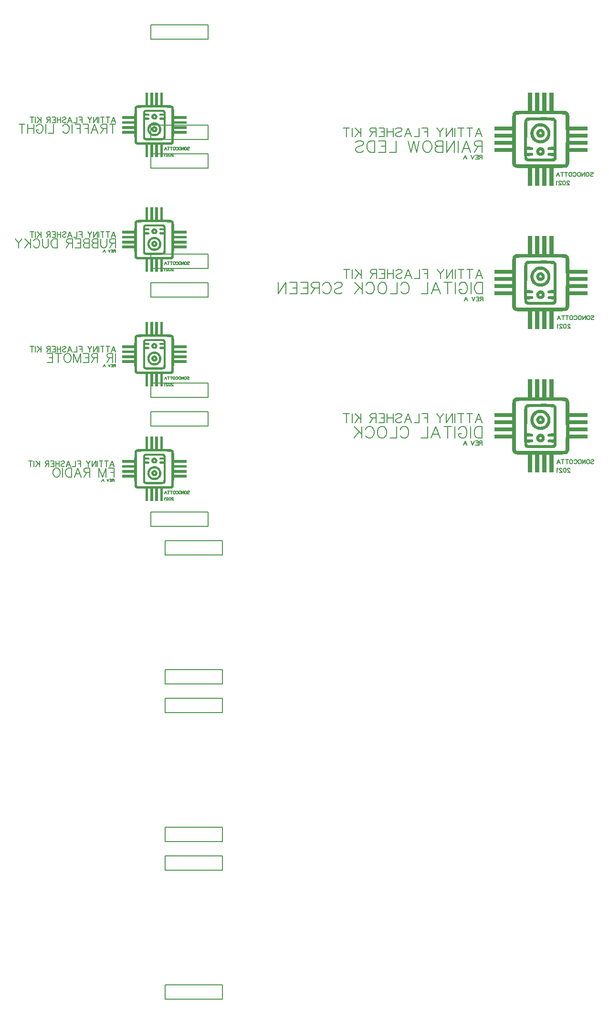
<source format=gbo>
G04 Layer: BottomSilkLayer*
G04 EasyEDA v6.4.17, 2021-03-02T21:30:00+01:00*
G04 52dc7113b7e944b1bde967162dfd0e84,9c416354eb984020824aaf9c885bead6,10*
G04 Gerber Generator version 0.2*
G04 Scale: 100 percent, Rotated: No, Reflected: No *
G04 Dimensions in inches *
G04 leading zeros omitted , absolute positions ,3 integer and 6 decimal *
%FSLAX36Y36*%
%MOIN*%

%ADD52C,0.0080*%
%ADD59C,0.0080*%

%LPD*%
G36*
X1763640Y1025000D02*
G01*
X1763640Y938640D01*
X1720060Y937900D01*
X1713400Y937640D01*
X1708120Y937240D01*
X1703940Y936620D01*
X1702200Y936220D01*
X1700660Y935759D01*
X1699259Y935200D01*
X1698020Y934539D01*
X1696879Y933800D01*
X1695800Y932960D01*
X1693779Y930900D01*
X1691699Y928340D01*
X1690040Y926100D01*
X1689160Y924539D01*
X1688480Y922620D01*
X1687960Y920040D01*
X1687580Y916480D01*
X1687300Y911640D01*
X1686920Y896900D01*
X1686360Y861360D01*
X1600000Y861360D01*
X1600000Y842480D01*
X1686540Y842480D01*
X1686540Y826740D01*
X1600000Y826740D01*
X1600000Y807860D01*
X1686540Y807860D01*
X1686540Y792140D01*
X1600000Y792140D01*
X1600000Y781600D01*
X1703839Y781600D01*
X1703920Y868760D01*
X1704139Y893280D01*
X1704300Y901620D01*
X1704540Y907800D01*
X1704840Y912180D01*
X1705220Y915120D01*
X1705680Y916940D01*
X1706240Y918020D01*
X1706900Y918700D01*
X1707320Y918980D01*
X1708640Y919460D01*
X1710820Y919860D01*
X1714139Y920200D01*
X1718940Y920480D01*
X1725500Y920699D01*
X1745120Y920980D01*
X1775400Y921120D01*
X1876840Y921120D01*
X1907440Y921000D01*
X1926620Y920699D01*
X1932800Y920460D01*
X1937180Y920160D01*
X1940120Y919780D01*
X1941940Y919320D01*
X1942560Y919060D01*
X1943020Y918760D01*
X1943839Y917900D01*
X1944340Y916760D01*
X1944780Y914820D01*
X1945120Y911820D01*
X1945420Y907420D01*
X1945820Y893240D01*
X1946040Y869900D01*
X1946140Y824160D01*
X1946080Y735160D01*
X1945900Y709180D01*
X1945740Y700240D01*
X1945520Y693560D01*
X1945240Y688760D01*
X1944880Y685500D01*
X1944440Y683420D01*
X1943899Y682200D01*
X1943600Y681780D01*
X1943100Y681300D01*
X1942100Y680780D01*
X1940400Y680320D01*
X1937680Y679960D01*
X1933660Y679659D01*
X1928020Y679400D01*
X1910700Y679080D01*
X1883300Y678900D01*
X1799319Y678860D01*
X1749019Y678960D01*
X1727260Y679220D01*
X1720040Y679419D01*
X1714800Y679680D01*
X1711180Y680020D01*
X1708860Y680440D01*
X1707440Y680960D01*
X1706980Y681240D01*
X1706160Y682099D01*
X1705660Y683240D01*
X1705220Y685180D01*
X1704880Y688180D01*
X1704580Y692580D01*
X1704180Y706760D01*
X1703959Y730100D01*
X1703839Y781600D01*
X1600000Y781600D01*
X1600000Y773259D01*
X1686540Y773259D01*
X1686540Y757520D01*
X1600000Y757520D01*
X1600000Y738640D01*
X1686360Y738640D01*
X1687100Y694780D01*
X1687300Y688360D01*
X1687580Y683520D01*
X1687960Y679960D01*
X1688480Y677380D01*
X1689160Y675460D01*
X1690040Y673900D01*
X1691699Y671660D01*
X1693779Y669100D01*
X1695800Y667039D01*
X1696879Y666200D01*
X1698020Y665460D01*
X1699259Y664800D01*
X1700660Y664240D01*
X1702200Y663780D01*
X1703940Y663379D01*
X1708120Y662760D01*
X1713400Y662360D01*
X1720060Y662099D01*
X1763640Y661360D01*
X1763640Y575000D01*
X1782520Y575000D01*
X1782520Y661540D01*
X1798260Y661540D01*
X1798260Y575000D01*
X1817140Y575000D01*
X1817140Y661540D01*
X1832860Y661540D01*
X1832860Y575000D01*
X1851740Y575000D01*
X1851740Y661540D01*
X1867480Y661540D01*
X1867480Y575000D01*
X1886360Y575000D01*
X1886360Y661540D01*
X1932660Y661620D01*
X1938140Y661780D01*
X1942160Y662039D01*
X1945120Y662480D01*
X1947320Y663100D01*
X1949120Y663960D01*
X1950880Y665080D01*
X1953980Y667240D01*
X1956480Y669260D01*
X1957520Y670280D01*
X1958440Y671360D01*
X1959259Y672520D01*
X1959960Y673780D01*
X1960560Y675180D01*
X1961080Y676740D01*
X1961519Y678520D01*
X1961879Y680500D01*
X1962420Y685280D01*
X1962760Y691320D01*
X1963000Y698820D01*
X1963640Y738640D01*
X2050000Y738640D01*
X2050000Y757520D01*
X1963460Y757520D01*
X1963460Y773259D01*
X2050000Y773259D01*
X2050000Y792140D01*
X1963460Y792140D01*
X1963460Y807860D01*
X2050000Y807860D01*
X2050000Y826740D01*
X1963460Y826740D01*
X1963460Y842480D01*
X2050000Y842480D01*
X2050000Y861360D01*
X1963460Y861360D01*
X1963380Y906740D01*
X1963220Y912180D01*
X1962940Y916320D01*
X1962520Y919419D01*
X1961940Y921860D01*
X1961160Y923900D01*
X1960120Y925860D01*
X1958240Y928960D01*
X1956279Y931500D01*
X1955200Y932580D01*
X1954040Y933540D01*
X1952760Y934400D01*
X1951360Y935160D01*
X1949780Y935819D01*
X1948040Y936380D01*
X1946080Y936860D01*
X1941480Y937600D01*
X1935800Y938080D01*
X1928839Y938340D01*
X1920440Y938460D01*
X1886360Y938460D01*
X1886360Y1025000D01*
X1867480Y1025000D01*
X1867480Y938460D01*
X1851740Y938460D01*
X1851740Y1025000D01*
X1832860Y1025000D01*
X1832860Y938460D01*
X1817140Y938460D01*
X1817140Y1025000D01*
X1798260Y1025000D01*
X1798260Y938460D01*
X1782520Y938460D01*
X1782520Y1025000D01*
G37*
G36*
X1861500Y906800D02*
G01*
X1758680Y906200D01*
X1747900Y894460D01*
X1747900Y768760D01*
X1762060Y768760D01*
X1762060Y836200D01*
X1773520Y836200D01*
X1777980Y836320D01*
X1781780Y836680D01*
X1784960Y837320D01*
X1787520Y838220D01*
X1789500Y839380D01*
X1790880Y840840D01*
X1791680Y842580D01*
X1791960Y844620D01*
X1791800Y846660D01*
X1791279Y848300D01*
X1790300Y849580D01*
X1788740Y850540D01*
X1786560Y851200D01*
X1783620Y851640D01*
X1779840Y851860D01*
X1762060Y851919D01*
X1762060Y864520D01*
X1773959Y864520D01*
X1778600Y864599D01*
X1782460Y864860D01*
X1785580Y865320D01*
X1788020Y866000D01*
X1789820Y866900D01*
X1791040Y868080D01*
X1791720Y869520D01*
X1791940Y871260D01*
X1791800Y873620D01*
X1791339Y875500D01*
X1790460Y876940D01*
X1789019Y878040D01*
X1786920Y878820D01*
X1784040Y879380D01*
X1780280Y879760D01*
X1767980Y880400D01*
X1765600Y880660D01*
X1763959Y881000D01*
X1762920Y881500D01*
X1762360Y882159D01*
X1762120Y883060D01*
X1762060Y884220D01*
X1762260Y885840D01*
X1762780Y887540D01*
X1763580Y889120D01*
X1764540Y890360D01*
X1765220Y890860D01*
X1766260Y891300D01*
X1767820Y891660D01*
X1770020Y891960D01*
X1776840Y892400D01*
X1787840Y892680D01*
X1804060Y892800D01*
X1886180Y892840D01*
X1888640Y889340D01*
X1889580Y887760D01*
X1890360Y886040D01*
X1890900Y884400D01*
X1891080Y883040D01*
X1890680Y881580D01*
X1889019Y880740D01*
X1885400Y880340D01*
X1874340Y880160D01*
X1870400Y879900D01*
X1867280Y879419D01*
X1864880Y878680D01*
X1863160Y877680D01*
X1862020Y876340D01*
X1861380Y874680D01*
X1861180Y872640D01*
X1861320Y870300D01*
X1861800Y868460D01*
X1862740Y867039D01*
X1864240Y865980D01*
X1866420Y865260D01*
X1869360Y864820D01*
X1873200Y864580D01*
X1891080Y864520D01*
X1891080Y851919D01*
X1873320Y851860D01*
X1869540Y851640D01*
X1866600Y851200D01*
X1864400Y850540D01*
X1862860Y849580D01*
X1861860Y848300D01*
X1861339Y846660D01*
X1861180Y844620D01*
X1861459Y842580D01*
X1862280Y840840D01*
X1863660Y839380D01*
X1865620Y838220D01*
X1868200Y837320D01*
X1871380Y836680D01*
X1875200Y836320D01*
X1879680Y836200D01*
X1891180Y836200D01*
X1890600Y756000D01*
X1890360Y737740D01*
X1890060Y725060D01*
X1889620Y716960D01*
X1889340Y714320D01*
X1889000Y712440D01*
X1888620Y711200D01*
X1888180Y710480D01*
X1887940Y710280D01*
X1887020Y710020D01*
X1885160Y709780D01*
X1878959Y709400D01*
X1869940Y709080D01*
X1858779Y708860D01*
X1832400Y708680D01*
X1804880Y708840D01*
X1781220Y709340D01*
X1772400Y709680D01*
X1766440Y710120D01*
X1764720Y710360D01*
X1763959Y710639D01*
X1763779Y710879D01*
X1763460Y711880D01*
X1763180Y713580D01*
X1762740Y719280D01*
X1762400Y728379D01*
X1762200Y741320D01*
X1762060Y768760D01*
X1747900Y768760D01*
X1747900Y707280D01*
X1752760Y701740D01*
X1755220Y699340D01*
X1758000Y697260D01*
X1760960Y695600D01*
X1763880Y694520D01*
X1766780Y694080D01*
X1771960Y693740D01*
X1779360Y693480D01*
X1800660Y693220D01*
X1826140Y693280D01*
X1865060Y693680D01*
X1872080Y693840D01*
X1878000Y694080D01*
X1882940Y694380D01*
X1887000Y694780D01*
X1890320Y695300D01*
X1892980Y695939D01*
X1895100Y696740D01*
X1896800Y697700D01*
X1898180Y698840D01*
X1899360Y700160D01*
X1900460Y701720D01*
X1902380Y704860D01*
X1903140Y706420D01*
X1903760Y708560D01*
X1904240Y711780D01*
X1904600Y716580D01*
X1904860Y723480D01*
X1905040Y732980D01*
X1905220Y761840D01*
X1905160Y854520D01*
X1905000Y867680D01*
X1904720Y877980D01*
X1904259Y885860D01*
X1903959Y889000D01*
X1903600Y891660D01*
X1903200Y893920D01*
X1902720Y895800D01*
X1902160Y897380D01*
X1901540Y898660D01*
X1900840Y899740D01*
X1900040Y900660D01*
X1898200Y902159D01*
X1894300Y904539D01*
X1893200Y905040D01*
X1891879Y905480D01*
X1890220Y905840D01*
X1888060Y906140D01*
X1881759Y906540D01*
X1877340Y906680D01*
G37*
G36*
X1826560Y879479D02*
G01*
X1824480Y879440D01*
X1822440Y879200D01*
X1820460Y878760D01*
X1818560Y878139D01*
X1816740Y877340D01*
X1815020Y876360D01*
X1813420Y875220D01*
X1811920Y873960D01*
X1810540Y872540D01*
X1809319Y871000D01*
X1808240Y869320D01*
X1807300Y867560D01*
X1806560Y865699D01*
X1805980Y863740D01*
X1805600Y861720D01*
X1805420Y859620D01*
X1805447Y858160D01*
X1820540Y858160D01*
X1820820Y860240D01*
X1821920Y862220D01*
X1822880Y863120D01*
X1824060Y863840D01*
X1825360Y864340D01*
X1826579Y864520D01*
X1828720Y864160D01*
X1830420Y863180D01*
X1831639Y861740D01*
X1832340Y859980D01*
X1832500Y858080D01*
X1832080Y856160D01*
X1831020Y854380D01*
X1829319Y852880D01*
X1827280Y852099D01*
X1825280Y852200D01*
X1823480Y853000D01*
X1822000Y854380D01*
X1820980Y856160D01*
X1820540Y858160D01*
X1805447Y858160D01*
X1805460Y857460D01*
X1805720Y855260D01*
X1806220Y853040D01*
X1806960Y850759D01*
X1807880Y848660D01*
X1808920Y846720D01*
X1810080Y845000D01*
X1811399Y843460D01*
X1812840Y842120D01*
X1814440Y840939D01*
X1816160Y839980D01*
X1818060Y839180D01*
X1820100Y838560D01*
X1822280Y838120D01*
X1824640Y837860D01*
X1827160Y837760D01*
X1829480Y837800D01*
X1831399Y837960D01*
X1833060Y838259D01*
X1834560Y838780D01*
X1835980Y839560D01*
X1837440Y840620D01*
X1840920Y843880D01*
X1842720Y845720D01*
X1844139Y847340D01*
X1845220Y848800D01*
X1845980Y850200D01*
X1846519Y851660D01*
X1846819Y853280D01*
X1846980Y855160D01*
X1847020Y857400D01*
X1846940Y859740D01*
X1846699Y861960D01*
X1846300Y864060D01*
X1845720Y866020D01*
X1844980Y867860D01*
X1844079Y869580D01*
X1843020Y871180D01*
X1841800Y872660D01*
X1840400Y874020D01*
X1838839Y875240D01*
X1837120Y876340D01*
X1835220Y877340D01*
X1833040Y878240D01*
X1830860Y878880D01*
X1828700Y879300D01*
G37*
G36*
X1826579Y818880D02*
G01*
X1823020Y818840D01*
X1819980Y818700D01*
X1817340Y818439D01*
X1814940Y818020D01*
X1812640Y817400D01*
X1810280Y816560D01*
X1807760Y815480D01*
X1802460Y812800D01*
X1800140Y811440D01*
X1797920Y810000D01*
X1795840Y808480D01*
X1793860Y806900D01*
X1792000Y805240D01*
X1790260Y803480D01*
X1788640Y801660D01*
X1787120Y799780D01*
X1785740Y797800D01*
X1784460Y795759D01*
X1783280Y793620D01*
X1782240Y791420D01*
X1781300Y789140D01*
X1780500Y786780D01*
X1779800Y784360D01*
X1779199Y781840D01*
X1778740Y779260D01*
X1778380Y776600D01*
X1778140Y773840D01*
X1777996Y769620D01*
X1792360Y769620D01*
X1792420Y771640D01*
X1792620Y773680D01*
X1792960Y775720D01*
X1793440Y777780D01*
X1794040Y779820D01*
X1794780Y781840D01*
X1795640Y783840D01*
X1796600Y785800D01*
X1797660Y787700D01*
X1798839Y789539D01*
X1800120Y791320D01*
X1801480Y793020D01*
X1802920Y794640D01*
X1804460Y796160D01*
X1806080Y797560D01*
X1807760Y798840D01*
X1809500Y800000D01*
X1811320Y801040D01*
X1813100Y801840D01*
X1815120Y802520D01*
X1817300Y803080D01*
X1819620Y803540D01*
X1822060Y803860D01*
X1824540Y804060D01*
X1827020Y804140D01*
X1829480Y804080D01*
X1831860Y803900D01*
X1834139Y803560D01*
X1836240Y803100D01*
X1838160Y802520D01*
X1840200Y801680D01*
X1842140Y800720D01*
X1843980Y799659D01*
X1845740Y798520D01*
X1847380Y797260D01*
X1848940Y795900D01*
X1850380Y794479D01*
X1852980Y791380D01*
X1854120Y789740D01*
X1855160Y788020D01*
X1856100Y786260D01*
X1856940Y784440D01*
X1857660Y782600D01*
X1858280Y780699D01*
X1859220Y776820D01*
X1859520Y774840D01*
X1859800Y770860D01*
X1859620Y766860D01*
X1859379Y764880D01*
X1859019Y762920D01*
X1858540Y760960D01*
X1857940Y759040D01*
X1857240Y757140D01*
X1856420Y755300D01*
X1855480Y753500D01*
X1854440Y751740D01*
X1853260Y750040D01*
X1851980Y748400D01*
X1850560Y746820D01*
X1849040Y745340D01*
X1847400Y743920D01*
X1845620Y742580D01*
X1843520Y741160D01*
X1841639Y740040D01*
X1839860Y739200D01*
X1838000Y738620D01*
X1835900Y738220D01*
X1833400Y737980D01*
X1826579Y737840D01*
X1819740Y737980D01*
X1817240Y738220D01*
X1815140Y738620D01*
X1813260Y739220D01*
X1811480Y740060D01*
X1809580Y741180D01*
X1807440Y742640D01*
X1805600Y744040D01*
X1803820Y745580D01*
X1802160Y747240D01*
X1800580Y749020D01*
X1799120Y750879D01*
X1797780Y752840D01*
X1796579Y754860D01*
X1795500Y756960D01*
X1794560Y759100D01*
X1793779Y761280D01*
X1793160Y763480D01*
X1792700Y765680D01*
X1792440Y767640D01*
X1792360Y769620D01*
X1777996Y769620D01*
X1778060Y766000D01*
X1778240Y763560D01*
X1778540Y761220D01*
X1778959Y758960D01*
X1779480Y756740D01*
X1780140Y754599D01*
X1780900Y752500D01*
X1781800Y750460D01*
X1782820Y748439D01*
X1783980Y746440D01*
X1785260Y744479D01*
X1786680Y742520D01*
X1788240Y740560D01*
X1789940Y738600D01*
X1793920Y734479D01*
X1795880Y732660D01*
X1797860Y731020D01*
X1799860Y729539D01*
X1801879Y728199D01*
X1803940Y727020D01*
X1806040Y725980D01*
X1808200Y725060D01*
X1810420Y724300D01*
X1812740Y723660D01*
X1815120Y723139D01*
X1817620Y722740D01*
X1820220Y722460D01*
X1822940Y722280D01*
X1828480Y722240D01*
X1831020Y722340D01*
X1835780Y722820D01*
X1838000Y723180D01*
X1840160Y723660D01*
X1842220Y724240D01*
X1844220Y724920D01*
X1846180Y725720D01*
X1848120Y726640D01*
X1851900Y728840D01*
X1853779Y730120D01*
X1855660Y731540D01*
X1859540Y734820D01*
X1861200Y736380D01*
X1862760Y738000D01*
X1864220Y739680D01*
X1866860Y743180D01*
X1868060Y745000D01*
X1870140Y748740D01*
X1871060Y750660D01*
X1872600Y754580D01*
X1873779Y758600D01*
X1874240Y760639D01*
X1874880Y764760D01*
X1875160Y768920D01*
X1875100Y773060D01*
X1874700Y777200D01*
X1873959Y781280D01*
X1872880Y785300D01*
X1871459Y789220D01*
X1869700Y793000D01*
X1867620Y796660D01*
X1865220Y800120D01*
X1863899Y801800D01*
X1861000Y804960D01*
X1857800Y807880D01*
X1854300Y810540D01*
X1850480Y812920D01*
X1845520Y815400D01*
X1842940Y816520D01*
X1840560Y817380D01*
X1838240Y818020D01*
X1835840Y818439D01*
X1833180Y818700D01*
X1830140Y818840D01*
G37*
G36*
X1826860Y791960D02*
G01*
X1824780Y791840D01*
X1822680Y791480D01*
X1820480Y790840D01*
X1818140Y789960D01*
X1816080Y788980D01*
X1814180Y787840D01*
X1812460Y786540D01*
X1810900Y785100D01*
X1809540Y783540D01*
X1808360Y781860D01*
X1807360Y780080D01*
X1806560Y778220D01*
X1805940Y776280D01*
X1805540Y774260D01*
X1805340Y772200D01*
X1805418Y769599D01*
X1820400Y769599D01*
X1820680Y772159D01*
X1822160Y774520D01*
X1823940Y775780D01*
X1825860Y776300D01*
X1827760Y776180D01*
X1829520Y775500D01*
X1830980Y774320D01*
X1832000Y772760D01*
X1832440Y770860D01*
X1832160Y768760D01*
X1830780Y766280D01*
X1828700Y764840D01*
X1826140Y764539D01*
X1823320Y765440D01*
X1821300Y767240D01*
X1820400Y769599D01*
X1805418Y769599D01*
X1805600Y767980D01*
X1806040Y765840D01*
X1806720Y763700D01*
X1807620Y761580D01*
X1808779Y759440D01*
X1810020Y757520D01*
X1811380Y755819D01*
X1812840Y754340D01*
X1814440Y753060D01*
X1816140Y752020D01*
X1817960Y751160D01*
X1819920Y750540D01*
X1822000Y750100D01*
X1824199Y749880D01*
X1826560Y749860D01*
X1829040Y750060D01*
X1831200Y750340D01*
X1833060Y750720D01*
X1834720Y751220D01*
X1836200Y751860D01*
X1837600Y752680D01*
X1838959Y753700D01*
X1840360Y755000D01*
X1841860Y756560D01*
X1844500Y759720D01*
X1846060Y762540D01*
X1846819Y765660D01*
X1847020Y769700D01*
X1846920Y771979D01*
X1846660Y774180D01*
X1846220Y776320D01*
X1845600Y778340D01*
X1844840Y780280D01*
X1843920Y782080D01*
X1842860Y783760D01*
X1841660Y785300D01*
X1840320Y786680D01*
X1838860Y787900D01*
X1837280Y788940D01*
X1835580Y789800D01*
X1833240Y790740D01*
X1831020Y791400D01*
X1828920Y791800D01*
G37*
G36*
X1763640Y225000D02*
G01*
X1763640Y138640D01*
X1720060Y137900D01*
X1713400Y137640D01*
X1708120Y137240D01*
X1703940Y136620D01*
X1702200Y136220D01*
X1700660Y135760D01*
X1699259Y135200D01*
X1698020Y134540D01*
X1696879Y133800D01*
X1695800Y132960D01*
X1693779Y130900D01*
X1691699Y128340D01*
X1690040Y126100D01*
X1689160Y124540D01*
X1688480Y122620D01*
X1687960Y120040D01*
X1687580Y116480D01*
X1687300Y111640D01*
X1686920Y96900D01*
X1686360Y61360D01*
X1600000Y61360D01*
X1600000Y42480D01*
X1686540Y42480D01*
X1686540Y26740D01*
X1600000Y26740D01*
X1600000Y7860D01*
X1686540Y7860D01*
X1686540Y-7860D01*
X1600000Y-7860D01*
X1600000Y-18400D01*
X1703839Y-18400D01*
X1703920Y68760D01*
X1704139Y93280D01*
X1704300Y101620D01*
X1704540Y107800D01*
X1704840Y112180D01*
X1705220Y115120D01*
X1705680Y116940D01*
X1706240Y118020D01*
X1706900Y118699D01*
X1707320Y118980D01*
X1708640Y119460D01*
X1710820Y119860D01*
X1714139Y120200D01*
X1718940Y120480D01*
X1725500Y120700D01*
X1745120Y120980D01*
X1775400Y121120D01*
X1876840Y121120D01*
X1907440Y121000D01*
X1926620Y120700D01*
X1932800Y120460D01*
X1937180Y120160D01*
X1940120Y119780D01*
X1941940Y119320D01*
X1942560Y119060D01*
X1943020Y118760D01*
X1943839Y117899D01*
X1944340Y116760D01*
X1944780Y114820D01*
X1945120Y111820D01*
X1945420Y107420D01*
X1945820Y93240D01*
X1946040Y69900D01*
X1946140Y24160D01*
X1946080Y-64840D01*
X1945900Y-90820D01*
X1945740Y-99760D01*
X1945520Y-106440D01*
X1945240Y-111240D01*
X1944880Y-114500D01*
X1944440Y-116580D01*
X1943899Y-117800D01*
X1943600Y-118219D01*
X1943100Y-118699D01*
X1942100Y-119220D01*
X1940400Y-119680D01*
X1937680Y-120040D01*
X1933660Y-120340D01*
X1928020Y-120600D01*
X1910700Y-120920D01*
X1883300Y-121100D01*
X1799319Y-121140D01*
X1749019Y-121039D01*
X1727260Y-120780D01*
X1720040Y-120580D01*
X1714800Y-120320D01*
X1711180Y-119980D01*
X1708860Y-119560D01*
X1707440Y-119040D01*
X1706980Y-118760D01*
X1706160Y-117899D01*
X1705660Y-116760D01*
X1705220Y-114820D01*
X1704880Y-111820D01*
X1704580Y-107420D01*
X1704180Y-93240D01*
X1703959Y-69900D01*
X1703839Y-18400D01*
X1600000Y-18400D01*
X1600000Y-26740D01*
X1686540Y-26740D01*
X1686540Y-42480D01*
X1600000Y-42480D01*
X1600000Y-61360D01*
X1686360Y-61360D01*
X1687100Y-105220D01*
X1687300Y-111640D01*
X1687580Y-116480D01*
X1687960Y-120040D01*
X1688480Y-122620D01*
X1689160Y-124540D01*
X1690040Y-126100D01*
X1691699Y-128340D01*
X1693779Y-130900D01*
X1695800Y-132960D01*
X1696879Y-133800D01*
X1698020Y-134540D01*
X1699259Y-135200D01*
X1700660Y-135760D01*
X1702200Y-136220D01*
X1703940Y-136620D01*
X1708120Y-137240D01*
X1713400Y-137640D01*
X1720060Y-137900D01*
X1763640Y-138640D01*
X1763640Y-225000D01*
X1782520Y-225000D01*
X1782520Y-138460D01*
X1798260Y-138460D01*
X1798260Y-225000D01*
X1817140Y-225000D01*
X1817140Y-138460D01*
X1832860Y-138460D01*
X1832860Y-225000D01*
X1851740Y-225000D01*
X1851740Y-138460D01*
X1867480Y-138460D01*
X1867480Y-225000D01*
X1886360Y-225000D01*
X1886360Y-138460D01*
X1932660Y-138380D01*
X1938140Y-138220D01*
X1942160Y-137960D01*
X1945120Y-137520D01*
X1947320Y-136900D01*
X1949120Y-136040D01*
X1950880Y-134920D01*
X1953980Y-132760D01*
X1956480Y-130740D01*
X1957520Y-129720D01*
X1958440Y-128640D01*
X1959259Y-127480D01*
X1959960Y-126220D01*
X1960560Y-124820D01*
X1961080Y-123260D01*
X1961519Y-121480D01*
X1961879Y-119500D01*
X1962420Y-114720D01*
X1962760Y-108680D01*
X1963000Y-101180D01*
X1963640Y-61360D01*
X2050000Y-61360D01*
X2050000Y-42480D01*
X1963460Y-42480D01*
X1963460Y-26740D01*
X2050000Y-26740D01*
X2050000Y-7860D01*
X1963460Y-7860D01*
X1963460Y7860D01*
X2050000Y7860D01*
X2050000Y26740D01*
X1963460Y26740D01*
X1963460Y42480D01*
X2050000Y42480D01*
X2050000Y61360D01*
X1963460Y61360D01*
X1963380Y106740D01*
X1963220Y112180D01*
X1962940Y116320D01*
X1962520Y119420D01*
X1961940Y121860D01*
X1961160Y123900D01*
X1960120Y125860D01*
X1958240Y128960D01*
X1956279Y131500D01*
X1955200Y132580D01*
X1954040Y133540D01*
X1952760Y134400D01*
X1951360Y135160D01*
X1949780Y135820D01*
X1948040Y136380D01*
X1946080Y136860D01*
X1941480Y137600D01*
X1935800Y138080D01*
X1928839Y138340D01*
X1920440Y138460D01*
X1886360Y138460D01*
X1886360Y225000D01*
X1867480Y225000D01*
X1867480Y138460D01*
X1851740Y138460D01*
X1851740Y225000D01*
X1832860Y225000D01*
X1832860Y138460D01*
X1817140Y138460D01*
X1817140Y225000D01*
X1798260Y225000D01*
X1798260Y138460D01*
X1782520Y138460D01*
X1782520Y225000D01*
G37*
G36*
X1861500Y106800D02*
G01*
X1758680Y106199D01*
X1747900Y94460D01*
X1747900Y-31240D01*
X1762060Y-31240D01*
X1762060Y36200D01*
X1773520Y36200D01*
X1777980Y36320D01*
X1781780Y36680D01*
X1784960Y37320D01*
X1787520Y38220D01*
X1789500Y39380D01*
X1790880Y40839D01*
X1791680Y42580D01*
X1791960Y44620D01*
X1791800Y46660D01*
X1791279Y48300D01*
X1790300Y49580D01*
X1788740Y50540D01*
X1786560Y51200D01*
X1783620Y51640D01*
X1779840Y51860D01*
X1762060Y51920D01*
X1762060Y64520D01*
X1773959Y64520D01*
X1778600Y64600D01*
X1782460Y64860D01*
X1785580Y65320D01*
X1788020Y66000D01*
X1789820Y66900D01*
X1791040Y68080D01*
X1791720Y69520D01*
X1791940Y71260D01*
X1791800Y73620D01*
X1791339Y75500D01*
X1790460Y76940D01*
X1789019Y78040D01*
X1786920Y78820D01*
X1784040Y79380D01*
X1780280Y79760D01*
X1767980Y80399D01*
X1765600Y80660D01*
X1763959Y81000D01*
X1762920Y81500D01*
X1762360Y82160D01*
X1762120Y83059D01*
X1762060Y84220D01*
X1762260Y85840D01*
X1762780Y87540D01*
X1763580Y89120D01*
X1764540Y90360D01*
X1765220Y90860D01*
X1766260Y91300D01*
X1767820Y91660D01*
X1770020Y91960D01*
X1776840Y92400D01*
X1787840Y92680D01*
X1804060Y92800D01*
X1886180Y92840D01*
X1888640Y89340D01*
X1889580Y87760D01*
X1890360Y86039D01*
X1890900Y84400D01*
X1891080Y83040D01*
X1890680Y81580D01*
X1889019Y80740D01*
X1885400Y80340D01*
X1874340Y80160D01*
X1870400Y79900D01*
X1867280Y79420D01*
X1864880Y78680D01*
X1863160Y77680D01*
X1862020Y76340D01*
X1861380Y74680D01*
X1861180Y72640D01*
X1861320Y70300D01*
X1861800Y68460D01*
X1862740Y67040D01*
X1864240Y65980D01*
X1866420Y65260D01*
X1869360Y64820D01*
X1873200Y64580D01*
X1891080Y64520D01*
X1891080Y51920D01*
X1873320Y51860D01*
X1869540Y51640D01*
X1866600Y51200D01*
X1864400Y50540D01*
X1862860Y49580D01*
X1861860Y48300D01*
X1861339Y46660D01*
X1861180Y44620D01*
X1861459Y42580D01*
X1862280Y40839D01*
X1863660Y39380D01*
X1865620Y38220D01*
X1868200Y37320D01*
X1871380Y36680D01*
X1875200Y36320D01*
X1879680Y36200D01*
X1891180Y36200D01*
X1890600Y-44000D01*
X1890360Y-62260D01*
X1890060Y-74940D01*
X1889620Y-83040D01*
X1889340Y-85680D01*
X1889000Y-87560D01*
X1888620Y-88800D01*
X1888180Y-89520D01*
X1887940Y-89720D01*
X1887020Y-89980D01*
X1885160Y-90220D01*
X1878959Y-90600D01*
X1869940Y-90920D01*
X1858779Y-91140D01*
X1832400Y-91320D01*
X1804880Y-91160D01*
X1781220Y-90660D01*
X1772400Y-90320D01*
X1766440Y-89880D01*
X1764720Y-89640D01*
X1763959Y-89360D01*
X1763779Y-89120D01*
X1763460Y-88120D01*
X1763180Y-86420D01*
X1762740Y-80719D01*
X1762400Y-71620D01*
X1762200Y-58680D01*
X1762060Y-31240D01*
X1747900Y-31240D01*
X1747900Y-92720D01*
X1752760Y-98260D01*
X1755220Y-100660D01*
X1758000Y-102739D01*
X1760960Y-104400D01*
X1763880Y-105480D01*
X1766780Y-105920D01*
X1771960Y-106260D01*
X1779360Y-106519D01*
X1800660Y-106780D01*
X1826140Y-106720D01*
X1865060Y-106320D01*
X1872080Y-106160D01*
X1878000Y-105920D01*
X1882940Y-105620D01*
X1887000Y-105220D01*
X1890320Y-104700D01*
X1892980Y-104060D01*
X1895100Y-103260D01*
X1896800Y-102300D01*
X1898180Y-101160D01*
X1899360Y-99840D01*
X1900460Y-98280D01*
X1902380Y-95140D01*
X1903140Y-93580D01*
X1903760Y-91440D01*
X1904240Y-88219D01*
X1904600Y-83420D01*
X1904860Y-76520D01*
X1905040Y-67020D01*
X1905220Y-38160D01*
X1905160Y54520D01*
X1905000Y67680D01*
X1904720Y77980D01*
X1904259Y85860D01*
X1903959Y89000D01*
X1903600Y91660D01*
X1903200Y93920D01*
X1902720Y95800D01*
X1902160Y97380D01*
X1901540Y98660D01*
X1900840Y99740D01*
X1900040Y100660D01*
X1898200Y102160D01*
X1894300Y104540D01*
X1893200Y105040D01*
X1891879Y105480D01*
X1890220Y105840D01*
X1888060Y106140D01*
X1881759Y106540D01*
X1877340Y106679D01*
G37*
G36*
X1826560Y79480D02*
G01*
X1824480Y79440D01*
X1822440Y79200D01*
X1820460Y78760D01*
X1818560Y78140D01*
X1816740Y77340D01*
X1815020Y76360D01*
X1813420Y75220D01*
X1811920Y73960D01*
X1810540Y72540D01*
X1809319Y71000D01*
X1808240Y69320D01*
X1807300Y67560D01*
X1806560Y65700D01*
X1805980Y63740D01*
X1805600Y61720D01*
X1805420Y59620D01*
X1805447Y58160D01*
X1820540Y58160D01*
X1820820Y60240D01*
X1821920Y62220D01*
X1822880Y63120D01*
X1824060Y63840D01*
X1825360Y64340D01*
X1826579Y64520D01*
X1828720Y64160D01*
X1830420Y63179D01*
X1831639Y61740D01*
X1832340Y59980D01*
X1832500Y58080D01*
X1832080Y56160D01*
X1831020Y54380D01*
X1829319Y52880D01*
X1827280Y52100D01*
X1825280Y52200D01*
X1823480Y53000D01*
X1822000Y54380D01*
X1820980Y56160D01*
X1820540Y58160D01*
X1805447Y58160D01*
X1805460Y57460D01*
X1805720Y55260D01*
X1806220Y53040D01*
X1806960Y50759D01*
X1807880Y48660D01*
X1808920Y46720D01*
X1810080Y45000D01*
X1811399Y43460D01*
X1812840Y42120D01*
X1814440Y40940D01*
X1816160Y39980D01*
X1818060Y39180D01*
X1820100Y38560D01*
X1822280Y38120D01*
X1824640Y37860D01*
X1827160Y37760D01*
X1829480Y37800D01*
X1831399Y37960D01*
X1833060Y38260D01*
X1834560Y38780D01*
X1835980Y39560D01*
X1837440Y40620D01*
X1840920Y43880D01*
X1842720Y45720D01*
X1844139Y47340D01*
X1845220Y48800D01*
X1845980Y50199D01*
X1846519Y51660D01*
X1846819Y53280D01*
X1846980Y55160D01*
X1847020Y57400D01*
X1846940Y59740D01*
X1846699Y61960D01*
X1846300Y64060D01*
X1845720Y66020D01*
X1844980Y67860D01*
X1844079Y69580D01*
X1843020Y71180D01*
X1841800Y72660D01*
X1840400Y74020D01*
X1838839Y75240D01*
X1837120Y76340D01*
X1835220Y77340D01*
X1833040Y78240D01*
X1830860Y78880D01*
X1828700Y79300D01*
G37*
G36*
X1826579Y18880D02*
G01*
X1823020Y18840D01*
X1819980Y18700D01*
X1817340Y18440D01*
X1814940Y18020D01*
X1812640Y17400D01*
X1810280Y16560D01*
X1807760Y15480D01*
X1802460Y12800D01*
X1800140Y11439D01*
X1797920Y10000D01*
X1795840Y8480D01*
X1793860Y6899D01*
X1792000Y5240D01*
X1790260Y3479D01*
X1788640Y1660D01*
X1787120Y-220D01*
X1785740Y-2200D01*
X1784460Y-4240D01*
X1783280Y-6380D01*
X1782240Y-8580D01*
X1781300Y-10860D01*
X1780500Y-13220D01*
X1779800Y-15640D01*
X1779199Y-18160D01*
X1778740Y-20740D01*
X1778380Y-23400D01*
X1778140Y-26160D01*
X1777996Y-30379D01*
X1792360Y-30379D01*
X1792420Y-28360D01*
X1792620Y-26320D01*
X1792960Y-24280D01*
X1793440Y-22220D01*
X1794040Y-20179D01*
X1794780Y-18160D01*
X1795640Y-16160D01*
X1796600Y-14200D01*
X1797660Y-12300D01*
X1798839Y-10460D01*
X1800120Y-8680D01*
X1801480Y-6979D01*
X1802920Y-5360D01*
X1804460Y-3840D01*
X1806080Y-2440D01*
X1807760Y-1160D01*
X1809500Y0D01*
X1811320Y1040D01*
X1813100Y1840D01*
X1815120Y2520D01*
X1817300Y3080D01*
X1819620Y3540D01*
X1822060Y3860D01*
X1824540Y4060D01*
X1827020Y4140D01*
X1829480Y4079D01*
X1831860Y3900D01*
X1834139Y3560D01*
X1836240Y3100D01*
X1838160Y2520D01*
X1840200Y1680D01*
X1842140Y720D01*
X1843980Y-340D01*
X1845740Y-1480D01*
X1847380Y-2740D01*
X1848940Y-4100D01*
X1850380Y-5520D01*
X1852980Y-8620D01*
X1854120Y-10260D01*
X1855160Y-11980D01*
X1856100Y-13740D01*
X1856940Y-15560D01*
X1857660Y-17400D01*
X1858280Y-19300D01*
X1859220Y-23180D01*
X1859520Y-25160D01*
X1859800Y-29140D01*
X1859620Y-33140D01*
X1859379Y-35120D01*
X1859019Y-37080D01*
X1858540Y-39040D01*
X1857940Y-40960D01*
X1857240Y-42859D01*
X1856420Y-44700D01*
X1855480Y-46500D01*
X1854440Y-48259D01*
X1853260Y-49960D01*
X1851980Y-51600D01*
X1850560Y-53179D01*
X1849040Y-54660D01*
X1847400Y-56080D01*
X1845620Y-57420D01*
X1843520Y-58840D01*
X1841639Y-59960D01*
X1839860Y-60800D01*
X1838000Y-61380D01*
X1835900Y-61780D01*
X1833400Y-62020D01*
X1826579Y-62160D01*
X1819740Y-62020D01*
X1817240Y-61780D01*
X1815140Y-61380D01*
X1813260Y-60780D01*
X1811480Y-59940D01*
X1809580Y-58820D01*
X1807440Y-57360D01*
X1805600Y-55960D01*
X1803820Y-54420D01*
X1802160Y-52760D01*
X1800580Y-50980D01*
X1799120Y-49120D01*
X1797780Y-47160D01*
X1796579Y-45140D01*
X1795500Y-43040D01*
X1794560Y-40900D01*
X1793779Y-38720D01*
X1793160Y-36520D01*
X1792700Y-34320D01*
X1792440Y-32360D01*
X1792360Y-30379D01*
X1777996Y-30379D01*
X1778060Y-34000D01*
X1778240Y-36440D01*
X1778540Y-38780D01*
X1778959Y-41040D01*
X1779480Y-43259D01*
X1780140Y-45400D01*
X1780900Y-47500D01*
X1781800Y-49540D01*
X1782820Y-51560D01*
X1783980Y-53560D01*
X1785260Y-55519D01*
X1786680Y-57480D01*
X1788240Y-59440D01*
X1789940Y-61400D01*
X1793920Y-65519D01*
X1795880Y-67340D01*
X1797860Y-68980D01*
X1799860Y-70460D01*
X1801879Y-71800D01*
X1803940Y-72980D01*
X1806040Y-74020D01*
X1808200Y-74940D01*
X1810420Y-75700D01*
X1812740Y-76340D01*
X1815120Y-76860D01*
X1817620Y-77260D01*
X1820220Y-77540D01*
X1822940Y-77720D01*
X1828480Y-77760D01*
X1831020Y-77660D01*
X1835780Y-77180D01*
X1838000Y-76820D01*
X1840160Y-76340D01*
X1842220Y-75760D01*
X1844220Y-75080D01*
X1846180Y-74280D01*
X1848120Y-73360D01*
X1851900Y-71160D01*
X1853779Y-69880D01*
X1855660Y-68460D01*
X1859540Y-65180D01*
X1861200Y-63620D01*
X1862760Y-62000D01*
X1864220Y-60320D01*
X1866860Y-56820D01*
X1868060Y-55000D01*
X1870140Y-51260D01*
X1871060Y-49340D01*
X1872600Y-45420D01*
X1873779Y-41400D01*
X1874240Y-39360D01*
X1874880Y-35240D01*
X1875160Y-31080D01*
X1875100Y-26940D01*
X1874700Y-22799D01*
X1873959Y-18720D01*
X1872880Y-14700D01*
X1871459Y-10780D01*
X1869700Y-7000D01*
X1867620Y-3340D01*
X1865220Y120D01*
X1863899Y1800D01*
X1861000Y4960D01*
X1857800Y7880D01*
X1854300Y10540D01*
X1850480Y12920D01*
X1845520Y15400D01*
X1842940Y16520D01*
X1840560Y17380D01*
X1838240Y18020D01*
X1835840Y18440D01*
X1833180Y18700D01*
X1830140Y18840D01*
G37*
G36*
X1826860Y-8040D02*
G01*
X1824780Y-8159D01*
X1822680Y-8520D01*
X1820480Y-9160D01*
X1818140Y-10040D01*
X1816080Y-11020D01*
X1814180Y-12160D01*
X1812460Y-13460D01*
X1810900Y-14900D01*
X1809540Y-16460D01*
X1808360Y-18140D01*
X1807360Y-19920D01*
X1806560Y-21780D01*
X1805940Y-23720D01*
X1805540Y-25740D01*
X1805340Y-27799D01*
X1805418Y-30400D01*
X1820400Y-30400D01*
X1820680Y-27839D01*
X1822160Y-25480D01*
X1823940Y-24220D01*
X1825860Y-23700D01*
X1827760Y-23820D01*
X1829520Y-24500D01*
X1830980Y-25680D01*
X1832000Y-27240D01*
X1832440Y-29140D01*
X1832160Y-31240D01*
X1830780Y-33720D01*
X1828700Y-35160D01*
X1826140Y-35460D01*
X1823320Y-34560D01*
X1821300Y-32759D01*
X1820400Y-30400D01*
X1805418Y-30400D01*
X1805600Y-32020D01*
X1806040Y-34160D01*
X1806720Y-36300D01*
X1807620Y-38420D01*
X1808779Y-40560D01*
X1810020Y-42480D01*
X1811380Y-44180D01*
X1812840Y-45660D01*
X1814440Y-46940D01*
X1816140Y-47980D01*
X1817960Y-48840D01*
X1819920Y-49460D01*
X1822000Y-49900D01*
X1824199Y-50119D01*
X1826560Y-50140D01*
X1829040Y-49940D01*
X1831200Y-49660D01*
X1833060Y-49280D01*
X1834720Y-48780D01*
X1836200Y-48140D01*
X1837600Y-47320D01*
X1838959Y-46300D01*
X1840360Y-45000D01*
X1841860Y-43440D01*
X1844500Y-40279D01*
X1846060Y-37460D01*
X1846819Y-34340D01*
X1847020Y-30299D01*
X1846920Y-28020D01*
X1846660Y-25820D01*
X1846220Y-23680D01*
X1845600Y-21660D01*
X1844840Y-19720D01*
X1843920Y-17920D01*
X1842860Y-16240D01*
X1841660Y-14700D01*
X1840320Y-13320D01*
X1838860Y-12100D01*
X1837280Y-11060D01*
X1835580Y-10200D01*
X1833240Y-9260D01*
X1831020Y-8600D01*
X1828920Y-8200D01*
G37*
G36*
X1763640Y-575000D02*
G01*
X1763640Y-661360D01*
X1720060Y-662099D01*
X1713400Y-662360D01*
X1708120Y-662760D01*
X1703940Y-663379D01*
X1702200Y-663780D01*
X1700660Y-664240D01*
X1699259Y-664800D01*
X1698020Y-665460D01*
X1696879Y-666200D01*
X1695800Y-667039D01*
X1693779Y-669100D01*
X1691699Y-671660D01*
X1690040Y-673900D01*
X1689160Y-675460D01*
X1688480Y-677380D01*
X1687960Y-679960D01*
X1687580Y-683520D01*
X1687300Y-688360D01*
X1686920Y-703100D01*
X1686360Y-738640D01*
X1600000Y-738640D01*
X1600000Y-757520D01*
X1686540Y-757520D01*
X1686540Y-773259D01*
X1600000Y-773259D01*
X1600000Y-792140D01*
X1686540Y-792140D01*
X1686540Y-807860D01*
X1600000Y-807860D01*
X1600000Y-818400D01*
X1703839Y-818400D01*
X1703920Y-731240D01*
X1704139Y-706720D01*
X1704300Y-698379D01*
X1704540Y-692200D01*
X1704840Y-687820D01*
X1705220Y-684880D01*
X1705680Y-683060D01*
X1706240Y-681979D01*
X1706900Y-681300D01*
X1707320Y-681020D01*
X1708640Y-680540D01*
X1710820Y-680140D01*
X1714139Y-679800D01*
X1718940Y-679520D01*
X1725500Y-679300D01*
X1745120Y-679020D01*
X1775400Y-678880D01*
X1876840Y-678880D01*
X1907440Y-679000D01*
X1926620Y-679300D01*
X1932800Y-679539D01*
X1937180Y-679840D01*
X1940120Y-680220D01*
X1941940Y-680680D01*
X1942560Y-680939D01*
X1943020Y-681240D01*
X1943839Y-682099D01*
X1944340Y-683240D01*
X1944780Y-685180D01*
X1945120Y-688180D01*
X1945420Y-692580D01*
X1945820Y-706760D01*
X1946040Y-730100D01*
X1946140Y-775840D01*
X1946080Y-864840D01*
X1945900Y-890819D01*
X1945740Y-899760D01*
X1945520Y-906440D01*
X1945240Y-911240D01*
X1944880Y-914500D01*
X1944440Y-916580D01*
X1943899Y-917800D01*
X1943600Y-918220D01*
X1943100Y-918700D01*
X1942100Y-919220D01*
X1940400Y-919680D01*
X1937680Y-920040D01*
X1933660Y-920340D01*
X1928020Y-920600D01*
X1910700Y-920920D01*
X1883300Y-921100D01*
X1799319Y-921140D01*
X1749019Y-921040D01*
X1727260Y-920780D01*
X1720040Y-920580D01*
X1714800Y-920320D01*
X1711180Y-919980D01*
X1708860Y-919560D01*
X1707440Y-919040D01*
X1706980Y-918760D01*
X1706160Y-917900D01*
X1705660Y-916760D01*
X1705220Y-914820D01*
X1704880Y-911820D01*
X1704580Y-907420D01*
X1704180Y-893240D01*
X1703959Y-869900D01*
X1703839Y-818400D01*
X1600000Y-818400D01*
X1600000Y-826740D01*
X1686540Y-826740D01*
X1686540Y-842480D01*
X1600000Y-842480D01*
X1600000Y-861360D01*
X1686360Y-861360D01*
X1687100Y-905220D01*
X1687300Y-911640D01*
X1687580Y-916480D01*
X1687960Y-920040D01*
X1688480Y-922620D01*
X1689160Y-924539D01*
X1690040Y-926100D01*
X1691699Y-928340D01*
X1693779Y-930900D01*
X1695800Y-932960D01*
X1696879Y-933800D01*
X1698020Y-934539D01*
X1699259Y-935200D01*
X1700660Y-935759D01*
X1702200Y-936220D01*
X1703940Y-936620D01*
X1708120Y-937240D01*
X1713400Y-937640D01*
X1720060Y-937900D01*
X1763640Y-938640D01*
X1763640Y-1025000D01*
X1782520Y-1025000D01*
X1782520Y-938460D01*
X1798260Y-938460D01*
X1798260Y-1025000D01*
X1817140Y-1025000D01*
X1817140Y-938460D01*
X1832860Y-938460D01*
X1832860Y-1025000D01*
X1851740Y-1025000D01*
X1851740Y-938460D01*
X1867480Y-938460D01*
X1867480Y-1025000D01*
X1886360Y-1025000D01*
X1886360Y-938460D01*
X1932660Y-938379D01*
X1938140Y-938220D01*
X1942160Y-937960D01*
X1945120Y-937520D01*
X1947320Y-936900D01*
X1949120Y-936040D01*
X1950880Y-934920D01*
X1953980Y-932760D01*
X1956480Y-930740D01*
X1957520Y-929720D01*
X1958440Y-928640D01*
X1959259Y-927480D01*
X1959960Y-926220D01*
X1960560Y-924820D01*
X1961080Y-923259D01*
X1961519Y-921480D01*
X1961879Y-919500D01*
X1962420Y-914720D01*
X1962760Y-908680D01*
X1963000Y-901180D01*
X1963640Y-861360D01*
X2050000Y-861360D01*
X2050000Y-842480D01*
X1963460Y-842480D01*
X1963460Y-826740D01*
X2050000Y-826740D01*
X2050000Y-807860D01*
X1963460Y-807860D01*
X1963460Y-792140D01*
X2050000Y-792140D01*
X2050000Y-773259D01*
X1963460Y-773259D01*
X1963460Y-757520D01*
X2050000Y-757520D01*
X2050000Y-738640D01*
X1963460Y-738640D01*
X1963380Y-693259D01*
X1963220Y-687820D01*
X1962940Y-683680D01*
X1962520Y-680580D01*
X1961940Y-678139D01*
X1961160Y-676100D01*
X1960120Y-674140D01*
X1958240Y-671040D01*
X1956279Y-668500D01*
X1955200Y-667420D01*
X1954040Y-666460D01*
X1952760Y-665600D01*
X1951360Y-664840D01*
X1949780Y-664180D01*
X1948040Y-663620D01*
X1946080Y-663139D01*
X1941480Y-662400D01*
X1935800Y-661919D01*
X1928839Y-661660D01*
X1920440Y-661540D01*
X1886360Y-661540D01*
X1886360Y-575000D01*
X1867480Y-575000D01*
X1867480Y-661540D01*
X1851740Y-661540D01*
X1851740Y-575000D01*
X1832860Y-575000D01*
X1832860Y-661540D01*
X1817140Y-661540D01*
X1817140Y-575000D01*
X1798260Y-575000D01*
X1798260Y-661540D01*
X1782520Y-661540D01*
X1782520Y-575000D01*
G37*
G36*
X1861500Y-693199D02*
G01*
X1758680Y-693800D01*
X1747900Y-705540D01*
X1747900Y-831240D01*
X1762060Y-831240D01*
X1762060Y-763800D01*
X1773520Y-763800D01*
X1777980Y-763680D01*
X1781780Y-763319D01*
X1784960Y-762680D01*
X1787520Y-761780D01*
X1789500Y-760620D01*
X1790880Y-759160D01*
X1791680Y-757420D01*
X1791960Y-755380D01*
X1791800Y-753340D01*
X1791279Y-751700D01*
X1790300Y-750420D01*
X1788740Y-749460D01*
X1786560Y-748800D01*
X1783620Y-748360D01*
X1779840Y-748139D01*
X1762060Y-748080D01*
X1762060Y-735480D01*
X1773959Y-735480D01*
X1778600Y-735400D01*
X1782460Y-735140D01*
X1785580Y-734680D01*
X1788020Y-734000D01*
X1789820Y-733100D01*
X1791040Y-731919D01*
X1791720Y-730480D01*
X1791940Y-728740D01*
X1791800Y-726380D01*
X1791339Y-724500D01*
X1790460Y-723060D01*
X1789019Y-721960D01*
X1786920Y-721180D01*
X1784040Y-720620D01*
X1780280Y-720240D01*
X1767980Y-719599D01*
X1765600Y-719340D01*
X1763959Y-719000D01*
X1762920Y-718500D01*
X1762360Y-717840D01*
X1762120Y-716940D01*
X1762060Y-715780D01*
X1762260Y-714160D01*
X1762780Y-712460D01*
X1763580Y-710879D01*
X1764540Y-709640D01*
X1765220Y-709140D01*
X1766260Y-708700D01*
X1767820Y-708340D01*
X1770020Y-708040D01*
X1776840Y-707600D01*
X1787840Y-707320D01*
X1804060Y-707200D01*
X1886180Y-707159D01*
X1888640Y-710660D01*
X1889580Y-712240D01*
X1890360Y-713960D01*
X1890900Y-715600D01*
X1891080Y-716960D01*
X1890680Y-718420D01*
X1889019Y-719260D01*
X1885400Y-719659D01*
X1874340Y-719840D01*
X1870400Y-720100D01*
X1867280Y-720580D01*
X1864880Y-721320D01*
X1863160Y-722320D01*
X1862020Y-723660D01*
X1861380Y-725320D01*
X1861180Y-727360D01*
X1861320Y-729700D01*
X1861800Y-731540D01*
X1862740Y-732960D01*
X1864240Y-734020D01*
X1866420Y-734740D01*
X1869360Y-735180D01*
X1873200Y-735420D01*
X1891080Y-735480D01*
X1891080Y-748080D01*
X1873320Y-748139D01*
X1869540Y-748360D01*
X1866600Y-748800D01*
X1864400Y-749460D01*
X1862860Y-750420D01*
X1861860Y-751700D01*
X1861339Y-753340D01*
X1861180Y-755380D01*
X1861459Y-757420D01*
X1862280Y-759160D01*
X1863660Y-760620D01*
X1865620Y-761780D01*
X1868200Y-762680D01*
X1871380Y-763319D01*
X1875200Y-763680D01*
X1879680Y-763800D01*
X1891180Y-763800D01*
X1890600Y-844000D01*
X1890360Y-862260D01*
X1890060Y-874940D01*
X1889620Y-883040D01*
X1889340Y-885680D01*
X1889000Y-887560D01*
X1888620Y-888800D01*
X1888180Y-889520D01*
X1887940Y-889720D01*
X1887020Y-889980D01*
X1885160Y-890220D01*
X1878959Y-890600D01*
X1869940Y-890920D01*
X1858779Y-891140D01*
X1832400Y-891320D01*
X1804880Y-891160D01*
X1781220Y-890660D01*
X1772400Y-890320D01*
X1766440Y-889880D01*
X1764720Y-889640D01*
X1763959Y-889360D01*
X1763779Y-889120D01*
X1763460Y-888120D01*
X1763180Y-886420D01*
X1762740Y-880720D01*
X1762400Y-871620D01*
X1762200Y-858680D01*
X1762060Y-831240D01*
X1747900Y-831240D01*
X1747900Y-892720D01*
X1752760Y-898259D01*
X1755220Y-900660D01*
X1758000Y-902740D01*
X1760960Y-904400D01*
X1763880Y-905480D01*
X1766780Y-905920D01*
X1771960Y-906260D01*
X1779360Y-906520D01*
X1800660Y-906780D01*
X1826140Y-906720D01*
X1865060Y-906320D01*
X1872080Y-906160D01*
X1878000Y-905920D01*
X1882940Y-905620D01*
X1887000Y-905220D01*
X1890320Y-904700D01*
X1892980Y-904060D01*
X1895100Y-903259D01*
X1896800Y-902300D01*
X1898180Y-901160D01*
X1899360Y-899840D01*
X1900460Y-898280D01*
X1902380Y-895140D01*
X1903140Y-893580D01*
X1903760Y-891440D01*
X1904240Y-888220D01*
X1904600Y-883420D01*
X1904860Y-876520D01*
X1905040Y-867020D01*
X1905220Y-838160D01*
X1905160Y-745480D01*
X1905000Y-732320D01*
X1904720Y-722020D01*
X1904259Y-714140D01*
X1903959Y-711000D01*
X1903600Y-708340D01*
X1903200Y-706080D01*
X1902720Y-704200D01*
X1902160Y-702620D01*
X1901540Y-701340D01*
X1900840Y-700260D01*
X1900040Y-699340D01*
X1898200Y-697840D01*
X1894300Y-695460D01*
X1893200Y-694960D01*
X1891879Y-694520D01*
X1890220Y-694160D01*
X1888060Y-693860D01*
X1881759Y-693460D01*
X1877340Y-693319D01*
G37*
G36*
X1826560Y-720520D02*
G01*
X1824480Y-720560D01*
X1822440Y-720800D01*
X1820460Y-721240D01*
X1818560Y-721860D01*
X1816740Y-722660D01*
X1815020Y-723640D01*
X1813420Y-724780D01*
X1811920Y-726040D01*
X1810540Y-727460D01*
X1809319Y-729000D01*
X1808240Y-730680D01*
X1807300Y-732440D01*
X1806560Y-734300D01*
X1805980Y-736260D01*
X1805600Y-738280D01*
X1805420Y-740380D01*
X1805447Y-741840D01*
X1820540Y-741840D01*
X1820820Y-739760D01*
X1821920Y-737780D01*
X1822880Y-736880D01*
X1824060Y-736160D01*
X1825360Y-735660D01*
X1826579Y-735480D01*
X1828720Y-735840D01*
X1830420Y-736820D01*
X1831639Y-738259D01*
X1832340Y-740020D01*
X1832500Y-741919D01*
X1832080Y-743840D01*
X1831020Y-745620D01*
X1829319Y-747120D01*
X1827280Y-747900D01*
X1825280Y-747800D01*
X1823480Y-747000D01*
X1822000Y-745620D01*
X1820980Y-743840D01*
X1820540Y-741840D01*
X1805447Y-741840D01*
X1805460Y-742540D01*
X1805720Y-744740D01*
X1806220Y-746960D01*
X1806960Y-749240D01*
X1807880Y-751340D01*
X1808920Y-753280D01*
X1810080Y-755000D01*
X1811399Y-756540D01*
X1812840Y-757880D01*
X1814440Y-759060D01*
X1816160Y-760020D01*
X1818060Y-760819D01*
X1820100Y-761440D01*
X1822280Y-761880D01*
X1824640Y-762140D01*
X1827160Y-762240D01*
X1829480Y-762200D01*
X1831399Y-762039D01*
X1833060Y-761740D01*
X1834560Y-761220D01*
X1835980Y-760440D01*
X1837440Y-759380D01*
X1840920Y-756120D01*
X1842720Y-754280D01*
X1844139Y-752660D01*
X1845220Y-751200D01*
X1845980Y-749800D01*
X1846519Y-748340D01*
X1846819Y-746720D01*
X1846980Y-744840D01*
X1847020Y-742600D01*
X1846940Y-740260D01*
X1846699Y-738040D01*
X1846300Y-735939D01*
X1845720Y-733980D01*
X1844980Y-732140D01*
X1844079Y-730420D01*
X1843020Y-728820D01*
X1841800Y-727340D01*
X1840400Y-725980D01*
X1838839Y-724760D01*
X1837120Y-723660D01*
X1835220Y-722660D01*
X1833040Y-721760D01*
X1830860Y-721120D01*
X1828700Y-720699D01*
G37*
G36*
X1826579Y-781120D02*
G01*
X1823020Y-781160D01*
X1819980Y-781300D01*
X1817340Y-781560D01*
X1814940Y-781979D01*
X1812640Y-782600D01*
X1810280Y-783439D01*
X1807760Y-784520D01*
X1802460Y-787200D01*
X1800140Y-788560D01*
X1797920Y-790000D01*
X1795840Y-791520D01*
X1793860Y-793100D01*
X1792000Y-794760D01*
X1790260Y-796520D01*
X1788640Y-798340D01*
X1787120Y-800220D01*
X1785740Y-802200D01*
X1784460Y-804240D01*
X1783280Y-806380D01*
X1782240Y-808580D01*
X1781300Y-810860D01*
X1780500Y-813220D01*
X1779800Y-815639D01*
X1779199Y-818160D01*
X1778740Y-820740D01*
X1778380Y-823400D01*
X1778140Y-826160D01*
X1777996Y-830380D01*
X1792360Y-830380D01*
X1792420Y-828360D01*
X1792620Y-826320D01*
X1792960Y-824280D01*
X1793440Y-822220D01*
X1794040Y-820180D01*
X1794780Y-818160D01*
X1795640Y-816160D01*
X1796600Y-814200D01*
X1797660Y-812300D01*
X1798839Y-810460D01*
X1800120Y-808680D01*
X1801480Y-806979D01*
X1802920Y-805360D01*
X1804460Y-803840D01*
X1806080Y-802440D01*
X1807760Y-801160D01*
X1809500Y-800000D01*
X1811320Y-798960D01*
X1813100Y-798160D01*
X1815120Y-797480D01*
X1817300Y-796919D01*
X1819620Y-796460D01*
X1822060Y-796140D01*
X1824540Y-795939D01*
X1827020Y-795860D01*
X1829480Y-795920D01*
X1831860Y-796100D01*
X1834139Y-796440D01*
X1836240Y-796900D01*
X1838160Y-797480D01*
X1840200Y-798319D01*
X1842140Y-799280D01*
X1843980Y-800340D01*
X1845740Y-801480D01*
X1847380Y-802740D01*
X1848940Y-804100D01*
X1850380Y-805520D01*
X1852980Y-808620D01*
X1854120Y-810260D01*
X1855160Y-811979D01*
X1856100Y-813740D01*
X1856940Y-815560D01*
X1857660Y-817400D01*
X1858280Y-819300D01*
X1859220Y-823180D01*
X1859520Y-825160D01*
X1859800Y-829140D01*
X1859620Y-833139D01*
X1859379Y-835120D01*
X1859019Y-837080D01*
X1858540Y-839040D01*
X1857940Y-840960D01*
X1857240Y-842860D01*
X1856420Y-844700D01*
X1855480Y-846500D01*
X1854440Y-848259D01*
X1853260Y-849960D01*
X1851980Y-851600D01*
X1850560Y-853180D01*
X1849040Y-854659D01*
X1847400Y-856080D01*
X1845620Y-857420D01*
X1843520Y-858840D01*
X1841639Y-859960D01*
X1839860Y-860800D01*
X1838000Y-861380D01*
X1835900Y-861780D01*
X1833400Y-862020D01*
X1826579Y-862159D01*
X1819740Y-862020D01*
X1817240Y-861780D01*
X1815140Y-861380D01*
X1813260Y-860780D01*
X1811480Y-859940D01*
X1809580Y-858820D01*
X1807440Y-857360D01*
X1805600Y-855960D01*
X1803820Y-854419D01*
X1802160Y-852760D01*
X1800580Y-850980D01*
X1799120Y-849120D01*
X1797780Y-847159D01*
X1796579Y-845140D01*
X1795500Y-843040D01*
X1794560Y-840900D01*
X1793779Y-838720D01*
X1793160Y-836520D01*
X1792700Y-834320D01*
X1792440Y-832360D01*
X1792360Y-830380D01*
X1777996Y-830380D01*
X1778060Y-834000D01*
X1778240Y-836440D01*
X1778540Y-838780D01*
X1778959Y-841040D01*
X1779480Y-843259D01*
X1780140Y-845400D01*
X1780900Y-847500D01*
X1781800Y-849539D01*
X1782820Y-851560D01*
X1783980Y-853560D01*
X1785260Y-855520D01*
X1786680Y-857480D01*
X1788240Y-859440D01*
X1789940Y-861400D01*
X1793920Y-865520D01*
X1795880Y-867340D01*
X1797860Y-868980D01*
X1799860Y-870460D01*
X1801879Y-871800D01*
X1803940Y-872980D01*
X1806040Y-874020D01*
X1808200Y-874940D01*
X1810420Y-875699D01*
X1812740Y-876340D01*
X1815120Y-876860D01*
X1817620Y-877260D01*
X1820220Y-877540D01*
X1822940Y-877720D01*
X1828480Y-877760D01*
X1831020Y-877660D01*
X1835780Y-877180D01*
X1838000Y-876820D01*
X1840160Y-876340D01*
X1842220Y-875759D01*
X1844220Y-875080D01*
X1846180Y-874280D01*
X1848120Y-873360D01*
X1851900Y-871160D01*
X1853779Y-869880D01*
X1855660Y-868460D01*
X1859540Y-865180D01*
X1861200Y-863620D01*
X1862760Y-862000D01*
X1864220Y-860320D01*
X1866860Y-856820D01*
X1868060Y-855000D01*
X1870140Y-851260D01*
X1871060Y-849340D01*
X1872600Y-845420D01*
X1873779Y-841400D01*
X1874240Y-839360D01*
X1874880Y-835240D01*
X1875160Y-831080D01*
X1875100Y-826940D01*
X1874700Y-822800D01*
X1873959Y-818720D01*
X1872880Y-814700D01*
X1871459Y-810780D01*
X1869700Y-807000D01*
X1867620Y-803340D01*
X1865220Y-799880D01*
X1863899Y-798199D01*
X1861000Y-795040D01*
X1857800Y-792120D01*
X1854300Y-789460D01*
X1850480Y-787080D01*
X1845520Y-784599D01*
X1842940Y-783480D01*
X1840560Y-782620D01*
X1838240Y-781979D01*
X1835840Y-781560D01*
X1833180Y-781300D01*
X1830140Y-781160D01*
G37*
G36*
X1826860Y-808040D02*
G01*
X1824780Y-808160D01*
X1822680Y-808520D01*
X1820480Y-809160D01*
X1818140Y-810040D01*
X1816080Y-811020D01*
X1814180Y-812159D01*
X1812460Y-813460D01*
X1810900Y-814900D01*
X1809540Y-816460D01*
X1808360Y-818139D01*
X1807360Y-819920D01*
X1806560Y-821780D01*
X1805940Y-823720D01*
X1805540Y-825740D01*
X1805340Y-827800D01*
X1805418Y-830400D01*
X1820400Y-830400D01*
X1820680Y-827840D01*
X1822160Y-825480D01*
X1823940Y-824220D01*
X1825860Y-823700D01*
X1827760Y-823820D01*
X1829520Y-824500D01*
X1830980Y-825680D01*
X1832000Y-827240D01*
X1832440Y-829140D01*
X1832160Y-831240D01*
X1830780Y-833720D01*
X1828700Y-835160D01*
X1826140Y-835460D01*
X1823320Y-834560D01*
X1821300Y-832760D01*
X1820400Y-830400D01*
X1805418Y-830400D01*
X1805600Y-832020D01*
X1806040Y-834160D01*
X1806720Y-836300D01*
X1807620Y-838420D01*
X1808779Y-840560D01*
X1810020Y-842480D01*
X1811380Y-844180D01*
X1812840Y-845660D01*
X1814440Y-846940D01*
X1816140Y-847980D01*
X1817960Y-848840D01*
X1819920Y-849460D01*
X1822000Y-849900D01*
X1824199Y-850120D01*
X1826560Y-850140D01*
X1829040Y-849940D01*
X1831200Y-849659D01*
X1833060Y-849280D01*
X1834720Y-848780D01*
X1836200Y-848139D01*
X1837600Y-847320D01*
X1838959Y-846300D01*
X1840360Y-845000D01*
X1841860Y-843439D01*
X1844500Y-840280D01*
X1846060Y-837460D01*
X1846819Y-834340D01*
X1847020Y-830300D01*
X1846920Y-828020D01*
X1846660Y-825819D01*
X1846220Y-823680D01*
X1845600Y-821660D01*
X1844840Y-819720D01*
X1843920Y-817920D01*
X1842860Y-816240D01*
X1841660Y-814700D01*
X1840320Y-813319D01*
X1838860Y-812099D01*
X1837280Y-811060D01*
X1835580Y-810200D01*
X1833240Y-809260D01*
X1831020Y-808600D01*
X1828920Y-808199D01*
G37*
G36*
X1763640Y-1375000D02*
G01*
X1763640Y-1461360D01*
X1720060Y-1462100D01*
X1713400Y-1462360D01*
X1708120Y-1462760D01*
X1703940Y-1463380D01*
X1702200Y-1463779D01*
X1700660Y-1464240D01*
X1699259Y-1464800D01*
X1698020Y-1465460D01*
X1696879Y-1466200D01*
X1695800Y-1467040D01*
X1693779Y-1469100D01*
X1691699Y-1471660D01*
X1690040Y-1473899D01*
X1689160Y-1475460D01*
X1688480Y-1477380D01*
X1687960Y-1479960D01*
X1687580Y-1483520D01*
X1687300Y-1488360D01*
X1686920Y-1503100D01*
X1686360Y-1538640D01*
X1600000Y-1538640D01*
X1600000Y-1557520D01*
X1686540Y-1557520D01*
X1686540Y-1573260D01*
X1600000Y-1573260D01*
X1600000Y-1592140D01*
X1686540Y-1592140D01*
X1686540Y-1607860D01*
X1600000Y-1607860D01*
X1600000Y-1618400D01*
X1703839Y-1618400D01*
X1703920Y-1531240D01*
X1704139Y-1506720D01*
X1704300Y-1498380D01*
X1704540Y-1492200D01*
X1704840Y-1487820D01*
X1705220Y-1484880D01*
X1705680Y-1483060D01*
X1706240Y-1481980D01*
X1706900Y-1481300D01*
X1707320Y-1481020D01*
X1708640Y-1480540D01*
X1710820Y-1480140D01*
X1714139Y-1479800D01*
X1718940Y-1479520D01*
X1725500Y-1479300D01*
X1745120Y-1479019D01*
X1775400Y-1478880D01*
X1876840Y-1478880D01*
X1907440Y-1479000D01*
X1926620Y-1479300D01*
X1932800Y-1479540D01*
X1937180Y-1479840D01*
X1940120Y-1480220D01*
X1941940Y-1480680D01*
X1942560Y-1480940D01*
X1943020Y-1481240D01*
X1943839Y-1482100D01*
X1944340Y-1483240D01*
X1944780Y-1485180D01*
X1945120Y-1488180D01*
X1945420Y-1492580D01*
X1945820Y-1506759D01*
X1946040Y-1530100D01*
X1946140Y-1575840D01*
X1946080Y-1664840D01*
X1945900Y-1690820D01*
X1945740Y-1699760D01*
X1945520Y-1706440D01*
X1945240Y-1711240D01*
X1944880Y-1714500D01*
X1944440Y-1716579D01*
X1943899Y-1717800D01*
X1943600Y-1718220D01*
X1943100Y-1718700D01*
X1942100Y-1719220D01*
X1940400Y-1719680D01*
X1937680Y-1720040D01*
X1933660Y-1720340D01*
X1928020Y-1720600D01*
X1910700Y-1720920D01*
X1883300Y-1721100D01*
X1799319Y-1721140D01*
X1749019Y-1721040D01*
X1727260Y-1720780D01*
X1720040Y-1720580D01*
X1714800Y-1720320D01*
X1711180Y-1719980D01*
X1708860Y-1719560D01*
X1707440Y-1719040D01*
X1706980Y-1718760D01*
X1706160Y-1717900D01*
X1705660Y-1716759D01*
X1705220Y-1714820D01*
X1704880Y-1711819D01*
X1704580Y-1707420D01*
X1704180Y-1693240D01*
X1703959Y-1669900D01*
X1703839Y-1618400D01*
X1600000Y-1618400D01*
X1600000Y-1626740D01*
X1686540Y-1626740D01*
X1686540Y-1642480D01*
X1600000Y-1642480D01*
X1600000Y-1661360D01*
X1686360Y-1661360D01*
X1687100Y-1705220D01*
X1687300Y-1711639D01*
X1687580Y-1716480D01*
X1687960Y-1720040D01*
X1688480Y-1722620D01*
X1689160Y-1724540D01*
X1690040Y-1726100D01*
X1691699Y-1728340D01*
X1693779Y-1730900D01*
X1695800Y-1732960D01*
X1696879Y-1733800D01*
X1698020Y-1734540D01*
X1699259Y-1735200D01*
X1700660Y-1735760D01*
X1702200Y-1736220D01*
X1703940Y-1736620D01*
X1708120Y-1737240D01*
X1713400Y-1737640D01*
X1720060Y-1737900D01*
X1763640Y-1738640D01*
X1763640Y-1825000D01*
X1782520Y-1825000D01*
X1782520Y-1738460D01*
X1798260Y-1738460D01*
X1798260Y-1825000D01*
X1817140Y-1825000D01*
X1817140Y-1738460D01*
X1832860Y-1738460D01*
X1832860Y-1825000D01*
X1851740Y-1825000D01*
X1851740Y-1738460D01*
X1867480Y-1738460D01*
X1867480Y-1825000D01*
X1886360Y-1825000D01*
X1886360Y-1738460D01*
X1932660Y-1738380D01*
X1938140Y-1738220D01*
X1942160Y-1737960D01*
X1945120Y-1737520D01*
X1947320Y-1736900D01*
X1949120Y-1736040D01*
X1950880Y-1734920D01*
X1953980Y-1732760D01*
X1956480Y-1730740D01*
X1957520Y-1729720D01*
X1958440Y-1728640D01*
X1959259Y-1727480D01*
X1959960Y-1726220D01*
X1960560Y-1724820D01*
X1961080Y-1723260D01*
X1961519Y-1721480D01*
X1961879Y-1719500D01*
X1962420Y-1714720D01*
X1962760Y-1708680D01*
X1963000Y-1701180D01*
X1963640Y-1661360D01*
X2050000Y-1661360D01*
X2050000Y-1642480D01*
X1963460Y-1642480D01*
X1963460Y-1626740D01*
X2050000Y-1626740D01*
X2050000Y-1607860D01*
X1963460Y-1607860D01*
X1963460Y-1592140D01*
X2050000Y-1592140D01*
X2050000Y-1573260D01*
X1963460Y-1573260D01*
X1963460Y-1557520D01*
X2050000Y-1557520D01*
X2050000Y-1538640D01*
X1963460Y-1538640D01*
X1963380Y-1493260D01*
X1963220Y-1487820D01*
X1962940Y-1483680D01*
X1962520Y-1480580D01*
X1961940Y-1478140D01*
X1961160Y-1476100D01*
X1960120Y-1474139D01*
X1958240Y-1471040D01*
X1956279Y-1468500D01*
X1955200Y-1467420D01*
X1954040Y-1466459D01*
X1952760Y-1465600D01*
X1951360Y-1464840D01*
X1949780Y-1464180D01*
X1948040Y-1463620D01*
X1946080Y-1463140D01*
X1941480Y-1462400D01*
X1935800Y-1461920D01*
X1928839Y-1461660D01*
X1920440Y-1461540D01*
X1886360Y-1461540D01*
X1886360Y-1375000D01*
X1867480Y-1375000D01*
X1867480Y-1461540D01*
X1851740Y-1461540D01*
X1851740Y-1375000D01*
X1832860Y-1375000D01*
X1832860Y-1461540D01*
X1817140Y-1461540D01*
X1817140Y-1375000D01*
X1798260Y-1375000D01*
X1798260Y-1461540D01*
X1782520Y-1461540D01*
X1782520Y-1375000D01*
G37*
G36*
X1861500Y-1493200D02*
G01*
X1758680Y-1493800D01*
X1747900Y-1505540D01*
X1747900Y-1631240D01*
X1762060Y-1631240D01*
X1762060Y-1563800D01*
X1773520Y-1563800D01*
X1777980Y-1563680D01*
X1781780Y-1563320D01*
X1784960Y-1562680D01*
X1787520Y-1561780D01*
X1789500Y-1560620D01*
X1790880Y-1559160D01*
X1791680Y-1557420D01*
X1791960Y-1555380D01*
X1791800Y-1553340D01*
X1791279Y-1551699D01*
X1790300Y-1550420D01*
X1788740Y-1549460D01*
X1786560Y-1548800D01*
X1783620Y-1548360D01*
X1779840Y-1548140D01*
X1762060Y-1548080D01*
X1762060Y-1535480D01*
X1773959Y-1535480D01*
X1778600Y-1535400D01*
X1782460Y-1535140D01*
X1785580Y-1534680D01*
X1788020Y-1534000D01*
X1789820Y-1533100D01*
X1791040Y-1531920D01*
X1791720Y-1530480D01*
X1791940Y-1528740D01*
X1791800Y-1526380D01*
X1791339Y-1524500D01*
X1790460Y-1523060D01*
X1789019Y-1521960D01*
X1786920Y-1521180D01*
X1784040Y-1520620D01*
X1780280Y-1520240D01*
X1767980Y-1519600D01*
X1765600Y-1519340D01*
X1763959Y-1519000D01*
X1762920Y-1518500D01*
X1762360Y-1517840D01*
X1762120Y-1516940D01*
X1762060Y-1515780D01*
X1762260Y-1514160D01*
X1762780Y-1512460D01*
X1763580Y-1510880D01*
X1764540Y-1509640D01*
X1765220Y-1509139D01*
X1766260Y-1508700D01*
X1767820Y-1508340D01*
X1770020Y-1508040D01*
X1776840Y-1507600D01*
X1787840Y-1507320D01*
X1804060Y-1507200D01*
X1886180Y-1507160D01*
X1888640Y-1510660D01*
X1889580Y-1512240D01*
X1890360Y-1513959D01*
X1890900Y-1515600D01*
X1891080Y-1516960D01*
X1890680Y-1518420D01*
X1889019Y-1519259D01*
X1885400Y-1519660D01*
X1874340Y-1519840D01*
X1870400Y-1520100D01*
X1867280Y-1520580D01*
X1864880Y-1521320D01*
X1863160Y-1522320D01*
X1862020Y-1523660D01*
X1861380Y-1525320D01*
X1861180Y-1527360D01*
X1861320Y-1529700D01*
X1861800Y-1531540D01*
X1862740Y-1532960D01*
X1864240Y-1534019D01*
X1866420Y-1534740D01*
X1869360Y-1535180D01*
X1873200Y-1535420D01*
X1891080Y-1535480D01*
X1891080Y-1548080D01*
X1873320Y-1548140D01*
X1869540Y-1548360D01*
X1866600Y-1548800D01*
X1864400Y-1549460D01*
X1862860Y-1550420D01*
X1861860Y-1551699D01*
X1861339Y-1553340D01*
X1861180Y-1555380D01*
X1861459Y-1557420D01*
X1862280Y-1559160D01*
X1863660Y-1560620D01*
X1865620Y-1561780D01*
X1868200Y-1562680D01*
X1871380Y-1563320D01*
X1875200Y-1563680D01*
X1879680Y-1563800D01*
X1891180Y-1563800D01*
X1890600Y-1644000D01*
X1890360Y-1662260D01*
X1890060Y-1674940D01*
X1889620Y-1683040D01*
X1889340Y-1685680D01*
X1889000Y-1687560D01*
X1888620Y-1688800D01*
X1888180Y-1689520D01*
X1887940Y-1689720D01*
X1887020Y-1689980D01*
X1885160Y-1690220D01*
X1878959Y-1690600D01*
X1869940Y-1690920D01*
X1858779Y-1691140D01*
X1832400Y-1691320D01*
X1804880Y-1691160D01*
X1781220Y-1690660D01*
X1772400Y-1690320D01*
X1766440Y-1689880D01*
X1764720Y-1689640D01*
X1763959Y-1689360D01*
X1763779Y-1689120D01*
X1763460Y-1688120D01*
X1763180Y-1686420D01*
X1762740Y-1680720D01*
X1762400Y-1671620D01*
X1762200Y-1658680D01*
X1762060Y-1631240D01*
X1747900Y-1631240D01*
X1747900Y-1692720D01*
X1752760Y-1698260D01*
X1755220Y-1700660D01*
X1758000Y-1702740D01*
X1760960Y-1704400D01*
X1763880Y-1705480D01*
X1766780Y-1705920D01*
X1771960Y-1706260D01*
X1779360Y-1706519D01*
X1800660Y-1706780D01*
X1826140Y-1706720D01*
X1865060Y-1706320D01*
X1872080Y-1706160D01*
X1878000Y-1705920D01*
X1882940Y-1705620D01*
X1887000Y-1705220D01*
X1890320Y-1704700D01*
X1892980Y-1704060D01*
X1895100Y-1703260D01*
X1896800Y-1702300D01*
X1898180Y-1701160D01*
X1899360Y-1699840D01*
X1900460Y-1698280D01*
X1902380Y-1695140D01*
X1903140Y-1693580D01*
X1903760Y-1691440D01*
X1904240Y-1688220D01*
X1904600Y-1683420D01*
X1904860Y-1676519D01*
X1905040Y-1667020D01*
X1905220Y-1638160D01*
X1905160Y-1545480D01*
X1905000Y-1532320D01*
X1904720Y-1522020D01*
X1904259Y-1514139D01*
X1903959Y-1511000D01*
X1903600Y-1508340D01*
X1903200Y-1506080D01*
X1902720Y-1504199D01*
X1902160Y-1502620D01*
X1901540Y-1501339D01*
X1900840Y-1500260D01*
X1900040Y-1499340D01*
X1898200Y-1497840D01*
X1894300Y-1495460D01*
X1893200Y-1494960D01*
X1891879Y-1494520D01*
X1890220Y-1494160D01*
X1888060Y-1493860D01*
X1881759Y-1493460D01*
X1877340Y-1493320D01*
G37*
G36*
X1826560Y-1520520D02*
G01*
X1824480Y-1520560D01*
X1822440Y-1520800D01*
X1820460Y-1521240D01*
X1818560Y-1521860D01*
X1816740Y-1522660D01*
X1815020Y-1523640D01*
X1813420Y-1524780D01*
X1811920Y-1526040D01*
X1810540Y-1527460D01*
X1809319Y-1529000D01*
X1808240Y-1530680D01*
X1807300Y-1532440D01*
X1806560Y-1534300D01*
X1805980Y-1536260D01*
X1805600Y-1538280D01*
X1805420Y-1540380D01*
X1805447Y-1541840D01*
X1820540Y-1541840D01*
X1820820Y-1539760D01*
X1821920Y-1537780D01*
X1822880Y-1536879D01*
X1824060Y-1536160D01*
X1825360Y-1535660D01*
X1826579Y-1535480D01*
X1828720Y-1535840D01*
X1830420Y-1536819D01*
X1831639Y-1538260D01*
X1832340Y-1540020D01*
X1832500Y-1541920D01*
X1832080Y-1543839D01*
X1831020Y-1545620D01*
X1829319Y-1547120D01*
X1827280Y-1547900D01*
X1825280Y-1547800D01*
X1823480Y-1547000D01*
X1822000Y-1545620D01*
X1820980Y-1543839D01*
X1820540Y-1541840D01*
X1805447Y-1541840D01*
X1805460Y-1542540D01*
X1805720Y-1544740D01*
X1806220Y-1546960D01*
X1806960Y-1549240D01*
X1807880Y-1551339D01*
X1808920Y-1553280D01*
X1810080Y-1555000D01*
X1811399Y-1556540D01*
X1812840Y-1557880D01*
X1814440Y-1559060D01*
X1816160Y-1560020D01*
X1818060Y-1560820D01*
X1820100Y-1561440D01*
X1822280Y-1561879D01*
X1824640Y-1562140D01*
X1827160Y-1562240D01*
X1829480Y-1562200D01*
X1831399Y-1562040D01*
X1833060Y-1561740D01*
X1834560Y-1561220D01*
X1835980Y-1560440D01*
X1837440Y-1559379D01*
X1840920Y-1556120D01*
X1842720Y-1554280D01*
X1844139Y-1552660D01*
X1845220Y-1551200D01*
X1845980Y-1549800D01*
X1846519Y-1548340D01*
X1846819Y-1546720D01*
X1846980Y-1544840D01*
X1847020Y-1542600D01*
X1846940Y-1540260D01*
X1846699Y-1538040D01*
X1846300Y-1535940D01*
X1845720Y-1533980D01*
X1844980Y-1532140D01*
X1844079Y-1530420D01*
X1843020Y-1528820D01*
X1841800Y-1527340D01*
X1840400Y-1525980D01*
X1838839Y-1524760D01*
X1837120Y-1523660D01*
X1835220Y-1522660D01*
X1833040Y-1521759D01*
X1830860Y-1521120D01*
X1828700Y-1520700D01*
G37*
G36*
X1826579Y-1581120D02*
G01*
X1823020Y-1581160D01*
X1819980Y-1581300D01*
X1817340Y-1581560D01*
X1814940Y-1581980D01*
X1812640Y-1582600D01*
X1810280Y-1583440D01*
X1807760Y-1584520D01*
X1802460Y-1587200D01*
X1800140Y-1588560D01*
X1797920Y-1590000D01*
X1795840Y-1591519D01*
X1793860Y-1593100D01*
X1792000Y-1594760D01*
X1790260Y-1596519D01*
X1788640Y-1598340D01*
X1787120Y-1600220D01*
X1785740Y-1602200D01*
X1784460Y-1604240D01*
X1783280Y-1606380D01*
X1782240Y-1608580D01*
X1781300Y-1610860D01*
X1780500Y-1613220D01*
X1779800Y-1615640D01*
X1779199Y-1618160D01*
X1778740Y-1620740D01*
X1778380Y-1623400D01*
X1778140Y-1626160D01*
X1777996Y-1630380D01*
X1792360Y-1630380D01*
X1792420Y-1628360D01*
X1792620Y-1626320D01*
X1792960Y-1624280D01*
X1793440Y-1622220D01*
X1794040Y-1620180D01*
X1794780Y-1618160D01*
X1795640Y-1616160D01*
X1796600Y-1614199D01*
X1797660Y-1612300D01*
X1798839Y-1610460D01*
X1800120Y-1608680D01*
X1801480Y-1606980D01*
X1802920Y-1605360D01*
X1804460Y-1603839D01*
X1806080Y-1602440D01*
X1807760Y-1601160D01*
X1809500Y-1600000D01*
X1811320Y-1598959D01*
X1813100Y-1598160D01*
X1815120Y-1597480D01*
X1817300Y-1596920D01*
X1819620Y-1596459D01*
X1822060Y-1596140D01*
X1824540Y-1595940D01*
X1827020Y-1595860D01*
X1829480Y-1595920D01*
X1831860Y-1596100D01*
X1834139Y-1596440D01*
X1836240Y-1596900D01*
X1838160Y-1597480D01*
X1840200Y-1598320D01*
X1842140Y-1599280D01*
X1843980Y-1600340D01*
X1845740Y-1601480D01*
X1847380Y-1602740D01*
X1848940Y-1604100D01*
X1850380Y-1605520D01*
X1852980Y-1608620D01*
X1854120Y-1610260D01*
X1855160Y-1611980D01*
X1856100Y-1613740D01*
X1856940Y-1615560D01*
X1857660Y-1617400D01*
X1858280Y-1619300D01*
X1859220Y-1623180D01*
X1859520Y-1625160D01*
X1859800Y-1629139D01*
X1859620Y-1633140D01*
X1859379Y-1635120D01*
X1859019Y-1637080D01*
X1858540Y-1639040D01*
X1857940Y-1640960D01*
X1857240Y-1642860D01*
X1856420Y-1644700D01*
X1855480Y-1646500D01*
X1854440Y-1648260D01*
X1853260Y-1649960D01*
X1851980Y-1651600D01*
X1850560Y-1653180D01*
X1849040Y-1654660D01*
X1847400Y-1656080D01*
X1845620Y-1657420D01*
X1843520Y-1658839D01*
X1841639Y-1659960D01*
X1839860Y-1660800D01*
X1838000Y-1661380D01*
X1835900Y-1661780D01*
X1833400Y-1662020D01*
X1826579Y-1662160D01*
X1819740Y-1662020D01*
X1817240Y-1661780D01*
X1815140Y-1661380D01*
X1813260Y-1660780D01*
X1811480Y-1659940D01*
X1809580Y-1658820D01*
X1807440Y-1657360D01*
X1805600Y-1655960D01*
X1803820Y-1654420D01*
X1802160Y-1652760D01*
X1800580Y-1650980D01*
X1799120Y-1649120D01*
X1797780Y-1647160D01*
X1796579Y-1645140D01*
X1795500Y-1643040D01*
X1794560Y-1640900D01*
X1793779Y-1638720D01*
X1793160Y-1636519D01*
X1792700Y-1634319D01*
X1792440Y-1632360D01*
X1792360Y-1630380D01*
X1777996Y-1630380D01*
X1778060Y-1634000D01*
X1778240Y-1636440D01*
X1778540Y-1638779D01*
X1778959Y-1641040D01*
X1779480Y-1643260D01*
X1780140Y-1645400D01*
X1780900Y-1647500D01*
X1781800Y-1649540D01*
X1782820Y-1651560D01*
X1783980Y-1653560D01*
X1785260Y-1655520D01*
X1786680Y-1657480D01*
X1788240Y-1659440D01*
X1789940Y-1661399D01*
X1793920Y-1665520D01*
X1795880Y-1667340D01*
X1797860Y-1668980D01*
X1799860Y-1670460D01*
X1801879Y-1671800D01*
X1803940Y-1672980D01*
X1806040Y-1674019D01*
X1808200Y-1674940D01*
X1810420Y-1675700D01*
X1812740Y-1676339D01*
X1815120Y-1676860D01*
X1817620Y-1677260D01*
X1820220Y-1677540D01*
X1822940Y-1677720D01*
X1828480Y-1677760D01*
X1831020Y-1677660D01*
X1835780Y-1677180D01*
X1838000Y-1676819D01*
X1840160Y-1676339D01*
X1842220Y-1675760D01*
X1844220Y-1675080D01*
X1846180Y-1674280D01*
X1848120Y-1673360D01*
X1851900Y-1671160D01*
X1853779Y-1669880D01*
X1855660Y-1668460D01*
X1859540Y-1665180D01*
X1861200Y-1663620D01*
X1862760Y-1662000D01*
X1864220Y-1660320D01*
X1866860Y-1656819D01*
X1868060Y-1655000D01*
X1870140Y-1651260D01*
X1871060Y-1649340D01*
X1872600Y-1645420D01*
X1873779Y-1641399D01*
X1874240Y-1639360D01*
X1874880Y-1635240D01*
X1875160Y-1631080D01*
X1875100Y-1626940D01*
X1874700Y-1622800D01*
X1873959Y-1618720D01*
X1872880Y-1614700D01*
X1871459Y-1610780D01*
X1869700Y-1607000D01*
X1867620Y-1603340D01*
X1865220Y-1599880D01*
X1863899Y-1598200D01*
X1861000Y-1595040D01*
X1857800Y-1592120D01*
X1854300Y-1589460D01*
X1850480Y-1587080D01*
X1845520Y-1584600D01*
X1842940Y-1583480D01*
X1840560Y-1582620D01*
X1838240Y-1581980D01*
X1835840Y-1581560D01*
X1833180Y-1581300D01*
X1830140Y-1581160D01*
G37*
G36*
X1826860Y-1608040D02*
G01*
X1824780Y-1608160D01*
X1822680Y-1608520D01*
X1820480Y-1609160D01*
X1818140Y-1610040D01*
X1816080Y-1611020D01*
X1814180Y-1612160D01*
X1812460Y-1613460D01*
X1810900Y-1614900D01*
X1809540Y-1616459D01*
X1808360Y-1618140D01*
X1807360Y-1619920D01*
X1806560Y-1621780D01*
X1805940Y-1623720D01*
X1805540Y-1625740D01*
X1805340Y-1627800D01*
X1805418Y-1630400D01*
X1820400Y-1630400D01*
X1820680Y-1627840D01*
X1822160Y-1625480D01*
X1823940Y-1624220D01*
X1825860Y-1623700D01*
X1827760Y-1623820D01*
X1829520Y-1624500D01*
X1830980Y-1625680D01*
X1832000Y-1627240D01*
X1832440Y-1629139D01*
X1832160Y-1631240D01*
X1830780Y-1633720D01*
X1828700Y-1635160D01*
X1826140Y-1635460D01*
X1823320Y-1634560D01*
X1821300Y-1632760D01*
X1820400Y-1630400D01*
X1805418Y-1630400D01*
X1805600Y-1632020D01*
X1806040Y-1634160D01*
X1806720Y-1636300D01*
X1807620Y-1638420D01*
X1808779Y-1640560D01*
X1810020Y-1642480D01*
X1811380Y-1644180D01*
X1812840Y-1645660D01*
X1814440Y-1646940D01*
X1816140Y-1647980D01*
X1817960Y-1648839D01*
X1819920Y-1649460D01*
X1822000Y-1649900D01*
X1824199Y-1650120D01*
X1826560Y-1650140D01*
X1829040Y-1649940D01*
X1831200Y-1649660D01*
X1833060Y-1649280D01*
X1834720Y-1648779D01*
X1836200Y-1648140D01*
X1837600Y-1647320D01*
X1838959Y-1646300D01*
X1840360Y-1645000D01*
X1841860Y-1643440D01*
X1844500Y-1640280D01*
X1846060Y-1637460D01*
X1846819Y-1634340D01*
X1847020Y-1630300D01*
X1846920Y-1628020D01*
X1846660Y-1625820D01*
X1846220Y-1623680D01*
X1845600Y-1621660D01*
X1844840Y-1619720D01*
X1843920Y-1617920D01*
X1842860Y-1616240D01*
X1841660Y-1614700D01*
X1840320Y-1613320D01*
X1838860Y-1612100D01*
X1837280Y-1611060D01*
X1835580Y-1610200D01*
X1833240Y-1609259D01*
X1831020Y-1608600D01*
X1828920Y-1608200D01*
G37*
G36*
X4436360Y1025000D02*
G01*
X4436360Y900000D01*
X4373340Y899940D01*
X4366040Y899820D01*
X4360260Y899599D01*
X4355760Y899260D01*
X4352240Y898780D01*
X4349500Y898139D01*
X4347220Y897280D01*
X4345200Y896200D01*
X4339880Y892620D01*
X4337060Y890500D01*
X4334640Y888420D01*
X4333580Y887360D01*
X4331720Y885120D01*
X4330920Y883900D01*
X4329540Y881200D01*
X4328960Y879680D01*
X4327980Y876240D01*
X4327220Y872159D01*
X4326640Y867320D01*
X4326220Y861600D01*
X4325920Y854860D01*
X4325520Y837860D01*
X4324740Y788640D01*
X4200000Y788640D01*
X4200000Y761360D01*
X4325000Y761360D01*
X4325000Y738640D01*
X4200000Y738640D01*
X4200000Y711360D01*
X4325000Y711360D01*
X4325000Y688640D01*
X4200000Y688640D01*
X4200000Y663199D01*
X4350000Y663199D01*
X4350080Y789479D01*
X4350240Y818820D01*
X4350500Y839940D01*
X4350940Y854240D01*
X4351220Y859280D01*
X4351540Y863139D01*
X4351940Y866020D01*
X4352400Y868100D01*
X4352900Y869539D01*
X4353660Y870720D01*
X4354520Y871540D01*
X4355820Y872200D01*
X4357420Y872660D01*
X4359680Y873080D01*
X4362740Y873439D01*
X4366780Y873760D01*
X4378340Y874260D01*
X4395620Y874599D01*
X4419840Y874820D01*
X4452220Y874940D01*
X4586220Y874980D01*
X4626540Y874880D01*
X4652640Y874680D01*
X4671020Y874360D01*
X4683120Y873860D01*
X4687280Y873540D01*
X4690400Y873160D01*
X4692660Y872720D01*
X4694240Y872220D01*
X4695320Y871660D01*
X4696080Y871020D01*
X4696680Y870260D01*
X4697200Y869180D01*
X4697680Y867580D01*
X4698080Y865320D01*
X4698440Y862260D01*
X4698760Y858220D01*
X4699040Y853080D01*
X4699440Y838800D01*
X4699720Y818220D01*
X4699900Y790080D01*
X4699980Y742420D01*
X4699940Y614820D01*
X4699800Y584360D01*
X4699540Y562300D01*
X4699140Y547240D01*
X4698860Y541880D01*
X4698540Y537720D01*
X4698160Y534600D01*
X4697720Y532340D01*
X4697220Y530760D01*
X4696660Y529680D01*
X4696020Y528920D01*
X4695040Y528180D01*
X4693820Y527680D01*
X4692080Y527220D01*
X4689640Y526820D01*
X4686340Y526460D01*
X4682060Y526160D01*
X4669840Y525680D01*
X4651760Y525360D01*
X4626580Y525160D01*
X4593100Y525040D01*
X4458660Y525040D01*
X4419720Y525140D01*
X4394680Y525360D01*
X4377160Y525700D01*
X4370760Y525940D01*
X4365720Y526220D01*
X4361860Y526540D01*
X4358980Y526940D01*
X4356900Y527400D01*
X4355460Y527900D01*
X4354280Y528660D01*
X4353460Y529520D01*
X4352800Y530820D01*
X4352320Y532420D01*
X4351920Y534680D01*
X4351560Y537740D01*
X4351240Y541780D01*
X4350960Y546920D01*
X4350560Y561200D01*
X4350280Y581780D01*
X4350100Y609920D01*
X4350000Y663199D01*
X4200000Y663199D01*
X4200000Y661360D01*
X4325000Y661360D01*
X4325000Y638640D01*
X4200000Y638640D01*
X4200000Y611360D01*
X4325000Y611360D01*
X4325080Y549600D01*
X4325200Y542420D01*
X4325420Y536620D01*
X4325740Y532000D01*
X4326200Y528300D01*
X4326820Y525300D01*
X4327620Y522760D01*
X4328600Y520480D01*
X4329820Y518180D01*
X4331760Y514920D01*
X4333720Y512060D01*
X4335800Y509600D01*
X4338100Y507480D01*
X4340720Y505700D01*
X4342180Y504920D01*
X4343740Y504219D01*
X4345440Y503579D01*
X4347280Y503000D01*
X4351400Y502040D01*
X4356220Y501300D01*
X4361840Y500760D01*
X4368320Y500379D01*
X4375800Y500160D01*
X4384340Y500040D01*
X4436360Y500000D01*
X4436360Y375000D01*
X4463640Y375000D01*
X4463640Y500000D01*
X4486360Y500000D01*
X4486360Y375000D01*
X4513640Y375000D01*
X4513640Y500000D01*
X4536360Y500000D01*
X4536360Y375000D01*
X4563640Y375000D01*
X4563640Y500000D01*
X4586360Y500000D01*
X4586360Y375000D01*
X4613640Y375000D01*
X4613640Y499720D01*
X4671800Y500680D01*
X4686200Y501180D01*
X4691840Y501580D01*
X4696600Y502100D01*
X4700620Y502800D01*
X4704000Y503700D01*
X4706880Y504840D01*
X4709380Y506240D01*
X4711620Y507960D01*
X4713720Y510000D01*
X4715800Y512400D01*
X4719800Y517620D01*
X4720860Y519380D01*
X4721740Y521400D01*
X4722120Y522560D01*
X4722740Y525360D01*
X4723240Y528980D01*
X4723620Y533640D01*
X4723920Y539560D01*
X4724180Y546980D01*
X4725280Y611360D01*
X4850000Y611360D01*
X4850000Y638640D01*
X4725000Y638640D01*
X4725000Y661360D01*
X4850000Y661360D01*
X4850000Y688640D01*
X4725000Y688640D01*
X4725000Y711360D01*
X4850000Y711360D01*
X4850000Y738640D01*
X4725000Y738640D01*
X4725000Y761360D01*
X4850000Y761360D01*
X4850000Y788640D01*
X4725280Y788640D01*
X4724280Y848680D01*
X4724060Y856919D01*
X4723780Y863580D01*
X4723440Y868840D01*
X4723000Y872940D01*
X4722440Y876120D01*
X4722120Y877440D01*
X4721320Y879659D01*
X4720360Y881500D01*
X4719180Y883220D01*
X4716880Y886240D01*
X4714760Y888840D01*
X4712680Y891060D01*
X4710520Y892940D01*
X4708180Y894479D01*
X4706880Y895160D01*
X4704000Y896300D01*
X4700620Y897200D01*
X4696600Y897900D01*
X4691840Y898420D01*
X4686200Y898820D01*
X4671800Y899320D01*
X4613640Y900260D01*
X4613640Y1025000D01*
X4586360Y1025000D01*
X4586360Y900000D01*
X4563640Y900000D01*
X4563640Y1025000D01*
X4536360Y1025000D01*
X4536360Y900000D01*
X4513640Y900000D01*
X4513640Y1025000D01*
X4486360Y1025000D01*
X4486360Y900000D01*
X4463640Y900000D01*
X4463640Y1025000D01*
G37*
G36*
X4541300Y854240D02*
G01*
X4505840Y854000D01*
X4468980Y853600D01*
X4455460Y853280D01*
X4444700Y852800D01*
X4436340Y852080D01*
X4432920Y851620D01*
X4429960Y851100D01*
X4427400Y850480D01*
X4425200Y849760D01*
X4423300Y848940D01*
X4421680Y848020D01*
X4420260Y846979D01*
X4419000Y845840D01*
X4417860Y844539D01*
X4416800Y843120D01*
X4413100Y837200D01*
X4412300Y835600D01*
X4411620Y833660D01*
X4411060Y831080D01*
X4410560Y827620D01*
X4410180Y823020D01*
X4409860Y816979D01*
X4409420Y799560D01*
X4409200Y773240D01*
X4409100Y730320D01*
X4409120Y647720D01*
X4429400Y647720D01*
X4430380Y775620D01*
X4430620Y791760D01*
X4430920Y804360D01*
X4431280Y813840D01*
X4431740Y820680D01*
X4432000Y823220D01*
X4432300Y825260D01*
X4432640Y826840D01*
X4433000Y828020D01*
X4433400Y828860D01*
X4433860Y829419D01*
X4434400Y829740D01*
X4435600Y830000D01*
X4440020Y830460D01*
X4446920Y830879D01*
X4466700Y831480D01*
X4492200Y831820D01*
X4528000Y831880D01*
X4556440Y831640D01*
X4581720Y831160D01*
X4592320Y830819D01*
X4601120Y830440D01*
X4607760Y830000D01*
X4611920Y829500D01*
X4613180Y829100D01*
X4613500Y828540D01*
X4613800Y827580D01*
X4614340Y824320D01*
X4614800Y819080D01*
X4615160Y811740D01*
X4615440Y802099D01*
X4615660Y789980D01*
X4615880Y757640D01*
X4615900Y647720D01*
X4596020Y647680D01*
X4590060Y647320D01*
X4587420Y647020D01*
X4585000Y646600D01*
X4582820Y646100D01*
X4580860Y645500D01*
X4579120Y644800D01*
X4577600Y644000D01*
X4576280Y643120D01*
X4575180Y642120D01*
X4574300Y641020D01*
X4573600Y639800D01*
X4573120Y638500D01*
X4572820Y637080D01*
X4572720Y635560D01*
X4572820Y633520D01*
X4573140Y631740D01*
X4573700Y630220D01*
X4574580Y628940D01*
X4575780Y627880D01*
X4577360Y627020D01*
X4579360Y626320D01*
X4581820Y625800D01*
X4584780Y625420D01*
X4588280Y625180D01*
X4592360Y625040D01*
X4615900Y625000D01*
X4615900Y606820D01*
X4594120Y606760D01*
X4590040Y606600D01*
X4586440Y606320D01*
X4583320Y605920D01*
X4580660Y605360D01*
X4578420Y604680D01*
X4576600Y603840D01*
X4575140Y602840D01*
X4574060Y601680D01*
X4573320Y600320D01*
X4572900Y598800D01*
X4572760Y597080D01*
X4572860Y594720D01*
X4573120Y592680D01*
X4573620Y590960D01*
X4574400Y589500D01*
X4575500Y588280D01*
X4576980Y587280D01*
X4578880Y586480D01*
X4581260Y585840D01*
X4584160Y585340D01*
X4587640Y584960D01*
X4591740Y584660D01*
X4607380Y583860D01*
X4610800Y583500D01*
X4613160Y582980D01*
X4614660Y582280D01*
X4615480Y581320D01*
X4615840Y580020D01*
X4615900Y578340D01*
X4615620Y576000D01*
X4614860Y573560D01*
X4613720Y571280D01*
X4612340Y569480D01*
X4611740Y568980D01*
X4610920Y568540D01*
X4609840Y568140D01*
X4608440Y567780D01*
X4606640Y567440D01*
X4601700Y566920D01*
X4594560Y566520D01*
X4584720Y566240D01*
X4571780Y566060D01*
X4528820Y565900D01*
X4436620Y565900D01*
X4433080Y570960D01*
X4431700Y573240D01*
X4430580Y575720D01*
X4429820Y578080D01*
X4429540Y580060D01*
X4429680Y581240D01*
X4430120Y582160D01*
X4431040Y582880D01*
X4432540Y583380D01*
X4434720Y583740D01*
X4437740Y583960D01*
X4453720Y584200D01*
X4456720Y584360D01*
X4461820Y584900D01*
X4463940Y585280D01*
X4465800Y585760D01*
X4467400Y586340D01*
X4468760Y587020D01*
X4469900Y587800D01*
X4470820Y588700D01*
X4471540Y589720D01*
X4472080Y590860D01*
X4472440Y592120D01*
X4472660Y593540D01*
X4472720Y595080D01*
X4472640Y597400D01*
X4472360Y599400D01*
X4471840Y601120D01*
X4471020Y602560D01*
X4469860Y603740D01*
X4468320Y604680D01*
X4466340Y605420D01*
X4463880Y605980D01*
X4460920Y606380D01*
X4457380Y606640D01*
X4453220Y606780D01*
X4429540Y606820D01*
X4429540Y625000D01*
X4453100Y625040D01*
X4457180Y625180D01*
X4460680Y625420D01*
X4463640Y625800D01*
X4466100Y626320D01*
X4468100Y627020D01*
X4469680Y627880D01*
X4470880Y628940D01*
X4471740Y630220D01*
X4472320Y631740D01*
X4472640Y633520D01*
X4472720Y635560D01*
X4472640Y637080D01*
X4472340Y638500D01*
X4471860Y639820D01*
X4471160Y641020D01*
X4470260Y642120D01*
X4469160Y643120D01*
X4467840Y644020D01*
X4466320Y644800D01*
X4464580Y645500D01*
X4462620Y646100D01*
X4460420Y646600D01*
X4458000Y647020D01*
X4455360Y647320D01*
X4449360Y647680D01*
X4409120Y647720D01*
X4409300Y612600D01*
X4409480Y600060D01*
X4409780Y589500D01*
X4410180Y580760D01*
X4410720Y573640D01*
X4411400Y567920D01*
X4412280Y563400D01*
X4412780Y561540D01*
X4413320Y559920D01*
X4413940Y558480D01*
X4414600Y557220D01*
X4415300Y556140D01*
X4416080Y555160D01*
X4417840Y553500D01*
X4419840Y552060D01*
X4425500Y548700D01*
X4426660Y548200D01*
X4427980Y547760D01*
X4429520Y547360D01*
X4431360Y547020D01*
X4436180Y546480D01*
X4443000Y546100D01*
X4452340Y545860D01*
X4464760Y545760D01*
X4500920Y545840D01*
X4620800Y546600D01*
X4636360Y563560D01*
X4636360Y833940D01*
X4629340Y841940D01*
X4627660Y843720D01*
X4625800Y845400D01*
X4623840Y846979D01*
X4621760Y848420D01*
X4619640Y849700D01*
X4617500Y850800D01*
X4615380Y851700D01*
X4612800Y852480D01*
X4609820Y852920D01*
X4605200Y853280D01*
X4599000Y853600D01*
X4581920Y854040D01*
X4558760Y854240D01*
G37*
G36*
X4523860Y812360D02*
G01*
X4517760Y812240D01*
X4514880Y812080D01*
X4509420Y811500D01*
X4506840Y811080D01*
X4501900Y809960D01*
X4497220Y808439D01*
X4494960Y807540D01*
X4492720Y806520D01*
X4490520Y805400D01*
X4488340Y804160D01*
X4486160Y802800D01*
X4481800Y799720D01*
X4477380Y796140D01*
X4473460Y792600D01*
X4470340Y789400D01*
X4467460Y786040D01*
X4464860Y782560D01*
X4462500Y778960D01*
X4460400Y775260D01*
X4458560Y771460D01*
X4456960Y767580D01*
X4455600Y763620D01*
X4454500Y759599D01*
X4453640Y755540D01*
X4453020Y751460D01*
X4452640Y747340D01*
X4452528Y742320D01*
X4474740Y742320D01*
X4474860Y746320D01*
X4475280Y750280D01*
X4475600Y752260D01*
X4476500Y756180D01*
X4477700Y760020D01*
X4479220Y763760D01*
X4481080Y767380D01*
X4483240Y770860D01*
X4484440Y772540D01*
X4487100Y775780D01*
X4490100Y778800D01*
X4493420Y781620D01*
X4495200Y782940D01*
X4499180Y785580D01*
X4500960Y786620D01*
X4502680Y787460D01*
X4504420Y788139D01*
X4506240Y788680D01*
X4508200Y789080D01*
X4510400Y789380D01*
X4512880Y789580D01*
X4518980Y789760D01*
X4526500Y789760D01*
X4532600Y789580D01*
X4535080Y789380D01*
X4537280Y789080D01*
X4539240Y788660D01*
X4541080Y788120D01*
X4542820Y787440D01*
X4544540Y786580D01*
X4548240Y784320D01*
X4552380Y781360D01*
X4554320Y779740D01*
X4556200Y778020D01*
X4558000Y776200D01*
X4559720Y774300D01*
X4561340Y772320D01*
X4562880Y770260D01*
X4565640Y765939D01*
X4566860Y763700D01*
X4567980Y761400D01*
X4568960Y759080D01*
X4569840Y756720D01*
X4570580Y754360D01*
X4571200Y751960D01*
X4571660Y749560D01*
X4571940Y747560D01*
X4572100Y745520D01*
X4572160Y743460D01*
X4572100Y741380D01*
X4571640Y737180D01*
X4571280Y735060D01*
X4570220Y730819D01*
X4568820Y726640D01*
X4567040Y722540D01*
X4566040Y720520D01*
X4563780Y716620D01*
X4562540Y714720D01*
X4559840Y711120D01*
X4556880Y707740D01*
X4555320Y706160D01*
X4552000Y703240D01*
X4548480Y700680D01*
X4546640Y699539D01*
X4544760Y698500D01*
X4542860Y697620D01*
X4540780Y696840D01*
X4538520Y696140D01*
X4536120Y695540D01*
X4533620Y695040D01*
X4531020Y694640D01*
X4528360Y694340D01*
X4525680Y694140D01*
X4520300Y694040D01*
X4517660Y694160D01*
X4515080Y694380D01*
X4512600Y694720D01*
X4510240Y695160D01*
X4508040Y695699D01*
X4506000Y696380D01*
X4501960Y698080D01*
X4498180Y700120D01*
X4494680Y702420D01*
X4491440Y705000D01*
X4488500Y707820D01*
X4485820Y710840D01*
X4483420Y714080D01*
X4481320Y717480D01*
X4479500Y721040D01*
X4477960Y724720D01*
X4476740Y728520D01*
X4475780Y732400D01*
X4475140Y736340D01*
X4474800Y740320D01*
X4474740Y742320D01*
X4452528Y742320D01*
X4452620Y739100D01*
X4452960Y734980D01*
X4453520Y730900D01*
X4454320Y726860D01*
X4455360Y722860D01*
X4456620Y718920D01*
X4458120Y715060D01*
X4459840Y711280D01*
X4461780Y707600D01*
X4463960Y704040D01*
X4466340Y700580D01*
X4468940Y697260D01*
X4471780Y694100D01*
X4474820Y691080D01*
X4478060Y688240D01*
X4481540Y685580D01*
X4485220Y683100D01*
X4489100Y680840D01*
X4494020Y678379D01*
X4499080Y676120D01*
X4501380Y675260D01*
X4503620Y674560D01*
X4505860Y673980D01*
X4508160Y673540D01*
X4510580Y673199D01*
X4516020Y672820D01*
X4522720Y672720D01*
X4529400Y672820D01*
X4534840Y673199D01*
X4537260Y673540D01*
X4539540Y673980D01*
X4541760Y674520D01*
X4543980Y675220D01*
X4548640Y677080D01*
X4554040Y679640D01*
X4558420Y681979D01*
X4562540Y684500D01*
X4566380Y687180D01*
X4569980Y690040D01*
X4573300Y693060D01*
X4576380Y696260D01*
X4579180Y699640D01*
X4581720Y703180D01*
X4584000Y706900D01*
X4586020Y710780D01*
X4587780Y714840D01*
X4588580Y716940D01*
X4589940Y721280D01*
X4591060Y725759D01*
X4591900Y730440D01*
X4592480Y735280D01*
X4592820Y740420D01*
X4592920Y745480D01*
X4592720Y750300D01*
X4592260Y754900D01*
X4591500Y759300D01*
X4591020Y761420D01*
X4589800Y765580D01*
X4588280Y769599D01*
X4586440Y773520D01*
X4584260Y777360D01*
X4581740Y781140D01*
X4578880Y784920D01*
X4575660Y788700D01*
X4571820Y792780D01*
X4568000Y796420D01*
X4564200Y799640D01*
X4562280Y801100D01*
X4558400Y803700D01*
X4556420Y804880D01*
X4552380Y806940D01*
X4548200Y808620D01*
X4546040Y809360D01*
X4541580Y810540D01*
X4536880Y811420D01*
X4534420Y811760D01*
X4529300Y812200D01*
G37*
G36*
X4524480Y772440D02*
G01*
X4521880Y772380D01*
X4519160Y772140D01*
X4516040Y771720D01*
X4513340Y771180D01*
X4510960Y770480D01*
X4508820Y769539D01*
X4506800Y768360D01*
X4504840Y766860D01*
X4502820Y765020D01*
X4500640Y762760D01*
X4498520Y760360D01*
X4496840Y758180D01*
X4495540Y756140D01*
X4494560Y754120D01*
X4493900Y751979D01*
X4493480Y749620D01*
X4493260Y746919D01*
X4493217Y743060D01*
X4514260Y743060D01*
X4514680Y745140D01*
X4515520Y747099D01*
X4516660Y748720D01*
X4518040Y749940D01*
X4519660Y750780D01*
X4521440Y751220D01*
X4523360Y751220D01*
X4525380Y750800D01*
X4527440Y749920D01*
X4529100Y748760D01*
X4530360Y747320D01*
X4531220Y745680D01*
X4531660Y743900D01*
X4531660Y742060D01*
X4531260Y740220D01*
X4530400Y738439D01*
X4529100Y736820D01*
X4527420Y735480D01*
X4525620Y734640D01*
X4523780Y734240D01*
X4521920Y734260D01*
X4520140Y734659D01*
X4518480Y735400D01*
X4517020Y736460D01*
X4515800Y737780D01*
X4514900Y739360D01*
X4514360Y741120D01*
X4514260Y743060D01*
X4493217Y743060D01*
X4493260Y741300D01*
X4493480Y738880D01*
X4493860Y736500D01*
X4494360Y734220D01*
X4495000Y732000D01*
X4495760Y729860D01*
X4496660Y727820D01*
X4497660Y725879D01*
X4498800Y724040D01*
X4500040Y722320D01*
X4501400Y720720D01*
X4502860Y719240D01*
X4504440Y717900D01*
X4506100Y716700D01*
X4507860Y715639D01*
X4509700Y714740D01*
X4512000Y713800D01*
X4514180Y713020D01*
X4516300Y712420D01*
X4518340Y711979D01*
X4520340Y711720D01*
X4522320Y711620D01*
X4524300Y711680D01*
X4526320Y711919D01*
X4528360Y712300D01*
X4530460Y712880D01*
X4532640Y713600D01*
X4534920Y714500D01*
X4537320Y715600D01*
X4539560Y716880D01*
X4541660Y718280D01*
X4543580Y719840D01*
X4545360Y721520D01*
X4546960Y723300D01*
X4548400Y725200D01*
X4549660Y727200D01*
X4550740Y729300D01*
X4551640Y731460D01*
X4552380Y733700D01*
X4552900Y736000D01*
X4553260Y738340D01*
X4553420Y740740D01*
X4553360Y743180D01*
X4553120Y745620D01*
X4552680Y748100D01*
X4552040Y750560D01*
X4551160Y753040D01*
X4550100Y755500D01*
X4548860Y757840D01*
X4547560Y760000D01*
X4546160Y762000D01*
X4544680Y763820D01*
X4543100Y765440D01*
X4541440Y766919D01*
X4539660Y768199D01*
X4537800Y769320D01*
X4535840Y770260D01*
X4533780Y771040D01*
X4531600Y771640D01*
X4529340Y772080D01*
X4526960Y772340D01*
G37*
G36*
X4521900Y645440D02*
G01*
X4518540Y645380D01*
X4515740Y645180D01*
X4513340Y644720D01*
X4511200Y643980D01*
X4509160Y642860D01*
X4507040Y641320D01*
X4504700Y639260D01*
X4502000Y636640D01*
X4499400Y633960D01*
X4497360Y631640D01*
X4495800Y629520D01*
X4494680Y627480D01*
X4493920Y625360D01*
X4493480Y623020D01*
X4493240Y620320D01*
X4493180Y617100D01*
X4493225Y615180D01*
X4514160Y615180D01*
X4514280Y617060D01*
X4514780Y618900D01*
X4515680Y620640D01*
X4517000Y622240D01*
X4518760Y623600D01*
X4520740Y624520D01*
X4522700Y624840D01*
X4524600Y624620D01*
X4526360Y623920D01*
X4527960Y622860D01*
X4529320Y621440D01*
X4530380Y619800D01*
X4531120Y617940D01*
X4531440Y616000D01*
X4531300Y613980D01*
X4530660Y612000D01*
X4529460Y610120D01*
X4528080Y608840D01*
X4526340Y607780D01*
X4524500Y607080D01*
X4522720Y606820D01*
X4520600Y607060D01*
X4518740Y607720D01*
X4517180Y608740D01*
X4515920Y610060D01*
X4515000Y611620D01*
X4514400Y613360D01*
X4514160Y615180D01*
X4493225Y615180D01*
X4493440Y612080D01*
X4493780Y609740D01*
X4494240Y607480D01*
X4494840Y605340D01*
X4495580Y603280D01*
X4496440Y601340D01*
X4497440Y599480D01*
X4498560Y597740D01*
X4499840Y596100D01*
X4501220Y594540D01*
X4502760Y593100D01*
X4504420Y591740D01*
X4506220Y590500D01*
X4508160Y589340D01*
X4510220Y588300D01*
X4512340Y587400D01*
X4514440Y586640D01*
X4516540Y586060D01*
X4518620Y585620D01*
X4520700Y585340D01*
X4522740Y585200D01*
X4524760Y585200D01*
X4526740Y585320D01*
X4528700Y585600D01*
X4530620Y585980D01*
X4532480Y586500D01*
X4534300Y587140D01*
X4536060Y587880D01*
X4537760Y588740D01*
X4539400Y589700D01*
X4540980Y590760D01*
X4542480Y591920D01*
X4543900Y593180D01*
X4545240Y594520D01*
X4546500Y595960D01*
X4547660Y597460D01*
X4548720Y599040D01*
X4549700Y600700D01*
X4550560Y602420D01*
X4551300Y604200D01*
X4551940Y606040D01*
X4552460Y607920D01*
X4552860Y609860D01*
X4553140Y611860D01*
X4553280Y613880D01*
X4553260Y615940D01*
X4553120Y618040D01*
X4552840Y620160D01*
X4552400Y622320D01*
X4551800Y624480D01*
X4551060Y626660D01*
X4550080Y628980D01*
X4549020Y631140D01*
X4547840Y633160D01*
X4546540Y635000D01*
X4545140Y636700D01*
X4543640Y638220D01*
X4542000Y639620D01*
X4540260Y640860D01*
X4538400Y641940D01*
X4536420Y642880D01*
X4534320Y643660D01*
X4532100Y644300D01*
X4529740Y644800D01*
X4527260Y645160D01*
X4524640Y645380D01*
G37*
G36*
X4436360Y25000D02*
G01*
X4436360Y-100000D01*
X4373340Y-100060D01*
X4366040Y-100180D01*
X4360260Y-100399D01*
X4355760Y-100740D01*
X4352240Y-101220D01*
X4349500Y-101860D01*
X4347220Y-102720D01*
X4345200Y-103800D01*
X4339880Y-107380D01*
X4337060Y-109500D01*
X4334640Y-111580D01*
X4333580Y-112640D01*
X4331720Y-114880D01*
X4330920Y-116100D01*
X4329540Y-118800D01*
X4328960Y-120320D01*
X4327980Y-123760D01*
X4327220Y-127840D01*
X4326640Y-132680D01*
X4326220Y-138400D01*
X4325920Y-145140D01*
X4325520Y-162140D01*
X4324740Y-211360D01*
X4200000Y-211360D01*
X4200000Y-238640D01*
X4325000Y-238640D01*
X4325000Y-261360D01*
X4200000Y-261360D01*
X4200000Y-288640D01*
X4325000Y-288640D01*
X4325000Y-311360D01*
X4200000Y-311360D01*
X4200000Y-336800D01*
X4350000Y-336800D01*
X4350080Y-210520D01*
X4350240Y-181180D01*
X4350500Y-160060D01*
X4350940Y-145760D01*
X4351220Y-140720D01*
X4351540Y-136860D01*
X4351940Y-133980D01*
X4352400Y-131900D01*
X4352900Y-130460D01*
X4353660Y-129280D01*
X4354520Y-128460D01*
X4355820Y-127800D01*
X4357420Y-127340D01*
X4359680Y-126920D01*
X4362740Y-126560D01*
X4366780Y-126240D01*
X4378340Y-125740D01*
X4395620Y-125399D01*
X4419840Y-125180D01*
X4452220Y-125060D01*
X4586220Y-125020D01*
X4626540Y-125120D01*
X4652640Y-125320D01*
X4671020Y-125640D01*
X4683120Y-126140D01*
X4687280Y-126460D01*
X4690400Y-126840D01*
X4692660Y-127280D01*
X4694240Y-127780D01*
X4695320Y-128340D01*
X4696080Y-128980D01*
X4696680Y-129740D01*
X4697200Y-130820D01*
X4697680Y-132420D01*
X4698080Y-134680D01*
X4698440Y-137740D01*
X4698760Y-141780D01*
X4699040Y-146920D01*
X4699440Y-161200D01*
X4699720Y-181780D01*
X4699900Y-209920D01*
X4699980Y-257580D01*
X4699940Y-385180D01*
X4699800Y-415640D01*
X4699540Y-437700D01*
X4699140Y-452760D01*
X4698860Y-458120D01*
X4698540Y-462280D01*
X4698160Y-465400D01*
X4697720Y-467660D01*
X4697220Y-469240D01*
X4696660Y-470319D01*
X4696020Y-471079D01*
X4695040Y-471820D01*
X4693820Y-472320D01*
X4692080Y-472780D01*
X4689640Y-473180D01*
X4686340Y-473540D01*
X4682060Y-473840D01*
X4669840Y-474320D01*
X4651760Y-474640D01*
X4626580Y-474840D01*
X4593100Y-474960D01*
X4458660Y-474960D01*
X4419720Y-474860D01*
X4394680Y-474640D01*
X4377160Y-474300D01*
X4370760Y-474060D01*
X4365720Y-473780D01*
X4361860Y-473459D01*
X4358980Y-473060D01*
X4356900Y-472600D01*
X4355460Y-472100D01*
X4354280Y-471340D01*
X4353460Y-470480D01*
X4352800Y-469180D01*
X4352320Y-467580D01*
X4351920Y-465319D01*
X4351560Y-462260D01*
X4351240Y-458220D01*
X4350960Y-453080D01*
X4350560Y-438800D01*
X4350280Y-418220D01*
X4350100Y-390080D01*
X4350000Y-336800D01*
X4200000Y-336800D01*
X4200000Y-338640D01*
X4325000Y-338640D01*
X4325000Y-361360D01*
X4200000Y-361360D01*
X4200000Y-388640D01*
X4325000Y-388640D01*
X4325080Y-450400D01*
X4325200Y-457580D01*
X4325420Y-463380D01*
X4325740Y-468000D01*
X4326200Y-471700D01*
X4326820Y-474700D01*
X4327620Y-477239D01*
X4328600Y-479520D01*
X4329820Y-481820D01*
X4331760Y-485080D01*
X4333720Y-487939D01*
X4335800Y-490400D01*
X4338100Y-492520D01*
X4340720Y-494300D01*
X4342180Y-495080D01*
X4343740Y-495780D01*
X4345440Y-496420D01*
X4347280Y-497000D01*
X4351400Y-497960D01*
X4356220Y-498700D01*
X4361840Y-499240D01*
X4368320Y-499620D01*
X4375800Y-499840D01*
X4384340Y-499960D01*
X4436360Y-500000D01*
X4436360Y-625000D01*
X4463640Y-625000D01*
X4463640Y-500000D01*
X4486360Y-500000D01*
X4486360Y-625000D01*
X4513640Y-625000D01*
X4513640Y-500000D01*
X4536360Y-500000D01*
X4536360Y-625000D01*
X4563640Y-625000D01*
X4563640Y-500000D01*
X4586360Y-500000D01*
X4586360Y-625000D01*
X4613640Y-625000D01*
X4613640Y-500280D01*
X4671800Y-499320D01*
X4686200Y-498820D01*
X4691840Y-498420D01*
X4696600Y-497900D01*
X4700620Y-497200D01*
X4704000Y-496300D01*
X4706880Y-495160D01*
X4709380Y-493760D01*
X4711620Y-492040D01*
X4713720Y-490000D01*
X4715800Y-487600D01*
X4719800Y-482380D01*
X4720860Y-480620D01*
X4721740Y-478600D01*
X4722120Y-477440D01*
X4722740Y-474640D01*
X4723240Y-471019D01*
X4723620Y-466360D01*
X4723920Y-460439D01*
X4724180Y-453020D01*
X4725280Y-388640D01*
X4850000Y-388640D01*
X4850000Y-361360D01*
X4725000Y-361360D01*
X4725000Y-338640D01*
X4850000Y-338640D01*
X4850000Y-311360D01*
X4725000Y-311360D01*
X4725000Y-288640D01*
X4850000Y-288640D01*
X4850000Y-261360D01*
X4725000Y-261360D01*
X4725000Y-238640D01*
X4850000Y-238640D01*
X4850000Y-211360D01*
X4725280Y-211360D01*
X4724280Y-151320D01*
X4724060Y-143080D01*
X4723780Y-136420D01*
X4723440Y-131160D01*
X4723000Y-127060D01*
X4722440Y-123880D01*
X4722120Y-122560D01*
X4721320Y-120340D01*
X4720360Y-118500D01*
X4719180Y-116780D01*
X4716880Y-113760D01*
X4714760Y-111160D01*
X4712680Y-108940D01*
X4710520Y-107060D01*
X4708180Y-105520D01*
X4706880Y-104840D01*
X4704000Y-103699D01*
X4700620Y-102800D01*
X4696600Y-102100D01*
X4691840Y-101580D01*
X4686200Y-101180D01*
X4671800Y-100680D01*
X4613640Y-99740D01*
X4613640Y25000D01*
X4586360Y25000D01*
X4586360Y-100000D01*
X4563640Y-100000D01*
X4563640Y25000D01*
X4536360Y25000D01*
X4536360Y-100000D01*
X4513640Y-100000D01*
X4513640Y25000D01*
X4486360Y25000D01*
X4486360Y-100000D01*
X4463640Y-100000D01*
X4463640Y25000D01*
G37*
G36*
X4541300Y-145760D02*
G01*
X4505840Y-146000D01*
X4468980Y-146400D01*
X4455460Y-146720D01*
X4444700Y-147200D01*
X4436340Y-147920D01*
X4432920Y-148380D01*
X4429960Y-148900D01*
X4427400Y-149520D01*
X4425200Y-150240D01*
X4423300Y-151060D01*
X4421680Y-151980D01*
X4420260Y-153020D01*
X4419000Y-154160D01*
X4417860Y-155460D01*
X4416800Y-156880D01*
X4413100Y-162800D01*
X4412300Y-164400D01*
X4411620Y-166340D01*
X4411060Y-168920D01*
X4410560Y-172380D01*
X4410180Y-176980D01*
X4409860Y-183020D01*
X4409420Y-200440D01*
X4409200Y-226759D01*
X4409100Y-269680D01*
X4409120Y-352280D01*
X4429400Y-352280D01*
X4430380Y-224380D01*
X4430620Y-208240D01*
X4430920Y-195640D01*
X4431280Y-186160D01*
X4431740Y-179320D01*
X4432000Y-176780D01*
X4432300Y-174740D01*
X4432640Y-173160D01*
X4433000Y-171980D01*
X4433400Y-171140D01*
X4433860Y-170580D01*
X4434400Y-170260D01*
X4435600Y-170000D01*
X4440020Y-169540D01*
X4446920Y-169120D01*
X4466700Y-168520D01*
X4492200Y-168180D01*
X4528000Y-168120D01*
X4556440Y-168359D01*
X4581720Y-168840D01*
X4592320Y-169180D01*
X4601120Y-169560D01*
X4607760Y-170000D01*
X4611920Y-170500D01*
X4613180Y-170900D01*
X4613500Y-171460D01*
X4613800Y-172420D01*
X4614340Y-175680D01*
X4614800Y-180920D01*
X4615160Y-188260D01*
X4615440Y-197900D01*
X4615660Y-210020D01*
X4615880Y-242360D01*
X4615900Y-352280D01*
X4596020Y-352320D01*
X4590060Y-352680D01*
X4587420Y-352980D01*
X4585000Y-353400D01*
X4582820Y-353900D01*
X4580860Y-354500D01*
X4579120Y-355200D01*
X4577600Y-356000D01*
X4576280Y-356880D01*
X4575180Y-357879D01*
X4574300Y-358980D01*
X4573600Y-360200D01*
X4573120Y-361500D01*
X4572820Y-362920D01*
X4572720Y-364440D01*
X4572820Y-366480D01*
X4573140Y-368260D01*
X4573700Y-369780D01*
X4574580Y-371060D01*
X4575780Y-372120D01*
X4577360Y-372980D01*
X4579360Y-373680D01*
X4581820Y-374200D01*
X4584780Y-374580D01*
X4588280Y-374820D01*
X4592360Y-374960D01*
X4615900Y-375000D01*
X4615900Y-393180D01*
X4594120Y-393240D01*
X4590040Y-393400D01*
X4586440Y-393680D01*
X4583320Y-394080D01*
X4580660Y-394640D01*
X4578420Y-395319D01*
X4576600Y-396160D01*
X4575140Y-397160D01*
X4574060Y-398320D01*
X4573320Y-399680D01*
X4572900Y-401200D01*
X4572760Y-402920D01*
X4572860Y-405280D01*
X4573120Y-407320D01*
X4573620Y-409040D01*
X4574400Y-410500D01*
X4575500Y-411719D01*
X4576980Y-412720D01*
X4578880Y-413519D01*
X4581260Y-414159D01*
X4584160Y-414660D01*
X4587640Y-415040D01*
X4591740Y-415340D01*
X4607380Y-416140D01*
X4610800Y-416500D01*
X4613160Y-417020D01*
X4614660Y-417720D01*
X4615480Y-418680D01*
X4615840Y-419980D01*
X4615900Y-421659D01*
X4615620Y-424000D01*
X4614860Y-426440D01*
X4613720Y-428720D01*
X4612340Y-430520D01*
X4611740Y-431019D01*
X4610920Y-431460D01*
X4609840Y-431860D01*
X4608440Y-432220D01*
X4606640Y-432560D01*
X4601700Y-433080D01*
X4594560Y-433480D01*
X4584720Y-433760D01*
X4571780Y-433940D01*
X4528820Y-434099D01*
X4436620Y-434099D01*
X4433080Y-429040D01*
X4431700Y-426760D01*
X4430580Y-424280D01*
X4429820Y-421920D01*
X4429540Y-419940D01*
X4429680Y-418760D01*
X4430120Y-417840D01*
X4431040Y-417120D01*
X4432540Y-416620D01*
X4434720Y-416260D01*
X4437740Y-416040D01*
X4453720Y-415800D01*
X4456720Y-415640D01*
X4461820Y-415100D01*
X4463940Y-414720D01*
X4465800Y-414240D01*
X4467400Y-413660D01*
X4468760Y-412980D01*
X4469900Y-412200D01*
X4470820Y-411300D01*
X4471540Y-410280D01*
X4472080Y-409140D01*
X4472440Y-407879D01*
X4472660Y-406460D01*
X4472720Y-404920D01*
X4472640Y-402600D01*
X4472360Y-400600D01*
X4471840Y-398880D01*
X4471020Y-397440D01*
X4469860Y-396260D01*
X4468320Y-395319D01*
X4466340Y-394580D01*
X4463880Y-394020D01*
X4460920Y-393620D01*
X4457380Y-393360D01*
X4453220Y-393220D01*
X4429540Y-393180D01*
X4429540Y-375000D01*
X4453100Y-374960D01*
X4457180Y-374820D01*
X4460680Y-374580D01*
X4463640Y-374200D01*
X4466100Y-373680D01*
X4468100Y-372980D01*
X4469680Y-372120D01*
X4470880Y-371060D01*
X4471740Y-369780D01*
X4472320Y-368260D01*
X4472640Y-366480D01*
X4472720Y-364440D01*
X4472640Y-362920D01*
X4472340Y-361500D01*
X4471860Y-360180D01*
X4471160Y-358980D01*
X4470260Y-357879D01*
X4469160Y-356880D01*
X4467840Y-355980D01*
X4466320Y-355200D01*
X4464580Y-354500D01*
X4462620Y-353900D01*
X4460420Y-353400D01*
X4458000Y-352980D01*
X4455360Y-352680D01*
X4449360Y-352320D01*
X4409120Y-352280D01*
X4409300Y-387400D01*
X4409480Y-399940D01*
X4409780Y-410500D01*
X4410180Y-419240D01*
X4410720Y-426360D01*
X4411400Y-432080D01*
X4412280Y-436599D01*
X4412780Y-438459D01*
X4413320Y-440080D01*
X4413940Y-441520D01*
X4414600Y-442780D01*
X4415300Y-443860D01*
X4416080Y-444840D01*
X4417840Y-446500D01*
X4419840Y-447939D01*
X4425500Y-451300D01*
X4426660Y-451800D01*
X4427980Y-452239D01*
X4429520Y-452640D01*
X4431360Y-452980D01*
X4436180Y-453519D01*
X4443000Y-453900D01*
X4452340Y-454140D01*
X4464760Y-454240D01*
X4500920Y-454159D01*
X4620800Y-453400D01*
X4636360Y-436440D01*
X4636360Y-166060D01*
X4629340Y-158060D01*
X4627660Y-156280D01*
X4625800Y-154600D01*
X4623840Y-153020D01*
X4621760Y-151580D01*
X4619640Y-150300D01*
X4617500Y-149200D01*
X4615380Y-148300D01*
X4612800Y-147520D01*
X4609820Y-147080D01*
X4605200Y-146720D01*
X4599000Y-146400D01*
X4581920Y-145960D01*
X4558760Y-145760D01*
G37*
G36*
X4523860Y-187640D02*
G01*
X4517760Y-187760D01*
X4514880Y-187920D01*
X4509420Y-188500D01*
X4506840Y-188920D01*
X4501900Y-190040D01*
X4497220Y-191560D01*
X4494960Y-192460D01*
X4492720Y-193480D01*
X4490520Y-194600D01*
X4488340Y-195840D01*
X4486160Y-197200D01*
X4481800Y-200280D01*
X4477380Y-203860D01*
X4473460Y-207399D01*
X4470340Y-210600D01*
X4467460Y-213960D01*
X4464860Y-217440D01*
X4462500Y-221040D01*
X4460400Y-224740D01*
X4458560Y-228540D01*
X4456960Y-232420D01*
X4455600Y-236380D01*
X4454500Y-240400D01*
X4453640Y-244460D01*
X4453020Y-248540D01*
X4452640Y-252659D01*
X4452528Y-257680D01*
X4474740Y-257680D01*
X4474860Y-253680D01*
X4475280Y-249720D01*
X4475600Y-247740D01*
X4476500Y-243820D01*
X4477700Y-239980D01*
X4479220Y-236240D01*
X4481080Y-232620D01*
X4483240Y-229140D01*
X4484440Y-227460D01*
X4487100Y-224220D01*
X4490100Y-221200D01*
X4493420Y-218380D01*
X4495200Y-217060D01*
X4499180Y-214420D01*
X4500960Y-213380D01*
X4502680Y-212540D01*
X4504420Y-211860D01*
X4506240Y-211320D01*
X4508200Y-210920D01*
X4510400Y-210620D01*
X4512880Y-210420D01*
X4518980Y-210240D01*
X4526500Y-210240D01*
X4532600Y-210420D01*
X4535080Y-210620D01*
X4537280Y-210920D01*
X4539240Y-211340D01*
X4541080Y-211880D01*
X4542820Y-212560D01*
X4544540Y-213420D01*
X4548240Y-215680D01*
X4552380Y-218640D01*
X4554320Y-220260D01*
X4556200Y-221980D01*
X4558000Y-223800D01*
X4559720Y-225700D01*
X4561340Y-227680D01*
X4562880Y-229740D01*
X4565640Y-234060D01*
X4566860Y-236300D01*
X4567980Y-238600D01*
X4568960Y-240920D01*
X4569840Y-243280D01*
X4570580Y-245640D01*
X4571200Y-248039D01*
X4571660Y-250440D01*
X4571940Y-252440D01*
X4572100Y-254480D01*
X4572160Y-256540D01*
X4572100Y-258619D01*
X4571640Y-262820D01*
X4571280Y-264940D01*
X4570220Y-269180D01*
X4568820Y-273360D01*
X4567040Y-277460D01*
X4566040Y-279480D01*
X4563780Y-283380D01*
X4562540Y-285280D01*
X4559840Y-288880D01*
X4556880Y-292260D01*
X4555320Y-293840D01*
X4552000Y-296760D01*
X4548480Y-299320D01*
X4546640Y-300460D01*
X4544760Y-301500D01*
X4542860Y-302380D01*
X4540780Y-303160D01*
X4538520Y-303860D01*
X4536120Y-304460D01*
X4533620Y-304960D01*
X4531020Y-305360D01*
X4528360Y-305660D01*
X4525680Y-305860D01*
X4520300Y-305960D01*
X4517660Y-305840D01*
X4515080Y-305620D01*
X4512600Y-305280D01*
X4510240Y-304840D01*
X4508040Y-304300D01*
X4506000Y-303620D01*
X4501960Y-301920D01*
X4498180Y-299880D01*
X4494680Y-297580D01*
X4491440Y-295000D01*
X4488500Y-292180D01*
X4485820Y-289160D01*
X4483420Y-285920D01*
X4481320Y-282520D01*
X4479500Y-278960D01*
X4477960Y-275280D01*
X4476740Y-271480D01*
X4475780Y-267600D01*
X4475140Y-263660D01*
X4474800Y-259680D01*
X4474740Y-257680D01*
X4452528Y-257680D01*
X4452620Y-260900D01*
X4452960Y-265020D01*
X4453520Y-269100D01*
X4454320Y-273140D01*
X4455360Y-277140D01*
X4456620Y-281080D01*
X4458120Y-284940D01*
X4459840Y-288720D01*
X4461780Y-292400D01*
X4463960Y-295960D01*
X4466340Y-299420D01*
X4468940Y-302740D01*
X4471780Y-305900D01*
X4474820Y-308920D01*
X4478060Y-311760D01*
X4481540Y-314420D01*
X4485220Y-316900D01*
X4489100Y-319160D01*
X4494020Y-321620D01*
X4499080Y-323880D01*
X4501380Y-324739D01*
X4503620Y-325439D01*
X4505860Y-326019D01*
X4508160Y-326460D01*
X4510580Y-326800D01*
X4516020Y-327180D01*
X4522720Y-327280D01*
X4529400Y-327180D01*
X4534840Y-326800D01*
X4537260Y-326460D01*
X4539540Y-326019D01*
X4541760Y-325480D01*
X4543980Y-324780D01*
X4548640Y-322920D01*
X4554040Y-320360D01*
X4558420Y-318020D01*
X4562540Y-315500D01*
X4566380Y-312820D01*
X4569980Y-309960D01*
X4573300Y-306940D01*
X4576380Y-303740D01*
X4579180Y-300360D01*
X4581720Y-296820D01*
X4584000Y-293100D01*
X4586020Y-289220D01*
X4587780Y-285160D01*
X4588580Y-283060D01*
X4589940Y-278720D01*
X4591060Y-274240D01*
X4591900Y-269560D01*
X4592480Y-264720D01*
X4592820Y-259579D01*
X4592920Y-254520D01*
X4592720Y-249700D01*
X4592260Y-245100D01*
X4591500Y-240700D01*
X4591020Y-238580D01*
X4589800Y-234420D01*
X4588280Y-230400D01*
X4586440Y-226480D01*
X4584260Y-222640D01*
X4581740Y-218860D01*
X4578880Y-215080D01*
X4575660Y-211300D01*
X4571820Y-207220D01*
X4568000Y-203580D01*
X4564200Y-200360D01*
X4562280Y-198900D01*
X4558400Y-196300D01*
X4556420Y-195120D01*
X4552380Y-193060D01*
X4548200Y-191380D01*
X4546040Y-190640D01*
X4541580Y-189460D01*
X4536880Y-188580D01*
X4534420Y-188240D01*
X4529300Y-187800D01*
G37*
G36*
X4524480Y-227560D02*
G01*
X4521880Y-227620D01*
X4519160Y-227860D01*
X4516040Y-228280D01*
X4513340Y-228820D01*
X4510960Y-229520D01*
X4508820Y-230460D01*
X4506800Y-231640D01*
X4504840Y-233140D01*
X4502820Y-234980D01*
X4500640Y-237240D01*
X4498520Y-239640D01*
X4496840Y-241820D01*
X4495540Y-243860D01*
X4494560Y-245880D01*
X4493900Y-248020D01*
X4493480Y-250380D01*
X4493260Y-253080D01*
X4493217Y-256940D01*
X4514260Y-256940D01*
X4514680Y-254860D01*
X4515520Y-252900D01*
X4516660Y-251280D01*
X4518040Y-250060D01*
X4519660Y-249220D01*
X4521440Y-248780D01*
X4523360Y-248780D01*
X4525380Y-249200D01*
X4527440Y-250080D01*
X4529100Y-251240D01*
X4530360Y-252680D01*
X4531220Y-254320D01*
X4531660Y-256100D01*
X4531660Y-257940D01*
X4531260Y-259780D01*
X4530400Y-261560D01*
X4529100Y-263180D01*
X4527420Y-264520D01*
X4525620Y-265360D01*
X4523780Y-265760D01*
X4521920Y-265740D01*
X4520140Y-265340D01*
X4518480Y-264600D01*
X4517020Y-263540D01*
X4515800Y-262220D01*
X4514900Y-260640D01*
X4514360Y-258880D01*
X4514260Y-256940D01*
X4493217Y-256940D01*
X4493260Y-258700D01*
X4493480Y-261119D01*
X4493860Y-263500D01*
X4494360Y-265780D01*
X4495000Y-268000D01*
X4495760Y-270140D01*
X4496660Y-272180D01*
X4497660Y-274120D01*
X4498800Y-275960D01*
X4500040Y-277680D01*
X4501400Y-279280D01*
X4502860Y-280760D01*
X4504440Y-282100D01*
X4506100Y-283300D01*
X4507860Y-284360D01*
X4509700Y-285260D01*
X4512000Y-286200D01*
X4514180Y-286980D01*
X4516300Y-287580D01*
X4518340Y-288020D01*
X4520340Y-288280D01*
X4522320Y-288380D01*
X4524300Y-288320D01*
X4526320Y-288080D01*
X4528360Y-287700D01*
X4530460Y-287120D01*
X4532640Y-286400D01*
X4534920Y-285500D01*
X4537320Y-284400D01*
X4539560Y-283120D01*
X4541660Y-281720D01*
X4543580Y-280160D01*
X4545360Y-278480D01*
X4546960Y-276700D01*
X4548400Y-274800D01*
X4549660Y-272800D01*
X4550740Y-270700D01*
X4551640Y-268540D01*
X4552380Y-266300D01*
X4552900Y-264000D01*
X4553260Y-261660D01*
X4553420Y-259259D01*
X4553360Y-256820D01*
X4553120Y-254380D01*
X4552680Y-251900D01*
X4552040Y-249440D01*
X4551160Y-246960D01*
X4550100Y-244500D01*
X4548860Y-242160D01*
X4547560Y-240000D01*
X4546160Y-238000D01*
X4544680Y-236180D01*
X4543100Y-234560D01*
X4541440Y-233080D01*
X4539660Y-231800D01*
X4537800Y-230680D01*
X4535840Y-229740D01*
X4533780Y-228960D01*
X4531600Y-228359D01*
X4529340Y-227920D01*
X4526960Y-227659D01*
G37*
G36*
X4521900Y-354560D02*
G01*
X4518540Y-354620D01*
X4515740Y-354820D01*
X4513340Y-355280D01*
X4511200Y-356019D01*
X4509160Y-357140D01*
X4507040Y-358680D01*
X4504700Y-360740D01*
X4502000Y-363360D01*
X4499400Y-366040D01*
X4497360Y-368360D01*
X4495800Y-370480D01*
X4494680Y-372520D01*
X4493920Y-374640D01*
X4493480Y-376980D01*
X4493240Y-379680D01*
X4493180Y-382900D01*
X4493225Y-384820D01*
X4514160Y-384820D01*
X4514280Y-382939D01*
X4514780Y-381100D01*
X4515680Y-379360D01*
X4517000Y-377760D01*
X4518760Y-376400D01*
X4520740Y-375480D01*
X4522700Y-375160D01*
X4524600Y-375379D01*
X4526360Y-376079D01*
X4527960Y-377140D01*
X4529320Y-378560D01*
X4530380Y-380200D01*
X4531120Y-382060D01*
X4531440Y-384000D01*
X4531300Y-386019D01*
X4530660Y-388000D01*
X4529460Y-389880D01*
X4528080Y-391160D01*
X4526340Y-392220D01*
X4524500Y-392920D01*
X4522720Y-393180D01*
X4520600Y-392939D01*
X4518740Y-392280D01*
X4517180Y-391260D01*
X4515920Y-389940D01*
X4515000Y-388380D01*
X4514400Y-386640D01*
X4514160Y-384820D01*
X4493225Y-384820D01*
X4493440Y-387920D01*
X4493780Y-390260D01*
X4494240Y-392520D01*
X4494840Y-394660D01*
X4495580Y-396719D01*
X4496440Y-398660D01*
X4497440Y-400520D01*
X4498560Y-402260D01*
X4499840Y-403900D01*
X4501220Y-405460D01*
X4502760Y-406900D01*
X4504420Y-408260D01*
X4506220Y-409500D01*
X4508160Y-410660D01*
X4510220Y-411700D01*
X4512340Y-412600D01*
X4514440Y-413360D01*
X4516540Y-413940D01*
X4518620Y-414380D01*
X4520700Y-414660D01*
X4522740Y-414799D01*
X4524760Y-414799D01*
X4526740Y-414680D01*
X4528700Y-414400D01*
X4530620Y-414020D01*
X4532480Y-413500D01*
X4534300Y-412860D01*
X4536060Y-412120D01*
X4537760Y-411260D01*
X4539400Y-410300D01*
X4540980Y-409240D01*
X4542480Y-408080D01*
X4543900Y-406820D01*
X4545240Y-405480D01*
X4546500Y-404040D01*
X4547660Y-402540D01*
X4548720Y-400959D01*
X4549700Y-399300D01*
X4550560Y-397580D01*
X4551300Y-395800D01*
X4551940Y-393960D01*
X4552460Y-392080D01*
X4552860Y-390140D01*
X4553140Y-388140D01*
X4553280Y-386120D01*
X4553260Y-384060D01*
X4553120Y-381960D01*
X4552840Y-379840D01*
X4552400Y-377680D01*
X4551800Y-375520D01*
X4551060Y-373340D01*
X4550080Y-371019D01*
X4549020Y-368860D01*
X4547840Y-366840D01*
X4546540Y-365000D01*
X4545140Y-363300D01*
X4543640Y-361780D01*
X4542000Y-360379D01*
X4540260Y-359140D01*
X4538400Y-358060D01*
X4536420Y-357120D01*
X4534320Y-356340D01*
X4532100Y-355700D01*
X4529740Y-355200D01*
X4527260Y-354840D01*
X4524640Y-354620D01*
G37*
G36*
X4436360Y-975000D02*
G01*
X4436360Y-1100000D01*
X4373340Y-1100060D01*
X4366040Y-1100180D01*
X4360260Y-1100400D01*
X4355760Y-1100740D01*
X4352240Y-1101220D01*
X4349500Y-1101860D01*
X4347220Y-1102720D01*
X4345200Y-1103800D01*
X4339880Y-1107380D01*
X4337060Y-1109500D01*
X4334640Y-1111580D01*
X4333580Y-1112640D01*
X4331720Y-1114880D01*
X4330920Y-1116100D01*
X4329540Y-1118800D01*
X4328960Y-1120320D01*
X4327980Y-1123760D01*
X4327220Y-1127840D01*
X4326640Y-1132680D01*
X4326220Y-1138400D01*
X4325920Y-1145140D01*
X4325520Y-1162140D01*
X4324720Y-1211360D01*
X4200000Y-1211360D01*
X4200000Y-1238640D01*
X4325000Y-1238640D01*
X4325000Y-1261360D01*
X4200000Y-1261360D01*
X4200000Y-1288640D01*
X4325000Y-1288640D01*
X4325000Y-1311360D01*
X4200000Y-1311360D01*
X4200000Y-1336800D01*
X4350000Y-1336800D01*
X4350080Y-1210520D01*
X4350220Y-1181180D01*
X4350500Y-1160060D01*
X4350920Y-1145760D01*
X4351220Y-1140720D01*
X4351540Y-1136860D01*
X4351940Y-1133980D01*
X4352400Y-1131900D01*
X4352900Y-1130460D01*
X4353660Y-1129280D01*
X4354520Y-1128460D01*
X4355820Y-1127800D01*
X4357420Y-1127340D01*
X4359680Y-1126920D01*
X4362740Y-1126560D01*
X4366760Y-1126240D01*
X4378340Y-1125740D01*
X4395620Y-1125400D01*
X4419840Y-1125180D01*
X4452220Y-1125060D01*
X4586220Y-1125020D01*
X4626540Y-1125120D01*
X4652640Y-1125320D01*
X4671020Y-1125640D01*
X4683120Y-1126140D01*
X4687280Y-1126460D01*
X4690380Y-1126840D01*
X4692640Y-1127280D01*
X4694240Y-1127780D01*
X4695320Y-1128340D01*
X4696080Y-1128980D01*
X4696680Y-1129740D01*
X4697200Y-1130820D01*
X4697660Y-1132420D01*
X4698080Y-1134680D01*
X4698440Y-1137740D01*
X4698760Y-1141780D01*
X4699260Y-1153340D01*
X4699600Y-1170620D01*
X4699820Y-1194840D01*
X4699940Y-1227220D01*
X4699980Y-1361220D01*
X4699880Y-1401540D01*
X4699680Y-1427640D01*
X4699360Y-1446020D01*
X4698860Y-1458120D01*
X4698540Y-1462280D01*
X4698160Y-1465400D01*
X4697720Y-1467660D01*
X4697220Y-1469240D01*
X4696660Y-1470320D01*
X4696020Y-1471080D01*
X4695260Y-1471680D01*
X4694180Y-1472200D01*
X4692580Y-1472680D01*
X4690320Y-1473080D01*
X4687260Y-1473440D01*
X4683220Y-1473760D01*
X4678080Y-1474040D01*
X4663800Y-1474440D01*
X4643220Y-1474720D01*
X4615080Y-1474900D01*
X4567420Y-1474980D01*
X4439820Y-1474940D01*
X4409360Y-1474800D01*
X4387300Y-1474540D01*
X4372220Y-1474139D01*
X4366860Y-1473860D01*
X4362720Y-1473540D01*
X4359600Y-1473160D01*
X4357340Y-1472720D01*
X4355760Y-1472220D01*
X4354680Y-1471660D01*
X4353600Y-1470680D01*
X4352920Y-1469480D01*
X4352440Y-1468040D01*
X4352020Y-1465960D01*
X4351640Y-1463120D01*
X4351020Y-1454480D01*
X4350600Y-1440920D01*
X4350300Y-1421180D01*
X4350120Y-1394040D01*
X4350000Y-1336800D01*
X4200000Y-1336800D01*
X4200000Y-1338640D01*
X4325000Y-1338640D01*
X4325000Y-1361360D01*
X4200000Y-1361360D01*
X4200000Y-1388640D01*
X4325000Y-1388640D01*
X4325080Y-1450400D01*
X4325200Y-1457580D01*
X4325420Y-1463380D01*
X4325740Y-1468000D01*
X4326200Y-1471699D01*
X4326820Y-1474700D01*
X4327620Y-1477240D01*
X4328600Y-1479520D01*
X4329820Y-1481819D01*
X4331740Y-1485080D01*
X4333720Y-1487940D01*
X4335800Y-1490400D01*
X4338100Y-1492520D01*
X4339360Y-1493440D01*
X4340720Y-1494300D01*
X4342180Y-1495080D01*
X4343740Y-1495780D01*
X4345440Y-1496420D01*
X4347280Y-1497000D01*
X4351400Y-1497960D01*
X4356220Y-1498700D01*
X4361840Y-1499240D01*
X4368320Y-1499620D01*
X4375800Y-1499840D01*
X4384340Y-1499960D01*
X4436360Y-1500000D01*
X4436360Y-1625000D01*
X4463640Y-1625000D01*
X4463640Y-1500000D01*
X4486360Y-1500000D01*
X4486360Y-1625000D01*
X4513640Y-1625000D01*
X4513640Y-1500000D01*
X4536360Y-1500000D01*
X4536360Y-1625000D01*
X4563640Y-1625000D01*
X4563640Y-1500000D01*
X4586360Y-1500000D01*
X4586360Y-1625000D01*
X4613640Y-1625000D01*
X4613640Y-1500280D01*
X4671800Y-1499319D01*
X4686180Y-1498820D01*
X4691820Y-1498420D01*
X4696600Y-1497900D01*
X4700620Y-1497200D01*
X4704000Y-1496300D01*
X4706880Y-1495160D01*
X4709380Y-1493760D01*
X4711620Y-1492040D01*
X4713720Y-1490000D01*
X4715800Y-1487600D01*
X4719800Y-1482380D01*
X4720860Y-1480620D01*
X4721740Y-1478600D01*
X4722440Y-1476120D01*
X4723000Y-1472940D01*
X4723440Y-1468839D01*
X4723780Y-1463580D01*
X4724060Y-1456920D01*
X4724460Y-1438600D01*
X4725260Y-1388640D01*
X4850000Y-1388640D01*
X4850000Y-1361360D01*
X4725000Y-1361360D01*
X4725000Y-1338640D01*
X4850000Y-1338640D01*
X4850000Y-1311360D01*
X4725000Y-1311360D01*
X4725000Y-1288640D01*
X4850000Y-1288640D01*
X4850000Y-1261360D01*
X4725000Y-1261360D01*
X4725000Y-1238640D01*
X4850000Y-1238640D01*
X4850000Y-1211360D01*
X4725260Y-1211360D01*
X4724280Y-1151320D01*
X4724060Y-1143080D01*
X4723780Y-1136420D01*
X4723440Y-1131160D01*
X4723000Y-1127060D01*
X4722440Y-1123880D01*
X4721740Y-1121400D01*
X4720860Y-1119380D01*
X4719800Y-1117640D01*
X4715800Y-1112400D01*
X4713720Y-1110000D01*
X4711620Y-1107960D01*
X4710520Y-1107060D01*
X4708160Y-1105520D01*
X4706880Y-1104840D01*
X4704000Y-1103700D01*
X4700620Y-1102800D01*
X4696600Y-1102100D01*
X4691820Y-1101580D01*
X4686180Y-1101180D01*
X4671800Y-1100680D01*
X4613640Y-1099740D01*
X4613640Y-975000D01*
X4586360Y-975000D01*
X4586360Y-1100000D01*
X4563640Y-1100000D01*
X4563640Y-975000D01*
X4536360Y-975000D01*
X4536360Y-1100000D01*
X4513640Y-1100000D01*
X4513640Y-975000D01*
X4486360Y-975000D01*
X4486360Y-1100000D01*
X4463640Y-1100000D01*
X4463640Y-975000D01*
G37*
G36*
X4541300Y-1145760D02*
G01*
X4505840Y-1146000D01*
X4468980Y-1146400D01*
X4455460Y-1146720D01*
X4444700Y-1147200D01*
X4436340Y-1147920D01*
X4432920Y-1148380D01*
X4429960Y-1148900D01*
X4427400Y-1149520D01*
X4425200Y-1150240D01*
X4423300Y-1151060D01*
X4421680Y-1151980D01*
X4420260Y-1153020D01*
X4419000Y-1154160D01*
X4417860Y-1155460D01*
X4416800Y-1156880D01*
X4413100Y-1162800D01*
X4412300Y-1164400D01*
X4411620Y-1166340D01*
X4411040Y-1168920D01*
X4410560Y-1172380D01*
X4410180Y-1176980D01*
X4409860Y-1183020D01*
X4409600Y-1190760D01*
X4409280Y-1212360D01*
X4409140Y-1243940D01*
X4409106Y-1352280D01*
X4429400Y-1352280D01*
X4430380Y-1224380D01*
X4430620Y-1208240D01*
X4430900Y-1195640D01*
X4431280Y-1186160D01*
X4431740Y-1179320D01*
X4432000Y-1176780D01*
X4432300Y-1174740D01*
X4432640Y-1173160D01*
X4433000Y-1171980D01*
X4433400Y-1171140D01*
X4433860Y-1170580D01*
X4434400Y-1170260D01*
X4435600Y-1170000D01*
X4440020Y-1169540D01*
X4446900Y-1169120D01*
X4466700Y-1168520D01*
X4492200Y-1168180D01*
X4528000Y-1168120D01*
X4556420Y-1168360D01*
X4581720Y-1168840D01*
X4592320Y-1169180D01*
X4601120Y-1169560D01*
X4607760Y-1170000D01*
X4611900Y-1170500D01*
X4613180Y-1170900D01*
X4613500Y-1171460D01*
X4613800Y-1172420D01*
X4614340Y-1175680D01*
X4614780Y-1180920D01*
X4615160Y-1188260D01*
X4615440Y-1197900D01*
X4615660Y-1210020D01*
X4615880Y-1242360D01*
X4615900Y-1352280D01*
X4596020Y-1352320D01*
X4590060Y-1352680D01*
X4587420Y-1352980D01*
X4585000Y-1353400D01*
X4582820Y-1353899D01*
X4580860Y-1354500D01*
X4579120Y-1355200D01*
X4577600Y-1356000D01*
X4576280Y-1356879D01*
X4575180Y-1357880D01*
X4574300Y-1358980D01*
X4573600Y-1360200D01*
X4573120Y-1361500D01*
X4572820Y-1362920D01*
X4572720Y-1364440D01*
X4572820Y-1366480D01*
X4573140Y-1368260D01*
X4573700Y-1369780D01*
X4574580Y-1371060D01*
X4575780Y-1372120D01*
X4577360Y-1372980D01*
X4579360Y-1373680D01*
X4581820Y-1374199D01*
X4584780Y-1374580D01*
X4588280Y-1374820D01*
X4592360Y-1374960D01*
X4615900Y-1375000D01*
X4615900Y-1393180D01*
X4594120Y-1393240D01*
X4590020Y-1393400D01*
X4586440Y-1393680D01*
X4583320Y-1394079D01*
X4580660Y-1394640D01*
X4578420Y-1395320D01*
X4576580Y-1396160D01*
X4575140Y-1397160D01*
X4574060Y-1398320D01*
X4573320Y-1399680D01*
X4572880Y-1401200D01*
X4572760Y-1402920D01*
X4572860Y-1405280D01*
X4573120Y-1407320D01*
X4573620Y-1409040D01*
X4574400Y-1410500D01*
X4575500Y-1411720D01*
X4576980Y-1412720D01*
X4578880Y-1413520D01*
X4581260Y-1414160D01*
X4584160Y-1414660D01*
X4587640Y-1415040D01*
X4591740Y-1415340D01*
X4607360Y-1416140D01*
X4610800Y-1416500D01*
X4613160Y-1417020D01*
X4614660Y-1417720D01*
X4615480Y-1418680D01*
X4615840Y-1419980D01*
X4615900Y-1421660D01*
X4615620Y-1424000D01*
X4614860Y-1426440D01*
X4613720Y-1428720D01*
X4612340Y-1430520D01*
X4611740Y-1431020D01*
X4610920Y-1431459D01*
X4609840Y-1431860D01*
X4608440Y-1432220D01*
X4606640Y-1432560D01*
X4601700Y-1433080D01*
X4594560Y-1433480D01*
X4584720Y-1433760D01*
X4571780Y-1433940D01*
X4528820Y-1434100D01*
X4436620Y-1434100D01*
X4433080Y-1429040D01*
X4431700Y-1426759D01*
X4430580Y-1424280D01*
X4429820Y-1421920D01*
X4429540Y-1419940D01*
X4429660Y-1418760D01*
X4430120Y-1417840D01*
X4431040Y-1417120D01*
X4432520Y-1416620D01*
X4434720Y-1416260D01*
X4437740Y-1416040D01*
X4453720Y-1415800D01*
X4456720Y-1415640D01*
X4461820Y-1415100D01*
X4463940Y-1414720D01*
X4465800Y-1414240D01*
X4467400Y-1413660D01*
X4468760Y-1412980D01*
X4469900Y-1412200D01*
X4470820Y-1411300D01*
X4471540Y-1410280D01*
X4472080Y-1409139D01*
X4472440Y-1407880D01*
X4472660Y-1406459D01*
X4472720Y-1404920D01*
X4472640Y-1402600D01*
X4472360Y-1400600D01*
X4471820Y-1398880D01*
X4471000Y-1397440D01*
X4469860Y-1396260D01*
X4468300Y-1395320D01*
X4466340Y-1394580D01*
X4463880Y-1394019D01*
X4460920Y-1393620D01*
X4457380Y-1393360D01*
X4453220Y-1393220D01*
X4429540Y-1393180D01*
X4429540Y-1375000D01*
X4453100Y-1374960D01*
X4457180Y-1374820D01*
X4460680Y-1374580D01*
X4463620Y-1374199D01*
X4466080Y-1373680D01*
X4468080Y-1372980D01*
X4469680Y-1372120D01*
X4470880Y-1371060D01*
X4471740Y-1369780D01*
X4472320Y-1368260D01*
X4472620Y-1366480D01*
X4472720Y-1364440D01*
X4472620Y-1362920D01*
X4472340Y-1361500D01*
X4471840Y-1360180D01*
X4471160Y-1358980D01*
X4470260Y-1357880D01*
X4469160Y-1356879D01*
X4467840Y-1355980D01*
X4466320Y-1355200D01*
X4464580Y-1354500D01*
X4462600Y-1353899D01*
X4460420Y-1353400D01*
X4458000Y-1352980D01*
X4455360Y-1352680D01*
X4449360Y-1352320D01*
X4409106Y-1352280D01*
X4409260Y-1383920D01*
X4409420Y-1397000D01*
X4409680Y-1408040D01*
X4410060Y-1417200D01*
X4410560Y-1424720D01*
X4411220Y-1430780D01*
X4411600Y-1433320D01*
X4412520Y-1437560D01*
X4413040Y-1439300D01*
X4413620Y-1440820D01*
X4414260Y-1442160D01*
X4414940Y-1443340D01*
X4415680Y-1444360D01*
X4417360Y-1446120D01*
X4419320Y-1447580D01*
X4422140Y-1449360D01*
X4425500Y-1451300D01*
X4426660Y-1451800D01*
X4427980Y-1452240D01*
X4429520Y-1452640D01*
X4431360Y-1452980D01*
X4436180Y-1453520D01*
X4443000Y-1453899D01*
X4452340Y-1454139D01*
X4464760Y-1454240D01*
X4500920Y-1454160D01*
X4620800Y-1453400D01*
X4636360Y-1436440D01*
X4636360Y-1166060D01*
X4629340Y-1158060D01*
X4627640Y-1156280D01*
X4625800Y-1154600D01*
X4623820Y-1153020D01*
X4621760Y-1151580D01*
X4619640Y-1150300D01*
X4617500Y-1149200D01*
X4615380Y-1148300D01*
X4612800Y-1147520D01*
X4609800Y-1147080D01*
X4605200Y-1146720D01*
X4599000Y-1146400D01*
X4581920Y-1145960D01*
X4558760Y-1145760D01*
G37*
G36*
X4523860Y-1187640D02*
G01*
X4517740Y-1187760D01*
X4514880Y-1187920D01*
X4509420Y-1188500D01*
X4506840Y-1188920D01*
X4501900Y-1190040D01*
X4497220Y-1191560D01*
X4494960Y-1192460D01*
X4492720Y-1193480D01*
X4490520Y-1194600D01*
X4488320Y-1195840D01*
X4483980Y-1198680D01*
X4479600Y-1202000D01*
X4475120Y-1205860D01*
X4471860Y-1208980D01*
X4468860Y-1212260D01*
X4466140Y-1215680D01*
X4463660Y-1219220D01*
X4461420Y-1222880D01*
X4459460Y-1226640D01*
X4457720Y-1230480D01*
X4456260Y-1234400D01*
X4455020Y-1238380D01*
X4454040Y-1242420D01*
X4453300Y-1246500D01*
X4452800Y-1250600D01*
X4452540Y-1254720D01*
X4452528Y-1257680D01*
X4474740Y-1257680D01*
X4474860Y-1253680D01*
X4475280Y-1249720D01*
X4475600Y-1247740D01*
X4476500Y-1243820D01*
X4477700Y-1239980D01*
X4479220Y-1236240D01*
X4481080Y-1232620D01*
X4483240Y-1229140D01*
X4484440Y-1227460D01*
X4487100Y-1224220D01*
X4490100Y-1221200D01*
X4493420Y-1218380D01*
X4497280Y-1215640D01*
X4500960Y-1213380D01*
X4502680Y-1212540D01*
X4504420Y-1211860D01*
X4506220Y-1211320D01*
X4508200Y-1210920D01*
X4510380Y-1210620D01*
X4512860Y-1210420D01*
X4518960Y-1210240D01*
X4526500Y-1210240D01*
X4532600Y-1210420D01*
X4535080Y-1210620D01*
X4537280Y-1210920D01*
X4539240Y-1211340D01*
X4541060Y-1211880D01*
X4542800Y-1212560D01*
X4544540Y-1213420D01*
X4548240Y-1215680D01*
X4552380Y-1218640D01*
X4554320Y-1220260D01*
X4556200Y-1221980D01*
X4558000Y-1223800D01*
X4559720Y-1225700D01*
X4561340Y-1227680D01*
X4562880Y-1229740D01*
X4565640Y-1234060D01*
X4566860Y-1236300D01*
X4567980Y-1238600D01*
X4568960Y-1240920D01*
X4569840Y-1243280D01*
X4570580Y-1245640D01*
X4571180Y-1248040D01*
X4571660Y-1250440D01*
X4571940Y-1252440D01*
X4572100Y-1254480D01*
X4572080Y-1258620D01*
X4571920Y-1260720D01*
X4571280Y-1264940D01*
X4570220Y-1269180D01*
X4569560Y-1271280D01*
X4567960Y-1275420D01*
X4566020Y-1279480D01*
X4563780Y-1283380D01*
X4562540Y-1285280D01*
X4559840Y-1288880D01*
X4556880Y-1292260D01*
X4553680Y-1295340D01*
X4552000Y-1296759D01*
X4548480Y-1299319D01*
X4546640Y-1300460D01*
X4544760Y-1301500D01*
X4542860Y-1302380D01*
X4540780Y-1303160D01*
X4538520Y-1303860D01*
X4536120Y-1304460D01*
X4533620Y-1304960D01*
X4531020Y-1305360D01*
X4528360Y-1305660D01*
X4525680Y-1305860D01*
X4520300Y-1305960D01*
X4517660Y-1305840D01*
X4515080Y-1305620D01*
X4512600Y-1305280D01*
X4510240Y-1304840D01*
X4508040Y-1304300D01*
X4506000Y-1303620D01*
X4501960Y-1301920D01*
X4498180Y-1299880D01*
X4494680Y-1297580D01*
X4491440Y-1295000D01*
X4488500Y-1292180D01*
X4485820Y-1289160D01*
X4483420Y-1285920D01*
X4481320Y-1282520D01*
X4479500Y-1278960D01*
X4477960Y-1275280D01*
X4476720Y-1271480D01*
X4475780Y-1267600D01*
X4475140Y-1263660D01*
X4474800Y-1259680D01*
X4474740Y-1257680D01*
X4452528Y-1257680D01*
X4452620Y-1260900D01*
X4452940Y-1265020D01*
X4453520Y-1269100D01*
X4454320Y-1273140D01*
X4455360Y-1277140D01*
X4456620Y-1281080D01*
X4458120Y-1284940D01*
X4459840Y-1288720D01*
X4461780Y-1292400D01*
X4463960Y-1295960D01*
X4466340Y-1299420D01*
X4468940Y-1302740D01*
X4471780Y-1305900D01*
X4474820Y-1308920D01*
X4478060Y-1311759D01*
X4481540Y-1314420D01*
X4485220Y-1316900D01*
X4489100Y-1319160D01*
X4494020Y-1321620D01*
X4499080Y-1323880D01*
X4501380Y-1324740D01*
X4503620Y-1325440D01*
X4505860Y-1326020D01*
X4508160Y-1326459D01*
X4510580Y-1326800D01*
X4516020Y-1327180D01*
X4522720Y-1327280D01*
X4529400Y-1327180D01*
X4534840Y-1326800D01*
X4537240Y-1326459D01*
X4539540Y-1326020D01*
X4541760Y-1325480D01*
X4543980Y-1324780D01*
X4548640Y-1322920D01*
X4554040Y-1320360D01*
X4558420Y-1318020D01*
X4562520Y-1315500D01*
X4566380Y-1312820D01*
X4569980Y-1309960D01*
X4573300Y-1306940D01*
X4576360Y-1303740D01*
X4579180Y-1300360D01*
X4581720Y-1296819D01*
X4584000Y-1293100D01*
X4586020Y-1289220D01*
X4587780Y-1285160D01*
X4589280Y-1280920D01*
X4590520Y-1276500D01*
X4591500Y-1271920D01*
X4592220Y-1267160D01*
X4592680Y-1262220D01*
X4592900Y-1257020D01*
X4592860Y-1252080D01*
X4592520Y-1247380D01*
X4591920Y-1242880D01*
X4591000Y-1238580D01*
X4589800Y-1234420D01*
X4588280Y-1230400D01*
X4586440Y-1226480D01*
X4584260Y-1222640D01*
X4581740Y-1218860D01*
X4578880Y-1215080D01*
X4575640Y-1211300D01*
X4571800Y-1207220D01*
X4568000Y-1203580D01*
X4564200Y-1200360D01*
X4562280Y-1198900D01*
X4558380Y-1196300D01*
X4556420Y-1195120D01*
X4552380Y-1193060D01*
X4548200Y-1191380D01*
X4546040Y-1190640D01*
X4541580Y-1189460D01*
X4536880Y-1188580D01*
X4534420Y-1188240D01*
X4529300Y-1187800D01*
G37*
G36*
X4524480Y-1227560D02*
G01*
X4521880Y-1227620D01*
X4519160Y-1227860D01*
X4516040Y-1228280D01*
X4513340Y-1228820D01*
X4510960Y-1229520D01*
X4508820Y-1230460D01*
X4506800Y-1231640D01*
X4504820Y-1233140D01*
X4502800Y-1234980D01*
X4500640Y-1237240D01*
X4498520Y-1239640D01*
X4496840Y-1241820D01*
X4495540Y-1243860D01*
X4494560Y-1245880D01*
X4493900Y-1248020D01*
X4493480Y-1250380D01*
X4493240Y-1253080D01*
X4493203Y-1256940D01*
X4514260Y-1256940D01*
X4514660Y-1254860D01*
X4515520Y-1252900D01*
X4516660Y-1251280D01*
X4518040Y-1250060D01*
X4519660Y-1249220D01*
X4521440Y-1248780D01*
X4523360Y-1248780D01*
X4525360Y-1249200D01*
X4527440Y-1250080D01*
X4529100Y-1251240D01*
X4530360Y-1252680D01*
X4531200Y-1254320D01*
X4531640Y-1256100D01*
X4531660Y-1257940D01*
X4531260Y-1259780D01*
X4530400Y-1261560D01*
X4529080Y-1263180D01*
X4527420Y-1264520D01*
X4525620Y-1265360D01*
X4523760Y-1265760D01*
X4521920Y-1265740D01*
X4520140Y-1265340D01*
X4518480Y-1264600D01*
X4517020Y-1263540D01*
X4515800Y-1262220D01*
X4514900Y-1260640D01*
X4514360Y-1258880D01*
X4514260Y-1256940D01*
X4493203Y-1256940D01*
X4493260Y-1258700D01*
X4493480Y-1261120D01*
X4493860Y-1263500D01*
X4494360Y-1265780D01*
X4495000Y-1268000D01*
X4495760Y-1270140D01*
X4496660Y-1272180D01*
X4497660Y-1274120D01*
X4498800Y-1275960D01*
X4500040Y-1277680D01*
X4501400Y-1279280D01*
X4502860Y-1280760D01*
X4504440Y-1282100D01*
X4506100Y-1283300D01*
X4507860Y-1284360D01*
X4509700Y-1285260D01*
X4512000Y-1286200D01*
X4514180Y-1286980D01*
X4516300Y-1287580D01*
X4518340Y-1288020D01*
X4520340Y-1288280D01*
X4522320Y-1288380D01*
X4524300Y-1288320D01*
X4526300Y-1288080D01*
X4528360Y-1287700D01*
X4530460Y-1287120D01*
X4532640Y-1286399D01*
X4534920Y-1285500D01*
X4537320Y-1284400D01*
X4539560Y-1283120D01*
X4541660Y-1281720D01*
X4543580Y-1280160D01*
X4545360Y-1278480D01*
X4546960Y-1276700D01*
X4548400Y-1274800D01*
X4549660Y-1272800D01*
X4550740Y-1270700D01*
X4551640Y-1268540D01*
X4552360Y-1266300D01*
X4552900Y-1264000D01*
X4553260Y-1261660D01*
X4553400Y-1259260D01*
X4553360Y-1256820D01*
X4553120Y-1254380D01*
X4552680Y-1251900D01*
X4552020Y-1249440D01*
X4551160Y-1246960D01*
X4550080Y-1244500D01*
X4548860Y-1242160D01*
X4547560Y-1240000D01*
X4546160Y-1238000D01*
X4544680Y-1236180D01*
X4543100Y-1234560D01*
X4541420Y-1233080D01*
X4539660Y-1231800D01*
X4537800Y-1230680D01*
X4535840Y-1229740D01*
X4533780Y-1228960D01*
X4531600Y-1228360D01*
X4529340Y-1227920D01*
X4526960Y-1227660D01*
G37*
G36*
X4521900Y-1354560D02*
G01*
X4518540Y-1354620D01*
X4515740Y-1354820D01*
X4513340Y-1355280D01*
X4511200Y-1356020D01*
X4509140Y-1357140D01*
X4507040Y-1358680D01*
X4504700Y-1360740D01*
X4502000Y-1363360D01*
X4499400Y-1366040D01*
X4497360Y-1368360D01*
X4495800Y-1370480D01*
X4494680Y-1372520D01*
X4493920Y-1374640D01*
X4493460Y-1376980D01*
X4493240Y-1379680D01*
X4493180Y-1382900D01*
X4493225Y-1384820D01*
X4514160Y-1384820D01*
X4514280Y-1382940D01*
X4514780Y-1381100D01*
X4515680Y-1379360D01*
X4517000Y-1377760D01*
X4518740Y-1376399D01*
X4520720Y-1375480D01*
X4522700Y-1375160D01*
X4524600Y-1375380D01*
X4526360Y-1376080D01*
X4527960Y-1377140D01*
X4529320Y-1378560D01*
X4530380Y-1380200D01*
X4531120Y-1382060D01*
X4531440Y-1384000D01*
X4531300Y-1386020D01*
X4530660Y-1388000D01*
X4529460Y-1389880D01*
X4528080Y-1391160D01*
X4526340Y-1392220D01*
X4524500Y-1392920D01*
X4522720Y-1393180D01*
X4520600Y-1392940D01*
X4518740Y-1392280D01*
X4517180Y-1391260D01*
X4515920Y-1389940D01*
X4515000Y-1388380D01*
X4514400Y-1386639D01*
X4514160Y-1384820D01*
X4493225Y-1384820D01*
X4493440Y-1387920D01*
X4493780Y-1390260D01*
X4494240Y-1392520D01*
X4494840Y-1394660D01*
X4495580Y-1396720D01*
X4496440Y-1398660D01*
X4497440Y-1400520D01*
X4498560Y-1402260D01*
X4499820Y-1403899D01*
X4501220Y-1405460D01*
X4502760Y-1406900D01*
X4504420Y-1408260D01*
X4506220Y-1409500D01*
X4508160Y-1410660D01*
X4510220Y-1411699D01*
X4512340Y-1412600D01*
X4514440Y-1413360D01*
X4516540Y-1413940D01*
X4518620Y-1414379D01*
X4520700Y-1414660D01*
X4522740Y-1414800D01*
X4524760Y-1414800D01*
X4526740Y-1414680D01*
X4528700Y-1414400D01*
X4530620Y-1414019D01*
X4532480Y-1413500D01*
X4534300Y-1412860D01*
X4536060Y-1412120D01*
X4537760Y-1411260D01*
X4539400Y-1410300D01*
X4540980Y-1409240D01*
X4542480Y-1408080D01*
X4543900Y-1406819D01*
X4545240Y-1405480D01*
X4546500Y-1404040D01*
X4547660Y-1402540D01*
X4548720Y-1400960D01*
X4550560Y-1397580D01*
X4551300Y-1395800D01*
X4551940Y-1393959D01*
X4552460Y-1392080D01*
X4552860Y-1390140D01*
X4553140Y-1388140D01*
X4553260Y-1386120D01*
X4553260Y-1384060D01*
X4553120Y-1381960D01*
X4552840Y-1379840D01*
X4552400Y-1377680D01*
X4551800Y-1375520D01*
X4551060Y-1373340D01*
X4550080Y-1371020D01*
X4549020Y-1368860D01*
X4547840Y-1366840D01*
X4546540Y-1365000D01*
X4545140Y-1363300D01*
X4543640Y-1361780D01*
X4542000Y-1360380D01*
X4540260Y-1359139D01*
X4538400Y-1358060D01*
X4536420Y-1357120D01*
X4534320Y-1356339D01*
X4532080Y-1355700D01*
X4529740Y-1355200D01*
X4527260Y-1354840D01*
X4524640Y-1354620D01*
G37*
D52*
X4115000Y590273D02*
G01*
X4115000Y561635D01*
X4115000Y590273D02*
G01*
X4102727Y590273D01*
X4098635Y588908D01*
X4097272Y587545D01*
X4095909Y584818D01*
X4095909Y582091D01*
X4097272Y579364D01*
X4098635Y578000D01*
X4102727Y576635D01*
X4115000Y576635D01*
X4105455Y576635D02*
G01*
X4095909Y561635D01*
X4086908Y590273D02*
G01*
X4086908Y561635D01*
X4086908Y590273D02*
G01*
X4069182Y590273D01*
X4086908Y576635D02*
G01*
X4076000Y576635D01*
X4086908Y561635D02*
G01*
X4069182Y561635D01*
X4060182Y590273D02*
G01*
X4049273Y561635D01*
X4038364Y590273D02*
G01*
X4049273Y561635D01*
X3997455Y590273D02*
G01*
X4008364Y561635D01*
X3997455Y590273D02*
G01*
X3986544Y561635D01*
X4004273Y571181D02*
G01*
X3990636Y571181D01*
X4120000Y-399726D02*
G01*
X4120000Y-428364D01*
X4120000Y-399726D02*
G01*
X4107727Y-399726D01*
X4103635Y-401091D01*
X4102272Y-402454D01*
X4100909Y-405181D01*
X4100909Y-407908D01*
X4102272Y-410635D01*
X4103635Y-411999D01*
X4107727Y-413364D01*
X4120000Y-413364D01*
X4110455Y-413364D02*
G01*
X4100909Y-428364D01*
X4091908Y-399726D02*
G01*
X4091908Y-428364D01*
X4091908Y-399726D02*
G01*
X4074182Y-399726D01*
X4091908Y-413364D02*
G01*
X4081000Y-413364D01*
X4091908Y-428364D02*
G01*
X4074182Y-428364D01*
X4065182Y-399726D02*
G01*
X4054273Y-428364D01*
X4043364Y-399726D02*
G01*
X4054273Y-428364D01*
X4002455Y-399726D02*
G01*
X4013364Y-428364D01*
X4002455Y-399726D02*
G01*
X3991544Y-428364D01*
X4009273Y-418818D02*
G01*
X3995636Y-418818D01*
X4115000Y-1404726D02*
G01*
X4115000Y-1433364D01*
X4115000Y-1404726D02*
G01*
X4102727Y-1404726D01*
X4098635Y-1406091D01*
X4097272Y-1407455D01*
X4095909Y-1410181D01*
X4095909Y-1412908D01*
X4097272Y-1415635D01*
X4098635Y-1416999D01*
X4102727Y-1418364D01*
X4115000Y-1418364D01*
X4105455Y-1418364D02*
G01*
X4095909Y-1433364D01*
X4086908Y-1404726D02*
G01*
X4086908Y-1433364D01*
X4086908Y-1404726D02*
G01*
X4069182Y-1404726D01*
X4086908Y-1418364D02*
G01*
X4076000Y-1418364D01*
X4086908Y-1433364D02*
G01*
X4069182Y-1433364D01*
X4060182Y-1404726D02*
G01*
X4049273Y-1433364D01*
X4038364Y-1404726D02*
G01*
X4049273Y-1433364D01*
X3997455Y-1404726D02*
G01*
X4008364Y-1433364D01*
X3997455Y-1404726D02*
G01*
X3986544Y-1433364D01*
X4004273Y-1423818D02*
G01*
X3990636Y-1423818D01*
X1555000Y-69818D02*
G01*
X1555000Y-88908D01*
X1555000Y-69818D02*
G01*
X1546818Y-69818D01*
X1544090Y-70727D01*
X1543181Y-71635D01*
X1542272Y-73454D01*
X1542272Y-75273D01*
X1543181Y-77091D01*
X1544090Y-78000D01*
X1546818Y-78908D01*
X1555000Y-78908D01*
X1548635Y-78908D02*
G01*
X1542272Y-88908D01*
X1536273Y-69818D02*
G01*
X1536273Y-88908D01*
X1536273Y-69818D02*
G01*
X1524454Y-69818D01*
X1536273Y-78908D02*
G01*
X1528999Y-78908D01*
X1536273Y-88908D02*
G01*
X1524454Y-88908D01*
X1518455Y-69818D02*
G01*
X1511181Y-88908D01*
X1503909Y-69818D02*
G01*
X1511181Y-88908D01*
X1476635Y-69818D02*
G01*
X1483909Y-88908D01*
X1476635Y-69818D02*
G01*
X1469363Y-88908D01*
X1481181Y-82545D02*
G01*
X1472091Y-82545D01*
X1555000Y-869818D02*
G01*
X1555000Y-888908D01*
X1555000Y-869818D02*
G01*
X1546818Y-869818D01*
X1544090Y-870727D01*
X1543181Y-871635D01*
X1542272Y-873454D01*
X1542272Y-875273D01*
X1543181Y-877091D01*
X1544090Y-878000D01*
X1546818Y-878908D01*
X1555000Y-878908D01*
X1548635Y-878908D02*
G01*
X1542272Y-888908D01*
X1536273Y-869818D02*
G01*
X1536273Y-888908D01*
X1536273Y-869818D02*
G01*
X1524454Y-869818D01*
X1536273Y-878908D02*
G01*
X1528999Y-878908D01*
X1536273Y-888908D02*
G01*
X1524454Y-888908D01*
X1518455Y-869818D02*
G01*
X1511181Y-888908D01*
X1503909Y-869818D02*
G01*
X1511181Y-888908D01*
X1476635Y-869818D02*
G01*
X1483909Y-888908D01*
X1476635Y-869818D02*
G01*
X1469363Y-888908D01*
X1481181Y-882545D02*
G01*
X1472091Y-882545D01*
X4728635Y-1601545D02*
G01*
X4728635Y-1600181D01*
X4727272Y-1597455D01*
X4725909Y-1596091D01*
X4723181Y-1594726D01*
X4717727Y-1594726D01*
X4715000Y-1596091D01*
X4713635Y-1597455D01*
X4712272Y-1600181D01*
X4712272Y-1602908D01*
X4713635Y-1605635D01*
X4716364Y-1609726D01*
X4730000Y-1623364D01*
X4710909Y-1623364D01*
X4693726Y-1594726D02*
G01*
X4697817Y-1596091D01*
X4700545Y-1600181D01*
X4701908Y-1606999D01*
X4701908Y-1611091D01*
X4700545Y-1617908D01*
X4697817Y-1621999D01*
X4693726Y-1623364D01*
X4691000Y-1623364D01*
X4686908Y-1621999D01*
X4684182Y-1617908D01*
X4682817Y-1611091D01*
X4682817Y-1606999D01*
X4684182Y-1600181D01*
X4686908Y-1596091D01*
X4691000Y-1594726D01*
X4693726Y-1594726D01*
X4672455Y-1601545D02*
G01*
X4672455Y-1600181D01*
X4671090Y-1597455D01*
X4669727Y-1596091D01*
X4666999Y-1594726D01*
X4661544Y-1594726D01*
X4658818Y-1596091D01*
X4657455Y-1597455D01*
X4656090Y-1600181D01*
X4656090Y-1602908D01*
X4657455Y-1605635D01*
X4660182Y-1609726D01*
X4673818Y-1623364D01*
X4654727Y-1623364D01*
X4645726Y-1600181D02*
G01*
X4643000Y-1598818D01*
X4638909Y-1594726D01*
X4638909Y-1623364D01*
X4875909Y-1538818D02*
G01*
X4878635Y-1536091D01*
X4882727Y-1534726D01*
X4888181Y-1534726D01*
X4892272Y-1536091D01*
X4895000Y-1538818D01*
X4895000Y-1541545D01*
X4893635Y-1544272D01*
X4892272Y-1545635D01*
X4889544Y-1546999D01*
X4881364Y-1549726D01*
X4878635Y-1551091D01*
X4877272Y-1552455D01*
X4875909Y-1555181D01*
X4875909Y-1559272D01*
X4878635Y-1561999D01*
X4882727Y-1563364D01*
X4888181Y-1563364D01*
X4892272Y-1561999D01*
X4895000Y-1559272D01*
X4858726Y-1534726D02*
G01*
X4861454Y-1536091D01*
X4864182Y-1538818D01*
X4865545Y-1541545D01*
X4866908Y-1545635D01*
X4866908Y-1552455D01*
X4865545Y-1556545D01*
X4864182Y-1559272D01*
X4861454Y-1561999D01*
X4858726Y-1563364D01*
X4853272Y-1563364D01*
X4850545Y-1561999D01*
X4847817Y-1559272D01*
X4846454Y-1556545D01*
X4845091Y-1552455D01*
X4845091Y-1545635D01*
X4846454Y-1541545D01*
X4847817Y-1538818D01*
X4850545Y-1536091D01*
X4853272Y-1534726D01*
X4858726Y-1534726D01*
X4836090Y-1534726D02*
G01*
X4836090Y-1563364D01*
X4836090Y-1534726D02*
G01*
X4816999Y-1563364D01*
X4816999Y-1534726D02*
G01*
X4816999Y-1563364D01*
X4799817Y-1534726D02*
G01*
X4802545Y-1536091D01*
X4805272Y-1538818D01*
X4806635Y-1541545D01*
X4808000Y-1545635D01*
X4808000Y-1552455D01*
X4806635Y-1556545D01*
X4805272Y-1559272D01*
X4802545Y-1561999D01*
X4799817Y-1563364D01*
X4794363Y-1563364D01*
X4791635Y-1561999D01*
X4788909Y-1559272D01*
X4787545Y-1556545D01*
X4786181Y-1552455D01*
X4786181Y-1545635D01*
X4787545Y-1541545D01*
X4788909Y-1538818D01*
X4791635Y-1536091D01*
X4794363Y-1534726D01*
X4799817Y-1534726D01*
X4756727Y-1541545D02*
G01*
X4758091Y-1538818D01*
X4760817Y-1536091D01*
X4763545Y-1534726D01*
X4768999Y-1534726D01*
X4771727Y-1536091D01*
X4774454Y-1538818D01*
X4775817Y-1541545D01*
X4777182Y-1545635D01*
X4777182Y-1552455D01*
X4775817Y-1556545D01*
X4774454Y-1559272D01*
X4771727Y-1561999D01*
X4768999Y-1563364D01*
X4763545Y-1563364D01*
X4760817Y-1561999D01*
X4758091Y-1559272D01*
X4756727Y-1556545D01*
X4739544Y-1534726D02*
G01*
X4742272Y-1536091D01*
X4745000Y-1538818D01*
X4746364Y-1541545D01*
X4747727Y-1545635D01*
X4747727Y-1552455D01*
X4746364Y-1556545D01*
X4745000Y-1559272D01*
X4742272Y-1561999D01*
X4739544Y-1563364D01*
X4734090Y-1563364D01*
X4731364Y-1561999D01*
X4728635Y-1559272D01*
X4727272Y-1556545D01*
X4725909Y-1552455D01*
X4725909Y-1545635D01*
X4727272Y-1541545D01*
X4728635Y-1538818D01*
X4731364Y-1536091D01*
X4734090Y-1534726D01*
X4739544Y-1534726D01*
X4707363Y-1534726D02*
G01*
X4707363Y-1563364D01*
X4716908Y-1534726D02*
G01*
X4697817Y-1534726D01*
X4679273Y-1534726D02*
G01*
X4679273Y-1563364D01*
X4688818Y-1534726D02*
G01*
X4669727Y-1534726D01*
X4649817Y-1534726D02*
G01*
X4660726Y-1563364D01*
X4649817Y-1534726D02*
G01*
X4638909Y-1563364D01*
X4656635Y-1553818D02*
G01*
X4643000Y-1553818D01*
X4729854Y-596545D02*
G01*
X4729854Y-595181D01*
X4728491Y-592454D01*
X4727128Y-591091D01*
X4724400Y-589726D01*
X4718945Y-589726D01*
X4716219Y-591091D01*
X4714854Y-592454D01*
X4713491Y-595181D01*
X4713491Y-597908D01*
X4714854Y-600635D01*
X4717583Y-604726D01*
X4731219Y-618364D01*
X4712128Y-618364D01*
X4694946Y-589726D02*
G01*
X4699036Y-591091D01*
X4701764Y-595181D01*
X4703127Y-601999D01*
X4703127Y-606091D01*
X4701764Y-612908D01*
X4699036Y-616999D01*
X4694946Y-618364D01*
X4692218Y-618364D01*
X4688127Y-616999D01*
X4685401Y-612908D01*
X4684036Y-606091D01*
X4684036Y-601999D01*
X4685401Y-595181D01*
X4688127Y-591091D01*
X4692218Y-589726D01*
X4694946Y-589726D01*
X4673674Y-596545D02*
G01*
X4673674Y-595181D01*
X4672309Y-592454D01*
X4670946Y-591091D01*
X4668218Y-589726D01*
X4662763Y-589726D01*
X4660037Y-591091D01*
X4658674Y-592454D01*
X4657309Y-595181D01*
X4657309Y-597908D01*
X4658674Y-600635D01*
X4661400Y-604726D01*
X4675037Y-618364D01*
X4655946Y-618364D01*
X4646945Y-595181D02*
G01*
X4644219Y-593818D01*
X4640128Y-589726D01*
X4640128Y-618364D01*
X4877128Y-533818D02*
G01*
X4879854Y-531091D01*
X4883945Y-529726D01*
X4889400Y-529726D01*
X4893491Y-531091D01*
X4896219Y-533818D01*
X4896219Y-536545D01*
X4894854Y-539272D01*
X4893491Y-540635D01*
X4890763Y-541999D01*
X4882583Y-544726D01*
X4879854Y-546091D01*
X4878491Y-547454D01*
X4877128Y-550181D01*
X4877128Y-554272D01*
X4879854Y-556999D01*
X4883945Y-558364D01*
X4889400Y-558364D01*
X4893491Y-556999D01*
X4896219Y-554272D01*
X4859946Y-529726D02*
G01*
X4862673Y-531091D01*
X4865401Y-533818D01*
X4866764Y-536545D01*
X4868127Y-540635D01*
X4868127Y-547454D01*
X4866764Y-551545D01*
X4865401Y-554272D01*
X4862673Y-556999D01*
X4859946Y-558364D01*
X4854492Y-558364D01*
X4851764Y-556999D01*
X4849036Y-554272D01*
X4847673Y-551545D01*
X4846310Y-547454D01*
X4846310Y-540635D01*
X4847673Y-536545D01*
X4849036Y-533818D01*
X4851764Y-531091D01*
X4854492Y-529726D01*
X4859946Y-529726D01*
X4837309Y-529726D02*
G01*
X4837309Y-558364D01*
X4837309Y-529726D02*
G01*
X4818218Y-558364D01*
X4818218Y-529726D02*
G01*
X4818218Y-558364D01*
X4801036Y-529726D02*
G01*
X4803764Y-531091D01*
X4806491Y-533818D01*
X4807855Y-536545D01*
X4809219Y-540635D01*
X4809219Y-547454D01*
X4807855Y-551545D01*
X4806491Y-554272D01*
X4803764Y-556999D01*
X4801036Y-558364D01*
X4795582Y-558364D01*
X4792855Y-556999D01*
X4790128Y-554272D01*
X4788764Y-551545D01*
X4787401Y-547454D01*
X4787401Y-540635D01*
X4788764Y-536545D01*
X4790128Y-533818D01*
X4792855Y-531091D01*
X4795582Y-529726D01*
X4801036Y-529726D01*
X4757946Y-536545D02*
G01*
X4759309Y-533818D01*
X4762037Y-531091D01*
X4764763Y-529726D01*
X4770218Y-529726D01*
X4772946Y-531091D01*
X4775673Y-533818D01*
X4777037Y-536545D01*
X4778401Y-540635D01*
X4778401Y-547454D01*
X4777037Y-551545D01*
X4775673Y-554272D01*
X4772946Y-556999D01*
X4770218Y-558364D01*
X4764763Y-558364D01*
X4762037Y-556999D01*
X4759309Y-554272D01*
X4757946Y-551545D01*
X4740763Y-529726D02*
G01*
X4743491Y-531091D01*
X4746219Y-533818D01*
X4747583Y-536545D01*
X4748945Y-540635D01*
X4748945Y-547454D01*
X4747583Y-551545D01*
X4746219Y-554272D01*
X4743491Y-556999D01*
X4740763Y-558364D01*
X4735309Y-558364D01*
X4732583Y-556999D01*
X4729854Y-554272D01*
X4728491Y-551545D01*
X4727128Y-547454D01*
X4727128Y-540635D01*
X4728491Y-536545D01*
X4729854Y-533818D01*
X4732583Y-531091D01*
X4735309Y-529726D01*
X4740763Y-529726D01*
X4708582Y-529726D02*
G01*
X4708582Y-558364D01*
X4718127Y-529726D02*
G01*
X4699036Y-529726D01*
X4680492Y-529726D02*
G01*
X4680492Y-558364D01*
X4690037Y-529726D02*
G01*
X4670946Y-529726D01*
X4651036Y-529726D02*
G01*
X4661945Y-558364D01*
X4651036Y-529726D02*
G01*
X4640128Y-558364D01*
X4657855Y-548818D02*
G01*
X4644219Y-548818D01*
X4723635Y403454D02*
G01*
X4723635Y404818D01*
X4722272Y407545D01*
X4720909Y408908D01*
X4718181Y410273D01*
X4712727Y410273D01*
X4710000Y408908D01*
X4708635Y407545D01*
X4707272Y404818D01*
X4707272Y402091D01*
X4708635Y399364D01*
X4711364Y395273D01*
X4725000Y381635D01*
X4705909Y381635D01*
X4688726Y410273D02*
G01*
X4692817Y408908D01*
X4695545Y404818D01*
X4696908Y398000D01*
X4696908Y393908D01*
X4695545Y387091D01*
X4692817Y383000D01*
X4688726Y381635D01*
X4686000Y381635D01*
X4681908Y383000D01*
X4679182Y387091D01*
X4677817Y393908D01*
X4677817Y398000D01*
X4679182Y404818D01*
X4681908Y408908D01*
X4686000Y410273D01*
X4688726Y410273D01*
X4667455Y403454D02*
G01*
X4667455Y404818D01*
X4666090Y407545D01*
X4664727Y408908D01*
X4661999Y410273D01*
X4656544Y410273D01*
X4653818Y408908D01*
X4652455Y407545D01*
X4651090Y404818D01*
X4651090Y402091D01*
X4652455Y399364D01*
X4655182Y395273D01*
X4668818Y381635D01*
X4649727Y381635D01*
X4640726Y404818D02*
G01*
X4638000Y406181D01*
X4633909Y410273D01*
X4633909Y381635D01*
X4870909Y466181D02*
G01*
X4873635Y468908D01*
X4877727Y470273D01*
X4883181Y470273D01*
X4887272Y468908D01*
X4890000Y466181D01*
X4890000Y463454D01*
X4888635Y460727D01*
X4887272Y459364D01*
X4884544Y458000D01*
X4876364Y455273D01*
X4873635Y453908D01*
X4872272Y452545D01*
X4870909Y449818D01*
X4870909Y445727D01*
X4873635Y443000D01*
X4877727Y441635D01*
X4883181Y441635D01*
X4887272Y443000D01*
X4890000Y445727D01*
X4853726Y470273D02*
G01*
X4856454Y468908D01*
X4859182Y466181D01*
X4860545Y463454D01*
X4861908Y459364D01*
X4861908Y452545D01*
X4860545Y448454D01*
X4859182Y445727D01*
X4856454Y443000D01*
X4853726Y441635D01*
X4848272Y441635D01*
X4845545Y443000D01*
X4842817Y445727D01*
X4841454Y448454D01*
X4840091Y452545D01*
X4840091Y459364D01*
X4841454Y463454D01*
X4842817Y466181D01*
X4845545Y468908D01*
X4848272Y470273D01*
X4853726Y470273D01*
X4831090Y470273D02*
G01*
X4831090Y441635D01*
X4831090Y470273D02*
G01*
X4811999Y441635D01*
X4811999Y470273D02*
G01*
X4811999Y441635D01*
X4794817Y470273D02*
G01*
X4797545Y468908D01*
X4800272Y466181D01*
X4801635Y463454D01*
X4803000Y459364D01*
X4803000Y452545D01*
X4801635Y448454D01*
X4800272Y445727D01*
X4797545Y443000D01*
X4794817Y441635D01*
X4789363Y441635D01*
X4786635Y443000D01*
X4783909Y445727D01*
X4782545Y448454D01*
X4781181Y452545D01*
X4781181Y459364D01*
X4782545Y463454D01*
X4783909Y466181D01*
X4786635Y468908D01*
X4789363Y470273D01*
X4794817Y470273D01*
X4751727Y463454D02*
G01*
X4753091Y466181D01*
X4755817Y468908D01*
X4758545Y470273D01*
X4763999Y470273D01*
X4766727Y468908D01*
X4769454Y466181D01*
X4770817Y463454D01*
X4772182Y459364D01*
X4772182Y452545D01*
X4770817Y448454D01*
X4769454Y445727D01*
X4766727Y443000D01*
X4763999Y441635D01*
X4758545Y441635D01*
X4755817Y443000D01*
X4753091Y445727D01*
X4751727Y448454D01*
X4734544Y470273D02*
G01*
X4737272Y468908D01*
X4740000Y466181D01*
X4741364Y463454D01*
X4742727Y459364D01*
X4742727Y452545D01*
X4741364Y448454D01*
X4740000Y445727D01*
X4737272Y443000D01*
X4734544Y441635D01*
X4729090Y441635D01*
X4726364Y443000D01*
X4723635Y445727D01*
X4722272Y448454D01*
X4720909Y452545D01*
X4720909Y459364D01*
X4722272Y463454D01*
X4723635Y466181D01*
X4726364Y468908D01*
X4729090Y470273D01*
X4734544Y470273D01*
X4702363Y470273D02*
G01*
X4702363Y441635D01*
X4711908Y470273D02*
G01*
X4692817Y470273D01*
X4674273Y470273D02*
G01*
X4674273Y441635D01*
X4683818Y470273D02*
G01*
X4664727Y470273D01*
X4644817Y470273D02*
G01*
X4655726Y441635D01*
X4644817Y470273D02*
G01*
X4633909Y441635D01*
X4651635Y451181D02*
G01*
X4638000Y451181D01*
X1959090Y595635D02*
G01*
X1959090Y596545D01*
X1958181Y598364D01*
X1957272Y599272D01*
X1955455Y600181D01*
X1951818Y600181D01*
X1950000Y599272D01*
X1949090Y598364D01*
X1948181Y596545D01*
X1948181Y594726D01*
X1949090Y592908D01*
X1950909Y590181D01*
X1960000Y581091D01*
X1947272Y581091D01*
X1935817Y600181D02*
G01*
X1938545Y599272D01*
X1940363Y596545D01*
X1941273Y591999D01*
X1941273Y589272D01*
X1940363Y584726D01*
X1938545Y581999D01*
X1935817Y581091D01*
X1933999Y581091D01*
X1931273Y581999D01*
X1929454Y584726D01*
X1928545Y589272D01*
X1928545Y591999D01*
X1929454Y596545D01*
X1931273Y599272D01*
X1933999Y600181D01*
X1935817Y600181D01*
X1921635Y595635D02*
G01*
X1921635Y596545D01*
X1920726Y598364D01*
X1919817Y599272D01*
X1918000Y600181D01*
X1914363Y600181D01*
X1912545Y599272D01*
X1911635Y598364D01*
X1910726Y596545D01*
X1910726Y594726D01*
X1911635Y592908D01*
X1913455Y590181D01*
X1922545Y581091D01*
X1909817Y581091D01*
X1903818Y596545D02*
G01*
X1901999Y597454D01*
X1899273Y600181D01*
X1899273Y581091D01*
X2057272Y642454D02*
G01*
X2059090Y644272D01*
X2061818Y645181D01*
X2065455Y645181D01*
X2068181Y644272D01*
X2070000Y642454D01*
X2070000Y640635D01*
X2069090Y638818D01*
X2068181Y637908D01*
X2066364Y636999D01*
X2060909Y635181D01*
X2059090Y634272D01*
X2058181Y633364D01*
X2057272Y631545D01*
X2057272Y628818D01*
X2059090Y626999D01*
X2061818Y626091D01*
X2065455Y626091D01*
X2068181Y626999D01*
X2070000Y628818D01*
X2045817Y645181D02*
G01*
X2047636Y644272D01*
X2049454Y642454D01*
X2050363Y640635D01*
X2051273Y637908D01*
X2051273Y633364D01*
X2050363Y630635D01*
X2049454Y628818D01*
X2047636Y626999D01*
X2045817Y626091D01*
X2042182Y626091D01*
X2040363Y626999D01*
X2038545Y628818D01*
X2037636Y630635D01*
X2036727Y633364D01*
X2036727Y637908D01*
X2037636Y640635D01*
X2038545Y642454D01*
X2040363Y644272D01*
X2042182Y645181D01*
X2045817Y645181D01*
X2030726Y645181D02*
G01*
X2030726Y626091D01*
X2030726Y645181D02*
G01*
X2018000Y626091D01*
X2018000Y645181D02*
G01*
X2018000Y626091D01*
X2006544Y645181D02*
G01*
X2008364Y644272D01*
X2010182Y642454D01*
X2011090Y640635D01*
X2011999Y637908D01*
X2011999Y633364D01*
X2011090Y630635D01*
X2010182Y628818D01*
X2008364Y626999D01*
X2006544Y626091D01*
X2002908Y626091D01*
X2001090Y626999D01*
X1999273Y628818D01*
X1998364Y630635D01*
X1997455Y633364D01*
X1997455Y637908D01*
X1998364Y640635D01*
X1999273Y642454D01*
X2001090Y644272D01*
X2002908Y645181D01*
X2006544Y645181D01*
X1977817Y640635D02*
G01*
X1978726Y642454D01*
X1980545Y644272D01*
X1982363Y645181D01*
X1986000Y645181D01*
X1987817Y644272D01*
X1989636Y642454D01*
X1990545Y640635D01*
X1991454Y637908D01*
X1991454Y633364D01*
X1990545Y630635D01*
X1989636Y628818D01*
X1987817Y626999D01*
X1986000Y626091D01*
X1982363Y626091D01*
X1980545Y626999D01*
X1978726Y628818D01*
X1977817Y630635D01*
X1966364Y645181D02*
G01*
X1968181Y644272D01*
X1970000Y642454D01*
X1970909Y640635D01*
X1971818Y637908D01*
X1971818Y633364D01*
X1970909Y630635D01*
X1970000Y628818D01*
X1968181Y626999D01*
X1966364Y626091D01*
X1962727Y626091D01*
X1960909Y626999D01*
X1959090Y628818D01*
X1958181Y630635D01*
X1957272Y633364D01*
X1957272Y637908D01*
X1958181Y640635D01*
X1959090Y642454D01*
X1960909Y644272D01*
X1962727Y645181D01*
X1966364Y645181D01*
X1944908Y645181D02*
G01*
X1944908Y626091D01*
X1951273Y645181D02*
G01*
X1938545Y645181D01*
X1926181Y645181D02*
G01*
X1926181Y626091D01*
X1932545Y645181D02*
G01*
X1919817Y645181D01*
X1906544Y645181D02*
G01*
X1913818Y626091D01*
X1906544Y645181D02*
G01*
X1899273Y626091D01*
X1911090Y632454D02*
G01*
X1901999Y632454D01*
X1959090Y-204364D02*
G01*
X1959090Y-203454D01*
X1958181Y-201635D01*
X1957272Y-200727D01*
X1955455Y-199818D01*
X1951818Y-199818D01*
X1950000Y-200727D01*
X1949090Y-201635D01*
X1948181Y-203454D01*
X1948181Y-205273D01*
X1949090Y-207091D01*
X1950909Y-209818D01*
X1960000Y-218908D01*
X1947272Y-218908D01*
X1935817Y-199818D02*
G01*
X1938545Y-200727D01*
X1940363Y-203454D01*
X1941273Y-208000D01*
X1941273Y-210727D01*
X1940363Y-215273D01*
X1938545Y-218000D01*
X1935817Y-218908D01*
X1933999Y-218908D01*
X1931273Y-218000D01*
X1929454Y-215273D01*
X1928545Y-210727D01*
X1928545Y-208000D01*
X1929454Y-203454D01*
X1931273Y-200727D01*
X1933999Y-199818D01*
X1935817Y-199818D01*
X1921635Y-204364D02*
G01*
X1921635Y-203454D01*
X1920726Y-201635D01*
X1919817Y-200727D01*
X1918000Y-199818D01*
X1914363Y-199818D01*
X1912545Y-200727D01*
X1911635Y-201635D01*
X1910726Y-203454D01*
X1910726Y-205273D01*
X1911635Y-207091D01*
X1913455Y-209818D01*
X1922545Y-218908D01*
X1909817Y-218908D01*
X1903818Y-203454D02*
G01*
X1901999Y-202545D01*
X1899273Y-199818D01*
X1899273Y-218908D01*
X2057272Y-157545D02*
G01*
X2059090Y-155727D01*
X2061818Y-154818D01*
X2065455Y-154818D01*
X2068181Y-155727D01*
X2070000Y-157545D01*
X2070000Y-159364D01*
X2069090Y-161181D01*
X2068181Y-162091D01*
X2066364Y-163000D01*
X2060909Y-164818D01*
X2059090Y-165727D01*
X2058181Y-166635D01*
X2057272Y-168454D01*
X2057272Y-171181D01*
X2059090Y-173000D01*
X2061818Y-173908D01*
X2065455Y-173908D01*
X2068181Y-173000D01*
X2070000Y-171181D01*
X2045817Y-154818D02*
G01*
X2047636Y-155727D01*
X2049454Y-157545D01*
X2050363Y-159364D01*
X2051273Y-162091D01*
X2051273Y-166635D01*
X2050363Y-169364D01*
X2049454Y-171181D01*
X2047636Y-173000D01*
X2045817Y-173908D01*
X2042182Y-173908D01*
X2040363Y-173000D01*
X2038545Y-171181D01*
X2037636Y-169364D01*
X2036727Y-166635D01*
X2036727Y-162091D01*
X2037636Y-159364D01*
X2038545Y-157545D01*
X2040363Y-155727D01*
X2042182Y-154818D01*
X2045817Y-154818D01*
X2030726Y-154818D02*
G01*
X2030726Y-173908D01*
X2030726Y-154818D02*
G01*
X2018000Y-173908D01*
X2018000Y-154818D02*
G01*
X2018000Y-173908D01*
X2006544Y-154818D02*
G01*
X2008364Y-155727D01*
X2010182Y-157545D01*
X2011090Y-159364D01*
X2011999Y-162091D01*
X2011999Y-166635D01*
X2011090Y-169364D01*
X2010182Y-171181D01*
X2008364Y-173000D01*
X2006544Y-173908D01*
X2002908Y-173908D01*
X2001090Y-173000D01*
X1999273Y-171181D01*
X1998364Y-169364D01*
X1997455Y-166635D01*
X1997455Y-162091D01*
X1998364Y-159364D01*
X1999273Y-157545D01*
X2001090Y-155727D01*
X2002908Y-154818D01*
X2006544Y-154818D01*
X1977817Y-159364D02*
G01*
X1978726Y-157545D01*
X1980545Y-155727D01*
X1982363Y-154818D01*
X1986000Y-154818D01*
X1987817Y-155727D01*
X1989636Y-157545D01*
X1990545Y-159364D01*
X1991454Y-162091D01*
X1991454Y-166635D01*
X1990545Y-169364D01*
X1989636Y-171181D01*
X1987817Y-173000D01*
X1986000Y-173908D01*
X1982363Y-173908D01*
X1980545Y-173000D01*
X1978726Y-171181D01*
X1977817Y-169364D01*
X1966364Y-154818D02*
G01*
X1968181Y-155727D01*
X1970000Y-157545D01*
X1970909Y-159364D01*
X1971818Y-162091D01*
X1971818Y-166635D01*
X1970909Y-169364D01*
X1970000Y-171181D01*
X1968181Y-173000D01*
X1966364Y-173908D01*
X1962727Y-173908D01*
X1960909Y-173000D01*
X1959090Y-171181D01*
X1958181Y-169364D01*
X1957272Y-166635D01*
X1957272Y-162091D01*
X1958181Y-159364D01*
X1959090Y-157545D01*
X1960909Y-155727D01*
X1962727Y-154818D01*
X1966364Y-154818D01*
X1944908Y-154818D02*
G01*
X1944908Y-173908D01*
X1951273Y-154818D02*
G01*
X1938545Y-154818D01*
X1926181Y-154818D02*
G01*
X1926181Y-173908D01*
X1932545Y-154818D02*
G01*
X1919817Y-154818D01*
X1906544Y-154818D02*
G01*
X1913818Y-173908D01*
X1906544Y-154818D02*
G01*
X1899273Y-173908D01*
X1911090Y-167545D02*
G01*
X1901999Y-167545D01*
X1957998Y-1005455D02*
G01*
X1957998Y-1004546D01*
X1957089Y-1002728D01*
X1956180Y-1001819D01*
X1954363Y-1000909D01*
X1950726Y-1000909D01*
X1948908Y-1001819D01*
X1947998Y-1002728D01*
X1947089Y-1004546D01*
X1947089Y-1006365D01*
X1947998Y-1008182D01*
X1949817Y-1010909D01*
X1958908Y-1020001D01*
X1946180Y-1020001D01*
X1934726Y-1000909D02*
G01*
X1937452Y-1001819D01*
X1939272Y-1004546D01*
X1940181Y-1009092D01*
X1940181Y-1011819D01*
X1939272Y-1016365D01*
X1937452Y-1019092D01*
X1934726Y-1020001D01*
X1932907Y-1020001D01*
X1930181Y-1019092D01*
X1928362Y-1016365D01*
X1927452Y-1011819D01*
X1927452Y-1009092D01*
X1928362Y-1004546D01*
X1930181Y-1001819D01*
X1932907Y-1000909D01*
X1934726Y-1000909D01*
X1920543Y-1005455D02*
G01*
X1920543Y-1004546D01*
X1919634Y-1002728D01*
X1918725Y-1001819D01*
X1916908Y-1000909D01*
X1913271Y-1000909D01*
X1911453Y-1001819D01*
X1910543Y-1002728D01*
X1909634Y-1004546D01*
X1909634Y-1006365D01*
X1910543Y-1008182D01*
X1912362Y-1010909D01*
X1921453Y-1020001D01*
X1908725Y-1020001D01*
X1902726Y-1004546D02*
G01*
X1900907Y-1003636D01*
X1898181Y-1000909D01*
X1898181Y-1020001D01*
X2056180Y-958636D02*
G01*
X2057998Y-956819D01*
X2060726Y-955909D01*
X2064363Y-955909D01*
X2067089Y-956819D01*
X2068908Y-958636D01*
X2068908Y-960455D01*
X2067998Y-962274D01*
X2067089Y-963182D01*
X2065272Y-964092D01*
X2059817Y-965909D01*
X2057998Y-966819D01*
X2057089Y-967728D01*
X2056180Y-969546D01*
X2056180Y-972274D01*
X2057998Y-974092D01*
X2060726Y-975001D01*
X2064363Y-975001D01*
X2067089Y-974092D01*
X2068908Y-972274D01*
X2044726Y-955909D02*
G01*
X2046544Y-956819D01*
X2048362Y-958636D01*
X2049272Y-960455D01*
X2050181Y-963182D01*
X2050181Y-967728D01*
X2049272Y-970455D01*
X2048362Y-972274D01*
X2046544Y-974092D01*
X2044726Y-975001D01*
X2041090Y-975001D01*
X2039272Y-974092D01*
X2037452Y-972274D01*
X2036544Y-970455D01*
X2035635Y-967728D01*
X2035635Y-963182D01*
X2036544Y-960455D01*
X2037452Y-958636D01*
X2039272Y-956819D01*
X2041090Y-955909D01*
X2044726Y-955909D01*
X2029634Y-955909D02*
G01*
X2029634Y-975001D01*
X2029634Y-955909D02*
G01*
X2016908Y-975001D01*
X2016908Y-955909D02*
G01*
X2016908Y-975001D01*
X2005452Y-955909D02*
G01*
X2007272Y-956819D01*
X2009089Y-958636D01*
X2009998Y-960455D01*
X2010907Y-963182D01*
X2010907Y-967728D01*
X2009998Y-970455D01*
X2009089Y-972274D01*
X2007272Y-974092D01*
X2005452Y-975001D01*
X2001817Y-975001D01*
X1999998Y-974092D01*
X1998181Y-972274D01*
X1997272Y-970455D01*
X1996363Y-967728D01*
X1996363Y-963182D01*
X1997272Y-960455D01*
X1998181Y-958636D01*
X1999998Y-956819D01*
X2001817Y-955909D01*
X2005452Y-955909D01*
X1976725Y-960455D02*
G01*
X1977635Y-958636D01*
X1979453Y-956819D01*
X1981271Y-955909D01*
X1984907Y-955909D01*
X1986725Y-956819D01*
X1988544Y-958636D01*
X1989453Y-960455D01*
X1990362Y-963182D01*
X1990362Y-967728D01*
X1989453Y-970455D01*
X1988544Y-972274D01*
X1986725Y-974092D01*
X1984907Y-975001D01*
X1981271Y-975001D01*
X1979453Y-974092D01*
X1977635Y-972274D01*
X1976725Y-970455D01*
X1965272Y-955909D02*
G01*
X1967089Y-956819D01*
X1968908Y-958636D01*
X1969817Y-960455D01*
X1970726Y-963182D01*
X1970726Y-967728D01*
X1969817Y-970455D01*
X1968908Y-972274D01*
X1967089Y-974092D01*
X1965272Y-975001D01*
X1961634Y-975001D01*
X1959817Y-974092D01*
X1957998Y-972274D01*
X1957089Y-970455D01*
X1956180Y-967728D01*
X1956180Y-963182D01*
X1957089Y-960455D01*
X1957998Y-958636D01*
X1959817Y-956819D01*
X1961634Y-955909D01*
X1965272Y-955909D01*
X1943816Y-955909D02*
G01*
X1943816Y-975001D01*
X1950181Y-955909D02*
G01*
X1937452Y-955909D01*
X1925090Y-955909D02*
G01*
X1925090Y-975001D01*
X1931453Y-955909D02*
G01*
X1918725Y-955909D01*
X1905452Y-955909D02*
G01*
X1912726Y-975001D01*
X1905452Y-955909D02*
G01*
X1898181Y-975001D01*
X1909998Y-968636D02*
G01*
X1900907Y-968636D01*
X1545000Y-1669818D02*
G01*
X1545000Y-1688908D01*
X1545000Y-1669818D02*
G01*
X1536818Y-1669818D01*
X1534090Y-1670727D01*
X1533181Y-1671635D01*
X1532272Y-1673454D01*
X1532272Y-1675273D01*
X1533181Y-1677091D01*
X1534090Y-1678000D01*
X1536818Y-1678908D01*
X1545000Y-1678908D01*
X1538635Y-1678908D02*
G01*
X1532272Y-1688908D01*
X1526273Y-1669818D02*
G01*
X1526273Y-1688908D01*
X1526273Y-1669818D02*
G01*
X1514454Y-1669818D01*
X1526273Y-1678908D02*
G01*
X1518999Y-1678908D01*
X1526273Y-1688908D02*
G01*
X1514454Y-1688908D01*
X1508455Y-1669818D02*
G01*
X1501181Y-1688908D01*
X1493909Y-1669818D02*
G01*
X1501181Y-1688908D01*
X1466635Y-1669818D02*
G01*
X1473909Y-1688908D01*
X1466635Y-1669818D02*
G01*
X1459363Y-1688908D01*
X1471181Y-1682545D02*
G01*
X1462091Y-1682545D01*
X1959090Y-1804364D02*
G01*
X1959090Y-1803454D01*
X1958181Y-1801635D01*
X1957272Y-1800727D01*
X1955455Y-1799818D01*
X1951818Y-1799818D01*
X1950000Y-1800727D01*
X1949090Y-1801635D01*
X1948181Y-1803454D01*
X1948181Y-1805273D01*
X1949090Y-1807091D01*
X1950909Y-1809818D01*
X1960000Y-1818908D01*
X1947272Y-1818908D01*
X1935817Y-1799818D02*
G01*
X1938545Y-1800727D01*
X1940363Y-1803454D01*
X1941273Y-1808000D01*
X1941273Y-1810727D01*
X1940363Y-1815273D01*
X1938545Y-1818000D01*
X1935817Y-1818908D01*
X1933999Y-1818908D01*
X1931273Y-1818000D01*
X1929454Y-1815273D01*
X1928545Y-1810727D01*
X1928545Y-1808000D01*
X1929454Y-1803454D01*
X1931273Y-1800727D01*
X1933999Y-1799818D01*
X1935817Y-1799818D01*
X1921635Y-1804364D02*
G01*
X1921635Y-1803454D01*
X1920726Y-1801635D01*
X1919817Y-1800727D01*
X1918000Y-1799818D01*
X1914363Y-1799818D01*
X1912545Y-1800727D01*
X1911635Y-1801635D01*
X1910726Y-1803454D01*
X1910726Y-1805273D01*
X1911635Y-1807091D01*
X1913455Y-1809818D01*
X1922545Y-1818908D01*
X1909817Y-1818908D01*
X1903818Y-1803454D02*
G01*
X1901999Y-1802545D01*
X1899273Y-1799818D01*
X1899273Y-1818908D01*
X2057272Y-1757545D02*
G01*
X2059090Y-1755727D01*
X2061818Y-1754818D01*
X2065455Y-1754818D01*
X2068181Y-1755727D01*
X2070000Y-1757545D01*
X2070000Y-1759364D01*
X2069090Y-1761181D01*
X2068181Y-1762091D01*
X2066364Y-1763000D01*
X2060909Y-1764818D01*
X2059090Y-1765727D01*
X2058181Y-1766635D01*
X2057272Y-1768454D01*
X2057272Y-1771181D01*
X2059090Y-1773000D01*
X2061818Y-1773908D01*
X2065455Y-1773908D01*
X2068181Y-1773000D01*
X2070000Y-1771181D01*
X2045817Y-1754818D02*
G01*
X2047636Y-1755727D01*
X2049454Y-1757545D01*
X2050363Y-1759364D01*
X2051273Y-1762091D01*
X2051273Y-1766635D01*
X2050363Y-1769364D01*
X2049454Y-1771181D01*
X2047636Y-1773000D01*
X2045817Y-1773908D01*
X2042182Y-1773908D01*
X2040363Y-1773000D01*
X2038545Y-1771181D01*
X2037636Y-1769364D01*
X2036727Y-1766635D01*
X2036727Y-1762091D01*
X2037636Y-1759364D01*
X2038545Y-1757545D01*
X2040363Y-1755727D01*
X2042182Y-1754818D01*
X2045817Y-1754818D01*
X2030726Y-1754818D02*
G01*
X2030726Y-1773908D01*
X2030726Y-1754818D02*
G01*
X2018000Y-1773908D01*
X2018000Y-1754818D02*
G01*
X2018000Y-1773908D01*
X2006544Y-1754818D02*
G01*
X2008364Y-1755727D01*
X2010182Y-1757545D01*
X2011090Y-1759364D01*
X2011999Y-1762091D01*
X2011999Y-1766635D01*
X2011090Y-1769364D01*
X2010182Y-1771181D01*
X2008364Y-1773000D01*
X2006544Y-1773908D01*
X2002908Y-1773908D01*
X2001090Y-1773000D01*
X1999273Y-1771181D01*
X1998364Y-1769364D01*
X1997455Y-1766635D01*
X1997455Y-1762091D01*
X1998364Y-1759364D01*
X1999273Y-1757545D01*
X2001090Y-1755727D01*
X2002908Y-1754818D01*
X2006544Y-1754818D01*
X1977817Y-1759364D02*
G01*
X1978726Y-1757545D01*
X1980545Y-1755727D01*
X1982363Y-1754818D01*
X1986000Y-1754818D01*
X1987817Y-1755727D01*
X1989636Y-1757545D01*
X1990545Y-1759364D01*
X1991454Y-1762091D01*
X1991454Y-1766635D01*
X1990545Y-1769364D01*
X1989636Y-1771181D01*
X1987817Y-1773000D01*
X1986000Y-1773908D01*
X1982363Y-1773908D01*
X1980545Y-1773000D01*
X1978726Y-1771181D01*
X1977817Y-1769364D01*
X1966364Y-1754818D02*
G01*
X1968181Y-1755727D01*
X1970000Y-1757545D01*
X1970909Y-1759364D01*
X1971818Y-1762091D01*
X1971818Y-1766635D01*
X1970909Y-1769364D01*
X1970000Y-1771181D01*
X1968181Y-1773000D01*
X1966364Y-1773908D01*
X1962727Y-1773908D01*
X1960909Y-1773000D01*
X1959090Y-1771181D01*
X1958181Y-1769364D01*
X1957272Y-1766635D01*
X1957272Y-1762091D01*
X1958181Y-1759364D01*
X1959090Y-1757545D01*
X1960909Y-1755727D01*
X1962727Y-1754818D01*
X1966364Y-1754818D01*
X1944908Y-1754818D02*
G01*
X1944908Y-1773908D01*
X1951273Y-1754818D02*
G01*
X1938545Y-1754818D01*
X1926181Y-1754818D02*
G01*
X1926181Y-1773908D01*
X1932545Y-1754818D02*
G01*
X1919817Y-1754818D01*
X1906544Y-1754818D02*
G01*
X1913818Y-1773908D01*
X1906544Y-1754818D02*
G01*
X1899273Y-1773908D01*
X1911090Y-1767545D02*
G01*
X1901999Y-1767545D01*
X4093734Y-208103D02*
G01*
X4117371Y-270149D01*
X4093734Y-208103D02*
G01*
X4070097Y-270149D01*
X4108506Y-249468D02*
G01*
X4078962Y-249468D01*
X4029916Y-208103D02*
G01*
X4029916Y-270149D01*
X4050598Y-208103D02*
G01*
X4009234Y-208103D01*
X3969053Y-208103D02*
G01*
X3969053Y-270149D01*
X3989735Y-208103D02*
G01*
X3948370Y-208103D01*
X3928870Y-208103D02*
G01*
X3928870Y-270149D01*
X3909371Y-208103D02*
G01*
X3909371Y-270149D01*
X3909371Y-208103D02*
G01*
X3868006Y-270149D01*
X3868006Y-208103D02*
G01*
X3868006Y-270149D01*
X3848506Y-208103D02*
G01*
X3824871Y-237649D01*
X3824871Y-270149D01*
X3801234Y-208103D02*
G01*
X3824871Y-237649D01*
X3736234Y-208103D02*
G01*
X3736234Y-270149D01*
X3736234Y-208103D02*
G01*
X3697825Y-208103D01*
X3736234Y-237649D02*
G01*
X3712597Y-237649D01*
X3678325Y-208103D02*
G01*
X3678325Y-270149D01*
X3678325Y-270149D02*
G01*
X3642870Y-270149D01*
X3599735Y-208103D02*
G01*
X3623370Y-270149D01*
X3599735Y-208103D02*
G01*
X3576098Y-270149D01*
X3614507Y-249468D02*
G01*
X3584961Y-249468D01*
X3515235Y-216968D02*
G01*
X3521144Y-211059D01*
X3530006Y-208103D01*
X3541826Y-208103D01*
X3550689Y-211059D01*
X3556598Y-216968D01*
X3556598Y-222876D01*
X3553644Y-228786D01*
X3550689Y-231739D01*
X3544780Y-234695D01*
X3527052Y-240603D01*
X3521144Y-243559D01*
X3518189Y-246512D01*
X3515235Y-252422D01*
X3515235Y-261286D01*
X3521144Y-267195D01*
X3530006Y-270149D01*
X3541826Y-270149D01*
X3550689Y-267195D01*
X3556598Y-261286D01*
X3495735Y-208103D02*
G01*
X3495735Y-270149D01*
X3454371Y-208103D02*
G01*
X3454371Y-270149D01*
X3495735Y-237649D02*
G01*
X3454371Y-237649D01*
X3434871Y-208103D02*
G01*
X3434871Y-270149D01*
X3434871Y-208103D02*
G01*
X3396462Y-208103D01*
X3434871Y-237649D02*
G01*
X3411234Y-237649D01*
X3434871Y-270149D02*
G01*
X3396462Y-270149D01*
X3376962Y-208103D02*
G01*
X3376962Y-270149D01*
X3376962Y-208103D02*
G01*
X3350370Y-208103D01*
X3341507Y-211059D01*
X3338553Y-214012D01*
X3335598Y-219922D01*
X3335598Y-225830D01*
X3338553Y-231739D01*
X3341507Y-234695D01*
X3350370Y-237649D01*
X3376962Y-237649D01*
X3356279Y-237649D02*
G01*
X3335598Y-270149D01*
X3270598Y-208103D02*
G01*
X3270598Y-270149D01*
X3229234Y-208103D02*
G01*
X3270598Y-249468D01*
X3255825Y-234695D02*
G01*
X3229234Y-270149D01*
X3209735Y-208103D02*
G01*
X3209735Y-270149D01*
X3169552Y-208103D02*
G01*
X3169552Y-270149D01*
X3190235Y-208103D02*
G01*
X3148870Y-208103D01*
X4117371Y-297921D02*
G01*
X4117371Y-379059D01*
X4117371Y-297921D02*
G01*
X4090325Y-297921D01*
X4078734Y-301786D01*
X4071006Y-309513D01*
X4067143Y-317240D01*
X4063280Y-328831D01*
X4063280Y-348150D01*
X4067143Y-359740D01*
X4071006Y-367467D01*
X4078734Y-375194D01*
X4090325Y-379059D01*
X4117371Y-379059D01*
X4037780Y-297921D02*
G01*
X4037780Y-379059D01*
X3954326Y-317240D02*
G01*
X3958189Y-309513D01*
X3965915Y-301786D01*
X3973644Y-297921D01*
X3989098Y-297921D01*
X3996826Y-301786D01*
X4004552Y-309513D01*
X4008415Y-317240D01*
X4012280Y-328831D01*
X4012280Y-348150D01*
X4008415Y-359740D01*
X4004552Y-367467D01*
X3996826Y-375194D01*
X3989098Y-379059D01*
X3973644Y-379059D01*
X3965915Y-375194D01*
X3958189Y-367467D01*
X3954326Y-359740D01*
X3954326Y-348150D01*
X3973644Y-348150D02*
G01*
X3954326Y-348150D01*
X3928825Y-297921D02*
G01*
X3928825Y-379059D01*
X3876279Y-297921D02*
G01*
X3876279Y-379059D01*
X3903325Y-297921D02*
G01*
X3849234Y-297921D01*
X3792825Y-297921D02*
G01*
X3823734Y-379059D01*
X3792825Y-297921D02*
G01*
X3761916Y-379059D01*
X3812143Y-352013D02*
G01*
X3773506Y-352013D01*
X3736415Y-297921D02*
G01*
X3736415Y-379059D01*
X3736415Y-379059D02*
G01*
X3690052Y-379059D01*
X3547097Y-317240D02*
G01*
X3550961Y-309513D01*
X3558689Y-301786D01*
X3566415Y-297921D01*
X3581871Y-297921D01*
X3589597Y-301786D01*
X3597326Y-309513D01*
X3601189Y-317240D01*
X3605052Y-328831D01*
X3605052Y-348150D01*
X3601189Y-359740D01*
X3597326Y-367467D01*
X3589597Y-375194D01*
X3581871Y-379059D01*
X3566415Y-379059D01*
X3558689Y-375194D01*
X3550961Y-367467D01*
X3547097Y-359740D01*
X3521598Y-297921D02*
G01*
X3521598Y-379059D01*
X3521598Y-379059D02*
G01*
X3475235Y-379059D01*
X3426553Y-297921D02*
G01*
X3434279Y-301786D01*
X3442007Y-309513D01*
X3445870Y-317240D01*
X3449735Y-328831D01*
X3449735Y-348150D01*
X3445870Y-359740D01*
X3442007Y-367467D01*
X3434279Y-375194D01*
X3426553Y-379059D01*
X3411098Y-379059D01*
X3403370Y-375194D01*
X3395644Y-367467D01*
X3391779Y-359740D01*
X3387915Y-348150D01*
X3387915Y-328831D01*
X3391779Y-317240D01*
X3395644Y-309513D01*
X3403370Y-301786D01*
X3411098Y-297921D01*
X3426553Y-297921D01*
X3304462Y-317240D02*
G01*
X3308325Y-309513D01*
X3316053Y-301786D01*
X3323779Y-297921D01*
X3339234Y-297921D01*
X3346962Y-301786D01*
X3354688Y-309513D01*
X3358553Y-317240D01*
X3362416Y-328831D01*
X3362416Y-348150D01*
X3358553Y-359740D01*
X3354688Y-367467D01*
X3346962Y-375194D01*
X3339234Y-379059D01*
X3323779Y-379059D01*
X3316053Y-375194D01*
X3308325Y-367467D01*
X3304462Y-359740D01*
X3278962Y-297921D02*
G01*
X3278962Y-379059D01*
X3224871Y-297921D02*
G01*
X3278962Y-352013D01*
X3259643Y-332694D02*
G01*
X3224871Y-379059D01*
X3085780Y-309513D02*
G01*
X3093506Y-301786D01*
X3105097Y-297921D01*
X3120553Y-297921D01*
X3132143Y-301786D01*
X3139871Y-309513D01*
X3139871Y-317240D01*
X3136006Y-324967D01*
X3132143Y-328831D01*
X3124416Y-332694D01*
X3101234Y-340421D01*
X3093506Y-344286D01*
X3089643Y-348150D01*
X3085780Y-355877D01*
X3085780Y-367467D01*
X3093506Y-375194D01*
X3105097Y-379059D01*
X3120553Y-379059D01*
X3132143Y-375194D01*
X3139871Y-367467D01*
X3002326Y-317240D02*
G01*
X3006189Y-309513D01*
X3013915Y-301786D01*
X3021643Y-297921D01*
X3037097Y-297921D01*
X3044826Y-301786D01*
X3052552Y-309513D01*
X3056415Y-317240D01*
X3060280Y-328831D01*
X3060280Y-348150D01*
X3056415Y-359740D01*
X3052552Y-367467D01*
X3044826Y-375194D01*
X3037097Y-379059D01*
X3021643Y-379059D01*
X3013915Y-375194D01*
X3006189Y-367467D01*
X3002326Y-359740D01*
X2976826Y-297921D02*
G01*
X2976826Y-379059D01*
X2976826Y-297921D02*
G01*
X2942052Y-297921D01*
X2930461Y-301786D01*
X2926598Y-305650D01*
X2922735Y-313377D01*
X2922735Y-321104D01*
X2926598Y-328831D01*
X2930461Y-332694D01*
X2942052Y-336559D01*
X2976826Y-336559D01*
X2949780Y-336559D02*
G01*
X2922735Y-379059D01*
X2897235Y-297921D02*
G01*
X2897235Y-379059D01*
X2897235Y-297921D02*
G01*
X2847007Y-297921D01*
X2897235Y-336559D02*
G01*
X2866325Y-336559D01*
X2897235Y-379059D02*
G01*
X2847007Y-379059D01*
X2821507Y-297921D02*
G01*
X2821507Y-379059D01*
X2821507Y-297921D02*
G01*
X2771279Y-297921D01*
X2821507Y-336559D02*
G01*
X2790598Y-336559D01*
X2821507Y-379059D02*
G01*
X2771279Y-379059D01*
X2745780Y-297921D02*
G01*
X2745780Y-379059D01*
X2745780Y-297921D02*
G01*
X2691688Y-379059D01*
X2691688Y-297921D02*
G01*
X2691688Y-379059D01*
X4091364Y-1214409D02*
G01*
X4115000Y-1276455D01*
X4091364Y-1214409D02*
G01*
X4067727Y-1276455D01*
X4106135Y-1255772D02*
G01*
X4076590Y-1255772D01*
X4027545Y-1214409D02*
G01*
X4027545Y-1276455D01*
X4048226Y-1214409D02*
G01*
X4006863Y-1214409D01*
X3966682Y-1214409D02*
G01*
X3966682Y-1276455D01*
X3987363Y-1214409D02*
G01*
X3946000Y-1214409D01*
X3926499Y-1214409D02*
G01*
X3926499Y-1276455D01*
X3906999Y-1214409D02*
G01*
X3906999Y-1276455D01*
X3906999Y-1214409D02*
G01*
X3865636Y-1276455D01*
X3865636Y-1214409D02*
G01*
X3865636Y-1276455D01*
X3846135Y-1214409D02*
G01*
X3822500Y-1243955D01*
X3822500Y-1276455D01*
X3798864Y-1214409D02*
G01*
X3822500Y-1243955D01*
X3733864Y-1214409D02*
G01*
X3733864Y-1276455D01*
X3733864Y-1214409D02*
G01*
X3695455Y-1214409D01*
X3733864Y-1243955D02*
G01*
X3710227Y-1243955D01*
X3675955Y-1214409D02*
G01*
X3675955Y-1276455D01*
X3675955Y-1276455D02*
G01*
X3640500Y-1276455D01*
X3597363Y-1214409D02*
G01*
X3621000Y-1276455D01*
X3597363Y-1214409D02*
G01*
X3573726Y-1276455D01*
X3612136Y-1255772D02*
G01*
X3582591Y-1255772D01*
X3512863Y-1223272D02*
G01*
X3518773Y-1217363D01*
X3527636Y-1214409D01*
X3539454Y-1214409D01*
X3548317Y-1217363D01*
X3554227Y-1223272D01*
X3554227Y-1229182D01*
X3551273Y-1235091D01*
X3548317Y-1238045D01*
X3542408Y-1240999D01*
X3524682Y-1246909D01*
X3518773Y-1249863D01*
X3515817Y-1252818D01*
X3512863Y-1258726D01*
X3512863Y-1267591D01*
X3518773Y-1273499D01*
X3527636Y-1276455D01*
X3539454Y-1276455D01*
X3548317Y-1273499D01*
X3554227Y-1267591D01*
X3493364Y-1214409D02*
G01*
X3493364Y-1276455D01*
X3451999Y-1214409D02*
G01*
X3451999Y-1276455D01*
X3493364Y-1243955D02*
G01*
X3451999Y-1243955D01*
X3432500Y-1214409D02*
G01*
X3432500Y-1276455D01*
X3432500Y-1214409D02*
G01*
X3394090Y-1214409D01*
X3432500Y-1243955D02*
G01*
X3408864Y-1243955D01*
X3432500Y-1276455D02*
G01*
X3394090Y-1276455D01*
X3374591Y-1214409D02*
G01*
X3374591Y-1276455D01*
X3374591Y-1214409D02*
G01*
X3348000Y-1214409D01*
X3339135Y-1217363D01*
X3336181Y-1220318D01*
X3333226Y-1226226D01*
X3333226Y-1232136D01*
X3336181Y-1238045D01*
X3339135Y-1240999D01*
X3348000Y-1243955D01*
X3374591Y-1243955D01*
X3353909Y-1243955D02*
G01*
X3333226Y-1276455D01*
X3268226Y-1214409D02*
G01*
X3268226Y-1276455D01*
X3226863Y-1214409D02*
G01*
X3268226Y-1255772D01*
X3253455Y-1240999D02*
G01*
X3226863Y-1276455D01*
X3207363Y-1214409D02*
G01*
X3207363Y-1276455D01*
X3167182Y-1214409D02*
G01*
X3167182Y-1276455D01*
X3187863Y-1214409D02*
G01*
X3146499Y-1214409D01*
X4115000Y-1304227D02*
G01*
X4115000Y-1385363D01*
X4115000Y-1304227D02*
G01*
X4087955Y-1304227D01*
X4076364Y-1308090D01*
X4068635Y-1315817D01*
X4064772Y-1323544D01*
X4060909Y-1335136D01*
X4060909Y-1354454D01*
X4064772Y-1366044D01*
X4068635Y-1373773D01*
X4076364Y-1381500D01*
X4087955Y-1385363D01*
X4115000Y-1385363D01*
X4035408Y-1304227D02*
G01*
X4035408Y-1385363D01*
X3951954Y-1323544D02*
G01*
X3955817Y-1315817D01*
X3963545Y-1308090D01*
X3971273Y-1304227D01*
X3986727Y-1304227D01*
X3994454Y-1308090D01*
X4002182Y-1315817D01*
X4006045Y-1323544D01*
X4009908Y-1335136D01*
X4009908Y-1354454D01*
X4006045Y-1366044D01*
X4002182Y-1373773D01*
X3994454Y-1381500D01*
X3986727Y-1385363D01*
X3971273Y-1385363D01*
X3963545Y-1381500D01*
X3955817Y-1373773D01*
X3951954Y-1366044D01*
X3951954Y-1354454D01*
X3971273Y-1354454D02*
G01*
X3951954Y-1354454D01*
X3926454Y-1304227D02*
G01*
X3926454Y-1385363D01*
X3873909Y-1304227D02*
G01*
X3873909Y-1385363D01*
X3900955Y-1304227D02*
G01*
X3846863Y-1304227D01*
X3790455Y-1304227D02*
G01*
X3821364Y-1385363D01*
X3790455Y-1304227D02*
G01*
X3759544Y-1385363D01*
X3809772Y-1358317D02*
G01*
X3771135Y-1358317D01*
X3734044Y-1304227D02*
G01*
X3734044Y-1385363D01*
X3734044Y-1385363D02*
G01*
X3687682Y-1385363D01*
X3544727Y-1323544D02*
G01*
X3548590Y-1315817D01*
X3556318Y-1308090D01*
X3564044Y-1304227D01*
X3579499Y-1304227D01*
X3587227Y-1308090D01*
X3594955Y-1315817D01*
X3598818Y-1323544D01*
X3602682Y-1335136D01*
X3602682Y-1354454D01*
X3598818Y-1366044D01*
X3594955Y-1373773D01*
X3587227Y-1381500D01*
X3579499Y-1385363D01*
X3564044Y-1385363D01*
X3556318Y-1381500D01*
X3548590Y-1373773D01*
X3544727Y-1366044D01*
X3519227Y-1304227D02*
G01*
X3519227Y-1385363D01*
X3519227Y-1385363D02*
G01*
X3472863Y-1385363D01*
X3424182Y-1304227D02*
G01*
X3431908Y-1308090D01*
X3439636Y-1315817D01*
X3443500Y-1323544D01*
X3447363Y-1335136D01*
X3447363Y-1354454D01*
X3443500Y-1366044D01*
X3439636Y-1373773D01*
X3431908Y-1381500D01*
X3424182Y-1385363D01*
X3408726Y-1385363D01*
X3401000Y-1381500D01*
X3393272Y-1373773D01*
X3389408Y-1366044D01*
X3385545Y-1354454D01*
X3385545Y-1335136D01*
X3389408Y-1323544D01*
X3393272Y-1315817D01*
X3401000Y-1308090D01*
X3408726Y-1304227D01*
X3424182Y-1304227D01*
X3302091Y-1323544D02*
G01*
X3305955Y-1315817D01*
X3313681Y-1308090D01*
X3321409Y-1304227D01*
X3336863Y-1304227D01*
X3344591Y-1308090D01*
X3352317Y-1315817D01*
X3356181Y-1323544D01*
X3360045Y-1335136D01*
X3360045Y-1354454D01*
X3356181Y-1366044D01*
X3352317Y-1373773D01*
X3344591Y-1381500D01*
X3336863Y-1385363D01*
X3321409Y-1385363D01*
X3313681Y-1381500D01*
X3305955Y-1373773D01*
X3302091Y-1366044D01*
X3276590Y-1304227D02*
G01*
X3276590Y-1385363D01*
X3222500Y-1304227D02*
G01*
X3276590Y-1358317D01*
X3257272Y-1339000D02*
G01*
X3222500Y-1385363D01*
X1540455Y855363D02*
G01*
X1555000Y817181D01*
X1540455Y855363D02*
G01*
X1525909Y817181D01*
X1549544Y829908D02*
G01*
X1531364Y829908D01*
X1501181Y855363D02*
G01*
X1501181Y817181D01*
X1513909Y855363D02*
G01*
X1488455Y855363D01*
X1463726Y855363D02*
G01*
X1463726Y817181D01*
X1476454Y855363D02*
G01*
X1451000Y855363D01*
X1438999Y855363D02*
G01*
X1438999Y817181D01*
X1426999Y855363D02*
G01*
X1426999Y817181D01*
X1426999Y855363D02*
G01*
X1401544Y817181D01*
X1401544Y855363D02*
G01*
X1401544Y817181D01*
X1389544Y855363D02*
G01*
X1375000Y837181D01*
X1375000Y817181D01*
X1360455Y855363D02*
G01*
X1375000Y837181D01*
X1320455Y855363D02*
G01*
X1320455Y817181D01*
X1320455Y855363D02*
G01*
X1296818Y855363D01*
X1320455Y837181D02*
G01*
X1305909Y837181D01*
X1284817Y855363D02*
G01*
X1284817Y817181D01*
X1284817Y817181D02*
G01*
X1263000Y817181D01*
X1236454Y855363D02*
G01*
X1251000Y817181D01*
X1236454Y855363D02*
G01*
X1221908Y817181D01*
X1245545Y829908D02*
G01*
X1227363Y829908D01*
X1184454Y849908D02*
G01*
X1188091Y853544D01*
X1193545Y855363D01*
X1200817Y855363D01*
X1206273Y853544D01*
X1209908Y849908D01*
X1209908Y846273D01*
X1208091Y842636D01*
X1206273Y840817D01*
X1202636Y839000D01*
X1191727Y835363D01*
X1188091Y833544D01*
X1186273Y831727D01*
X1184454Y828090D01*
X1184454Y822636D01*
X1188091Y819000D01*
X1193545Y817181D01*
X1200817Y817181D01*
X1206273Y819000D01*
X1209908Y822636D01*
X1172455Y855363D02*
G01*
X1172455Y817181D01*
X1146999Y855363D02*
G01*
X1146999Y817181D01*
X1172455Y837181D02*
G01*
X1146999Y837181D01*
X1135000Y855363D02*
G01*
X1135000Y817181D01*
X1135000Y855363D02*
G01*
X1111364Y855363D01*
X1135000Y837181D02*
G01*
X1120455Y837181D01*
X1135000Y817181D02*
G01*
X1111364Y817181D01*
X1099363Y855363D02*
G01*
X1099363Y817181D01*
X1099363Y855363D02*
G01*
X1083000Y855363D01*
X1077545Y853544D01*
X1075726Y851727D01*
X1073909Y848090D01*
X1073909Y844454D01*
X1075726Y840817D01*
X1077545Y839000D01*
X1083000Y837181D01*
X1099363Y837181D01*
X1086635Y837181D02*
G01*
X1073909Y817181D01*
X1033909Y855363D02*
G01*
X1033909Y817181D01*
X1008455Y855363D02*
G01*
X1033909Y829908D01*
X1024817Y839000D02*
G01*
X1008455Y817181D01*
X996454Y855363D02*
G01*
X996454Y817181D01*
X971727Y855363D02*
G01*
X971727Y817181D01*
X984454Y855363D02*
G01*
X958999Y855363D01*
X1534318Y805590D02*
G01*
X1534318Y743544D01*
X1555000Y805590D02*
G01*
X1513635Y805590D01*
X1494135Y805590D02*
G01*
X1494135Y743544D01*
X1494135Y805590D02*
G01*
X1467545Y805590D01*
X1458681Y802636D01*
X1455726Y799681D01*
X1452772Y793773D01*
X1452772Y787863D01*
X1455726Y781954D01*
X1458681Y779000D01*
X1467545Y776044D01*
X1494135Y776044D01*
X1473455Y776044D02*
G01*
X1452772Y743544D01*
X1409636Y805590D02*
G01*
X1433272Y743544D01*
X1409636Y805590D02*
G01*
X1386000Y743544D01*
X1424408Y764227D02*
G01*
X1394863Y764227D01*
X1366499Y805590D02*
G01*
X1366499Y743544D01*
X1366499Y805590D02*
G01*
X1328091Y805590D01*
X1366499Y776044D02*
G01*
X1342863Y776044D01*
X1308590Y805590D02*
G01*
X1308590Y743544D01*
X1308590Y805590D02*
G01*
X1270182Y805590D01*
X1308590Y776044D02*
G01*
X1284955Y776044D01*
X1250681Y805590D02*
G01*
X1250681Y743544D01*
X1186863Y790817D02*
G01*
X1189817Y796727D01*
X1195726Y802636D01*
X1201635Y805590D01*
X1213455Y805590D01*
X1219363Y802636D01*
X1225272Y796727D01*
X1228226Y790817D01*
X1231181Y781954D01*
X1231181Y767181D01*
X1228226Y758317D01*
X1225272Y752408D01*
X1219363Y746500D01*
X1213455Y743544D01*
X1201635Y743544D01*
X1195726Y746500D01*
X1189817Y752408D01*
X1186863Y758317D01*
X1121863Y805590D02*
G01*
X1121863Y743544D01*
X1121863Y743544D02*
G01*
X1086409Y743544D01*
X1066908Y805590D02*
G01*
X1066908Y743544D01*
X1003091Y790817D02*
G01*
X1006045Y796727D01*
X1011954Y802636D01*
X1017863Y805590D01*
X1029682Y805590D01*
X1035591Y802636D01*
X1041499Y796727D01*
X1044454Y790817D01*
X1047408Y781954D01*
X1047408Y767181D01*
X1044454Y758317D01*
X1041499Y752408D01*
X1035591Y746500D01*
X1029682Y743544D01*
X1017863Y743544D01*
X1011954Y746500D01*
X1006045Y752408D01*
X1003091Y758317D01*
X1003091Y767181D01*
X1017863Y767181D02*
G01*
X1003091Y767181D01*
X983590Y805590D02*
G01*
X983590Y743544D01*
X942227Y805590D02*
G01*
X942227Y743544D01*
X983590Y776044D02*
G01*
X942227Y776044D01*
X902044Y805590D02*
G01*
X902044Y743544D01*
X922727Y805590D02*
G01*
X881364Y805590D01*
X4091364Y780590D02*
G01*
X4115000Y718544D01*
X4091364Y780590D02*
G01*
X4067727Y718544D01*
X4106135Y739227D02*
G01*
X4076590Y739227D01*
X4027545Y780590D02*
G01*
X4027545Y718544D01*
X4048226Y780590D02*
G01*
X4006863Y780590D01*
X3966682Y780590D02*
G01*
X3966682Y718544D01*
X3987363Y780590D02*
G01*
X3946000Y780590D01*
X3926499Y780590D02*
G01*
X3926499Y718544D01*
X3906999Y780590D02*
G01*
X3906999Y718544D01*
X3906999Y780590D02*
G01*
X3865636Y718544D01*
X3865636Y780590D02*
G01*
X3865636Y718544D01*
X3846135Y780590D02*
G01*
X3822500Y751044D01*
X3822500Y718544D01*
X3798864Y780590D02*
G01*
X3822500Y751044D01*
X3733864Y780590D02*
G01*
X3733864Y718544D01*
X3733864Y780590D02*
G01*
X3695455Y780590D01*
X3733864Y751044D02*
G01*
X3710227Y751044D01*
X3675955Y780590D02*
G01*
X3675955Y718544D01*
X3675955Y718544D02*
G01*
X3640500Y718544D01*
X3597363Y780590D02*
G01*
X3621000Y718544D01*
X3597363Y780590D02*
G01*
X3573726Y718544D01*
X3612136Y739227D02*
G01*
X3582591Y739227D01*
X3512863Y771727D02*
G01*
X3518773Y777636D01*
X3527636Y780590D01*
X3539454Y780590D01*
X3548317Y777636D01*
X3554227Y771727D01*
X3554227Y765817D01*
X3551273Y759908D01*
X3548317Y756954D01*
X3542408Y754000D01*
X3524682Y748090D01*
X3518773Y745136D01*
X3515817Y742181D01*
X3512863Y736273D01*
X3512863Y727408D01*
X3518773Y721500D01*
X3527636Y718544D01*
X3539454Y718544D01*
X3548317Y721500D01*
X3554227Y727408D01*
X3493364Y780590D02*
G01*
X3493364Y718544D01*
X3451999Y780590D02*
G01*
X3451999Y718544D01*
X3493364Y751044D02*
G01*
X3451999Y751044D01*
X3432500Y780590D02*
G01*
X3432500Y718544D01*
X3432500Y780590D02*
G01*
X3394090Y780590D01*
X3432500Y751044D02*
G01*
X3408864Y751044D01*
X3432500Y718544D02*
G01*
X3394090Y718544D01*
X3374591Y780590D02*
G01*
X3374591Y718544D01*
X3374591Y780590D02*
G01*
X3348000Y780590D01*
X3339135Y777636D01*
X3336181Y774681D01*
X3333226Y768773D01*
X3333226Y762863D01*
X3336181Y756954D01*
X3339135Y754000D01*
X3348000Y751044D01*
X3374591Y751044D01*
X3353909Y751044D02*
G01*
X3333226Y718544D01*
X3268226Y780590D02*
G01*
X3268226Y718544D01*
X3226863Y780590D02*
G01*
X3268226Y739227D01*
X3253455Y754000D02*
G01*
X3226863Y718544D01*
X3207363Y780590D02*
G01*
X3207363Y718544D01*
X3167182Y780590D02*
G01*
X3167182Y718544D01*
X3187863Y780590D02*
G01*
X3146499Y780590D01*
X4115000Y690772D02*
G01*
X4115000Y609636D01*
X4115000Y690772D02*
G01*
X4080227Y690772D01*
X4068635Y686909D01*
X4064772Y683045D01*
X4060909Y675318D01*
X4060909Y667591D01*
X4064772Y659863D01*
X4068635Y655999D01*
X4080227Y652136D01*
X4115000Y652136D01*
X4087955Y652136D02*
G01*
X4060909Y609636D01*
X4004499Y690772D02*
G01*
X4035408Y609636D01*
X4004499Y690772D02*
G01*
X3973590Y609636D01*
X4023818Y636682D02*
G01*
X3985182Y636682D01*
X3948091Y690772D02*
G01*
X3948091Y609636D01*
X3922591Y690772D02*
G01*
X3922591Y609636D01*
X3922591Y690772D02*
G01*
X3868500Y609636D01*
X3868500Y690772D02*
G01*
X3868500Y609636D01*
X3843000Y690772D02*
G01*
X3843000Y609636D01*
X3843000Y690772D02*
G01*
X3808226Y690772D01*
X3796635Y686909D01*
X3792772Y683045D01*
X3788909Y675318D01*
X3788909Y667591D01*
X3792772Y659863D01*
X3796635Y655999D01*
X3808226Y652136D01*
X3843000Y652136D02*
G01*
X3808226Y652136D01*
X3796635Y648272D01*
X3792772Y644409D01*
X3788909Y636682D01*
X3788909Y625091D01*
X3792772Y617363D01*
X3796635Y613499D01*
X3808226Y609636D01*
X3843000Y609636D01*
X3740227Y690772D02*
G01*
X3747955Y686909D01*
X3755681Y679182D01*
X3759544Y671455D01*
X3763409Y659863D01*
X3763409Y640545D01*
X3759544Y628955D01*
X3755681Y621226D01*
X3747955Y613499D01*
X3740227Y609636D01*
X3724772Y609636D01*
X3717044Y613499D01*
X3709318Y621226D01*
X3705455Y628955D01*
X3701590Y640545D01*
X3701590Y659863D01*
X3705455Y671455D01*
X3709318Y679182D01*
X3717044Y686909D01*
X3724772Y690772D01*
X3740227Y690772D01*
X3676090Y690772D02*
G01*
X3656773Y609636D01*
X3637455Y690772D02*
G01*
X3656773Y609636D01*
X3637455Y690772D02*
G01*
X3618136Y609636D01*
X3598818Y690772D02*
G01*
X3618136Y609636D01*
X3513818Y690772D02*
G01*
X3513818Y609636D01*
X3513818Y609636D02*
G01*
X3467455Y609636D01*
X3441954Y690772D02*
G01*
X3441954Y609636D01*
X3441954Y690772D02*
G01*
X3391727Y690772D01*
X3441954Y652136D02*
G01*
X3411045Y652136D01*
X3441954Y609636D02*
G01*
X3391727Y609636D01*
X3366226Y690772D02*
G01*
X3366226Y609636D01*
X3366226Y690772D02*
G01*
X3339182Y690772D01*
X3327591Y686909D01*
X3319863Y679182D01*
X3316000Y671455D01*
X3312136Y659863D01*
X3312136Y640545D01*
X3316000Y628955D01*
X3319863Y621226D01*
X3327591Y613499D01*
X3339182Y609636D01*
X3366226Y609636D01*
X3232545Y679182D02*
G01*
X3240272Y686909D01*
X3251863Y690772D01*
X3267317Y690772D01*
X3278909Y686909D01*
X3286635Y679182D01*
X3286635Y671455D01*
X3282772Y663726D01*
X3278909Y659863D01*
X3271181Y655999D01*
X3248000Y648272D01*
X3240272Y644409D01*
X3236409Y640545D01*
X3232545Y632818D01*
X3232545Y621226D01*
X3240272Y613499D01*
X3251863Y609636D01*
X3267317Y609636D01*
X3278909Y613499D01*
X3286635Y621226D01*
X1540455Y55363D02*
G01*
X1555000Y17181D01*
X1540455Y55363D02*
G01*
X1525909Y17181D01*
X1549544Y29908D02*
G01*
X1531364Y29908D01*
X1501181Y55363D02*
G01*
X1501181Y17181D01*
X1513909Y55363D02*
G01*
X1488455Y55363D01*
X1463726Y55363D02*
G01*
X1463726Y17181D01*
X1476454Y55363D02*
G01*
X1451000Y55363D01*
X1438999Y55363D02*
G01*
X1438999Y17181D01*
X1426999Y55363D02*
G01*
X1426999Y17181D01*
X1426999Y55363D02*
G01*
X1401544Y17181D01*
X1401544Y55363D02*
G01*
X1401544Y17181D01*
X1389544Y55363D02*
G01*
X1375000Y37181D01*
X1375000Y17181D01*
X1360455Y55363D02*
G01*
X1375000Y37181D01*
X1320455Y55363D02*
G01*
X1320455Y17181D01*
X1320455Y55363D02*
G01*
X1296818Y55363D01*
X1320455Y37181D02*
G01*
X1305909Y37181D01*
X1284817Y55363D02*
G01*
X1284817Y17181D01*
X1284817Y17181D02*
G01*
X1263000Y17181D01*
X1236454Y55363D02*
G01*
X1251000Y17181D01*
X1236454Y55363D02*
G01*
X1221908Y17181D01*
X1245545Y29908D02*
G01*
X1227363Y29908D01*
X1184454Y49908D02*
G01*
X1188091Y53544D01*
X1193545Y55363D01*
X1200817Y55363D01*
X1206273Y53544D01*
X1209908Y49908D01*
X1209908Y46273D01*
X1208091Y42636D01*
X1206273Y40817D01*
X1202636Y39000D01*
X1191727Y35363D01*
X1188091Y33544D01*
X1186273Y31727D01*
X1184454Y28090D01*
X1184454Y22636D01*
X1188091Y19000D01*
X1193545Y17181D01*
X1200817Y17181D01*
X1206273Y19000D01*
X1209908Y22636D01*
X1172455Y55363D02*
G01*
X1172455Y17181D01*
X1146999Y55363D02*
G01*
X1146999Y17181D01*
X1172455Y37181D02*
G01*
X1146999Y37181D01*
X1135000Y55363D02*
G01*
X1135000Y17181D01*
X1135000Y55363D02*
G01*
X1111364Y55363D01*
X1135000Y37181D02*
G01*
X1120455Y37181D01*
X1135000Y17181D02*
G01*
X1111364Y17181D01*
X1099363Y55363D02*
G01*
X1099363Y17181D01*
X1099363Y55363D02*
G01*
X1083000Y55363D01*
X1077545Y53544D01*
X1075726Y51727D01*
X1073909Y48090D01*
X1073909Y44454D01*
X1075726Y40817D01*
X1077545Y39000D01*
X1083000Y37181D01*
X1099363Y37181D01*
X1086635Y37181D02*
G01*
X1073909Y17181D01*
X1033909Y55363D02*
G01*
X1033909Y17181D01*
X1008455Y55363D02*
G01*
X1033909Y29908D01*
X1024817Y39000D02*
G01*
X1008455Y17181D01*
X996454Y55363D02*
G01*
X996454Y17181D01*
X971727Y55363D02*
G01*
X971727Y17181D01*
X984454Y55363D02*
G01*
X958999Y55363D01*
X1555000Y5590D02*
G01*
X1555000Y-56455D01*
X1555000Y5590D02*
G01*
X1528409Y5590D01*
X1519544Y2636D01*
X1516590Y-318D01*
X1513635Y-6226D01*
X1513635Y-12136D01*
X1516590Y-18045D01*
X1519544Y-20999D01*
X1528409Y-23955D01*
X1555000Y-23955D01*
X1534318Y-23955D02*
G01*
X1513635Y-56455D01*
X1494135Y5590D02*
G01*
X1494135Y-38726D01*
X1491181Y-47591D01*
X1485272Y-53499D01*
X1476409Y-56455D01*
X1470500Y-56455D01*
X1461635Y-53499D01*
X1455726Y-47591D01*
X1452772Y-38726D01*
X1452772Y5590D01*
X1433272Y5590D02*
G01*
X1433272Y-56455D01*
X1433272Y5590D02*
G01*
X1406682Y5590D01*
X1397817Y2636D01*
X1394863Y-318D01*
X1391908Y-6226D01*
X1391908Y-12136D01*
X1394863Y-18045D01*
X1397817Y-20999D01*
X1406682Y-23955D01*
X1433272Y-23955D02*
G01*
X1406682Y-23955D01*
X1397817Y-26909D01*
X1394863Y-29863D01*
X1391908Y-35772D01*
X1391908Y-44636D01*
X1394863Y-50545D01*
X1397817Y-53499D01*
X1406682Y-56455D01*
X1433272Y-56455D01*
X1372408Y5590D02*
G01*
X1372408Y-56455D01*
X1372408Y5590D02*
G01*
X1345817Y5590D01*
X1336954Y2636D01*
X1333999Y-318D01*
X1331045Y-6226D01*
X1331045Y-12136D01*
X1333999Y-18045D01*
X1336954Y-20999D01*
X1345817Y-23955D01*
X1372408Y-23955D02*
G01*
X1345817Y-23955D01*
X1336954Y-26909D01*
X1333999Y-29863D01*
X1331045Y-35772D01*
X1331045Y-44636D01*
X1333999Y-50545D01*
X1336954Y-53499D01*
X1345817Y-56455D01*
X1372408Y-56455D01*
X1311544Y5590D02*
G01*
X1311544Y-56455D01*
X1311544Y5590D02*
G01*
X1273136Y5590D01*
X1311544Y-23955D02*
G01*
X1287908Y-23955D01*
X1311544Y-56455D02*
G01*
X1273136Y-56455D01*
X1253635Y5590D02*
G01*
X1253635Y-56455D01*
X1253635Y5590D02*
G01*
X1227044Y5590D01*
X1218181Y2636D01*
X1215227Y-318D01*
X1212272Y-6226D01*
X1212272Y-12136D01*
X1215227Y-18045D01*
X1218181Y-20999D01*
X1227044Y-23955D01*
X1253635Y-23955D01*
X1232955Y-23955D02*
G01*
X1212272Y-56455D01*
X1147272Y5590D02*
G01*
X1147272Y-56455D01*
X1147272Y5590D02*
G01*
X1126590Y5590D01*
X1117727Y2636D01*
X1111818Y-3272D01*
X1108864Y-9182D01*
X1105909Y-18045D01*
X1105909Y-32818D01*
X1108864Y-41682D01*
X1111818Y-47591D01*
X1117727Y-53499D01*
X1126590Y-56455D01*
X1147272Y-56455D01*
X1086409Y5590D02*
G01*
X1086409Y-38726D01*
X1083455Y-47591D01*
X1077545Y-53499D01*
X1068681Y-56455D01*
X1062772Y-56455D01*
X1053909Y-53499D01*
X1048000Y-47591D01*
X1045045Y-38726D01*
X1045045Y5590D01*
X981226Y-9182D02*
G01*
X984182Y-3272D01*
X990091Y2636D01*
X996000Y5590D01*
X1007817Y5590D01*
X1013726Y2636D01*
X1019636Y-3272D01*
X1022591Y-9182D01*
X1025545Y-18045D01*
X1025545Y-32818D01*
X1022591Y-41682D01*
X1019636Y-47591D01*
X1013726Y-53499D01*
X1007817Y-56455D01*
X996000Y-56455D01*
X990091Y-53499D01*
X984182Y-47591D01*
X981226Y-41682D01*
X961727Y5590D02*
G01*
X961727Y-56455D01*
X920363Y5590D02*
G01*
X961727Y-35772D01*
X946954Y-20999D02*
G01*
X920363Y-56455D01*
X900864Y5590D02*
G01*
X877227Y-23955D01*
X877227Y-56455D01*
X853590Y5590D02*
G01*
X877227Y-23955D01*
X1540455Y-744636D02*
G01*
X1555000Y-782818D01*
X1540455Y-744636D02*
G01*
X1525909Y-782818D01*
X1549544Y-770091D02*
G01*
X1531364Y-770091D01*
X1501181Y-744636D02*
G01*
X1501181Y-782818D01*
X1513909Y-744636D02*
G01*
X1488455Y-744636D01*
X1463726Y-744636D02*
G01*
X1463726Y-782818D01*
X1476454Y-744636D02*
G01*
X1451000Y-744636D01*
X1438999Y-744636D02*
G01*
X1438999Y-782818D01*
X1426999Y-744636D02*
G01*
X1426999Y-782818D01*
X1426999Y-744636D02*
G01*
X1401544Y-782818D01*
X1401544Y-744636D02*
G01*
X1401544Y-782818D01*
X1389544Y-744636D02*
G01*
X1375000Y-762818D01*
X1375000Y-782818D01*
X1360455Y-744636D02*
G01*
X1375000Y-762818D01*
X1320455Y-744636D02*
G01*
X1320455Y-782818D01*
X1320455Y-744636D02*
G01*
X1296818Y-744636D01*
X1320455Y-762818D02*
G01*
X1305909Y-762818D01*
X1284817Y-744636D02*
G01*
X1284817Y-782818D01*
X1284817Y-782818D02*
G01*
X1263000Y-782818D01*
X1236454Y-744636D02*
G01*
X1251000Y-782818D01*
X1236454Y-744636D02*
G01*
X1221908Y-782818D01*
X1245545Y-770091D02*
G01*
X1227363Y-770091D01*
X1184454Y-750091D02*
G01*
X1188091Y-746455D01*
X1193545Y-744636D01*
X1200817Y-744636D01*
X1206273Y-746455D01*
X1209908Y-750091D01*
X1209908Y-753726D01*
X1208091Y-757363D01*
X1206273Y-759182D01*
X1202636Y-760999D01*
X1191727Y-764636D01*
X1188091Y-766455D01*
X1186273Y-768272D01*
X1184454Y-771909D01*
X1184454Y-777363D01*
X1188091Y-780999D01*
X1193545Y-782818D01*
X1200817Y-782818D01*
X1206273Y-780999D01*
X1209908Y-777363D01*
X1172455Y-744636D02*
G01*
X1172455Y-782818D01*
X1146999Y-744636D02*
G01*
X1146999Y-782818D01*
X1172455Y-762818D02*
G01*
X1146999Y-762818D01*
X1135000Y-744636D02*
G01*
X1135000Y-782818D01*
X1135000Y-744636D02*
G01*
X1111364Y-744636D01*
X1135000Y-762818D02*
G01*
X1120455Y-762818D01*
X1135000Y-782818D02*
G01*
X1111364Y-782818D01*
X1099363Y-744636D02*
G01*
X1099363Y-782818D01*
X1099363Y-744636D02*
G01*
X1083000Y-744636D01*
X1077545Y-746455D01*
X1075726Y-748272D01*
X1073909Y-751909D01*
X1073909Y-755545D01*
X1075726Y-759182D01*
X1077545Y-760999D01*
X1083000Y-762818D01*
X1099363Y-762818D01*
X1086635Y-762818D02*
G01*
X1073909Y-782818D01*
X1033909Y-744636D02*
G01*
X1033909Y-782818D01*
X1008455Y-744636D02*
G01*
X1033909Y-770091D01*
X1024817Y-760999D02*
G01*
X1008455Y-782818D01*
X996454Y-744636D02*
G01*
X996454Y-782818D01*
X971727Y-744636D02*
G01*
X971727Y-782818D01*
X984454Y-744636D02*
G01*
X958999Y-744636D01*
X1555000Y-794409D02*
G01*
X1555000Y-856455D01*
X1535500Y-794409D02*
G01*
X1535500Y-856455D01*
X1535500Y-794409D02*
G01*
X1508909Y-794409D01*
X1500045Y-797363D01*
X1497091Y-800318D01*
X1494135Y-806226D01*
X1494135Y-812136D01*
X1497091Y-818045D01*
X1500045Y-820999D01*
X1508909Y-823955D01*
X1535500Y-823955D01*
X1514817Y-823955D02*
G01*
X1494135Y-856455D01*
X1429135Y-794409D02*
G01*
X1429135Y-856455D01*
X1429135Y-794409D02*
G01*
X1402545Y-794409D01*
X1393681Y-797363D01*
X1390726Y-800318D01*
X1387772Y-806226D01*
X1387772Y-812136D01*
X1390726Y-818045D01*
X1393681Y-820999D01*
X1402545Y-823955D01*
X1429135Y-823955D01*
X1408455Y-823955D02*
G01*
X1387772Y-856455D01*
X1368272Y-794409D02*
G01*
X1368272Y-856455D01*
X1368272Y-794409D02*
G01*
X1329863Y-794409D01*
X1368272Y-823955D02*
G01*
X1344636Y-823955D01*
X1368272Y-856455D02*
G01*
X1329863Y-856455D01*
X1310363Y-794409D02*
G01*
X1310363Y-856455D01*
X1310363Y-794409D02*
G01*
X1286727Y-856455D01*
X1263091Y-794409D02*
G01*
X1286727Y-856455D01*
X1263091Y-794409D02*
G01*
X1263091Y-856455D01*
X1225864Y-794409D02*
G01*
X1231773Y-797363D01*
X1237682Y-803272D01*
X1240636Y-809182D01*
X1243590Y-818045D01*
X1243590Y-832818D01*
X1240636Y-841682D01*
X1237682Y-847591D01*
X1231773Y-853499D01*
X1225864Y-856455D01*
X1214044Y-856455D01*
X1208136Y-853499D01*
X1202227Y-847591D01*
X1199273Y-841682D01*
X1196318Y-832818D01*
X1196318Y-818045D01*
X1199273Y-809182D01*
X1202227Y-803272D01*
X1208136Y-797363D01*
X1214044Y-794409D01*
X1225864Y-794409D01*
X1156135Y-794409D02*
G01*
X1156135Y-856455D01*
X1176818Y-794409D02*
G01*
X1135455Y-794409D01*
X1115955Y-794409D02*
G01*
X1115955Y-856455D01*
X1115955Y-794409D02*
G01*
X1077545Y-794409D01*
X1115955Y-823955D02*
G01*
X1092317Y-823955D01*
X1115955Y-856455D02*
G01*
X1077545Y-856455D01*
X1530455Y-1544636D02*
G01*
X1545000Y-1582818D01*
X1530455Y-1544636D02*
G01*
X1515909Y-1582818D01*
X1539544Y-1570091D02*
G01*
X1521364Y-1570091D01*
X1491181Y-1544636D02*
G01*
X1491181Y-1582818D01*
X1503909Y-1544636D02*
G01*
X1478455Y-1544636D01*
X1453726Y-1544636D02*
G01*
X1453726Y-1582818D01*
X1466454Y-1544636D02*
G01*
X1441000Y-1544636D01*
X1428999Y-1544636D02*
G01*
X1428999Y-1582818D01*
X1416999Y-1544636D02*
G01*
X1416999Y-1582818D01*
X1416999Y-1544636D02*
G01*
X1391544Y-1582818D01*
X1391544Y-1544636D02*
G01*
X1391544Y-1582818D01*
X1379544Y-1544636D02*
G01*
X1365000Y-1562818D01*
X1365000Y-1582818D01*
X1350455Y-1544636D02*
G01*
X1365000Y-1562818D01*
X1310455Y-1544636D02*
G01*
X1310455Y-1582818D01*
X1310455Y-1544636D02*
G01*
X1286818Y-1544636D01*
X1310455Y-1562818D02*
G01*
X1295909Y-1562818D01*
X1274817Y-1544636D02*
G01*
X1274817Y-1582818D01*
X1274817Y-1582818D02*
G01*
X1253000Y-1582818D01*
X1226454Y-1544636D02*
G01*
X1241000Y-1582818D01*
X1226454Y-1544636D02*
G01*
X1211908Y-1582818D01*
X1235545Y-1570091D02*
G01*
X1217363Y-1570091D01*
X1174454Y-1550091D02*
G01*
X1178091Y-1546455D01*
X1183545Y-1544636D01*
X1190817Y-1544636D01*
X1196273Y-1546455D01*
X1199908Y-1550091D01*
X1199908Y-1553726D01*
X1198091Y-1557363D01*
X1196273Y-1559182D01*
X1192636Y-1560999D01*
X1181727Y-1564636D01*
X1178091Y-1566455D01*
X1176273Y-1568272D01*
X1174454Y-1571909D01*
X1174454Y-1577363D01*
X1178091Y-1580999D01*
X1183545Y-1582818D01*
X1190817Y-1582818D01*
X1196273Y-1580999D01*
X1199908Y-1577363D01*
X1162455Y-1544636D02*
G01*
X1162455Y-1582818D01*
X1136999Y-1544636D02*
G01*
X1136999Y-1582818D01*
X1162455Y-1562818D02*
G01*
X1136999Y-1562818D01*
X1125000Y-1544636D02*
G01*
X1125000Y-1582818D01*
X1125000Y-1544636D02*
G01*
X1101364Y-1544636D01*
X1125000Y-1562818D02*
G01*
X1110455Y-1562818D01*
X1125000Y-1582818D02*
G01*
X1101364Y-1582818D01*
X1089363Y-1544636D02*
G01*
X1089363Y-1582818D01*
X1089363Y-1544636D02*
G01*
X1073000Y-1544636D01*
X1067545Y-1546455D01*
X1065726Y-1548272D01*
X1063909Y-1551909D01*
X1063909Y-1555545D01*
X1065726Y-1559182D01*
X1067545Y-1560999D01*
X1073000Y-1562818D01*
X1089363Y-1562818D01*
X1076635Y-1562818D02*
G01*
X1063909Y-1582818D01*
X1023909Y-1544636D02*
G01*
X1023909Y-1582818D01*
X998455Y-1544636D02*
G01*
X1023909Y-1570091D01*
X1014817Y-1560999D02*
G01*
X998455Y-1582818D01*
X986454Y-1544636D02*
G01*
X986454Y-1582818D01*
X961727Y-1544636D02*
G01*
X961727Y-1582818D01*
X974454Y-1544636D02*
G01*
X948999Y-1544636D01*
X1545000Y-1594409D02*
G01*
X1545000Y-1656455D01*
X1545000Y-1594409D02*
G01*
X1506590Y-1594409D01*
X1545000Y-1623955D02*
G01*
X1521364Y-1623955D01*
X1487091Y-1594409D02*
G01*
X1487091Y-1656455D01*
X1487091Y-1594409D02*
G01*
X1463455Y-1656455D01*
X1439817Y-1594409D02*
G01*
X1463455Y-1656455D01*
X1439817Y-1594409D02*
G01*
X1439817Y-1656455D01*
X1374817Y-1594409D02*
G01*
X1374817Y-1656455D01*
X1374817Y-1594409D02*
G01*
X1348226Y-1594409D01*
X1339363Y-1597363D01*
X1336409Y-1600318D01*
X1333455Y-1606226D01*
X1333455Y-1612136D01*
X1336409Y-1618045D01*
X1339363Y-1620999D01*
X1348226Y-1623955D01*
X1374817Y-1623955D01*
X1354135Y-1623955D02*
G01*
X1333455Y-1656455D01*
X1290317Y-1594409D02*
G01*
X1313954Y-1656455D01*
X1290317Y-1594409D02*
G01*
X1266682Y-1656455D01*
X1305091Y-1635772D02*
G01*
X1275545Y-1635772D01*
X1247182Y-1594409D02*
G01*
X1247182Y-1656455D01*
X1247182Y-1594409D02*
G01*
X1226499Y-1594409D01*
X1217636Y-1597363D01*
X1211727Y-1603272D01*
X1208773Y-1609182D01*
X1205817Y-1618045D01*
X1205817Y-1632818D01*
X1208773Y-1641682D01*
X1211727Y-1647591D01*
X1217636Y-1653499D01*
X1226499Y-1656455D01*
X1247182Y-1656455D01*
X1186318Y-1594409D02*
G01*
X1186318Y-1656455D01*
X1149090Y-1594409D02*
G01*
X1155000Y-1597363D01*
X1160909Y-1603272D01*
X1163864Y-1609182D01*
X1166818Y-1618045D01*
X1166818Y-1632818D01*
X1163864Y-1641682D01*
X1160909Y-1647591D01*
X1155000Y-1653499D01*
X1149090Y-1656455D01*
X1137272Y-1656455D01*
X1131364Y-1653499D01*
X1125455Y-1647591D01*
X1122500Y-1641682D01*
X1119544Y-1632818D01*
X1119544Y-1618045D01*
X1122500Y-1609182D01*
X1125455Y-1603272D01*
X1131364Y-1597363D01*
X1137272Y-1594409D01*
X1149090Y-1594409D01*
X1900000Y-3000000D02*
G01*
X1900000Y-3100000D01*
X2300000Y-3100000D01*
X2300000Y-3000000D01*
X2225000Y-3000000D01*
D59*
X1900000Y-3000000D02*
G01*
X2225000Y-3000000D01*
D52*
X2300000Y-2200000D02*
G01*
X2300000Y-2100000D01*
X1900000Y-2100000D01*
X1900000Y-2200000D01*
X1975000Y-2200000D01*
D59*
X2300000Y-2200000D02*
G01*
X1975000Y-2200000D01*
D52*
X1900000Y-4100001D02*
G01*
X1900000Y-4200001D01*
X2300000Y-4200001D01*
X2300000Y-4100001D01*
X2225000Y-4100001D01*
D59*
X1900000Y-4100001D02*
G01*
X2225000Y-4100001D01*
D52*
X2300000Y-3300001D02*
G01*
X2300000Y-3200001D01*
X1900000Y-3200001D01*
X1900000Y-3300001D01*
X1975000Y-3300001D01*
D59*
X2300000Y-3300001D02*
G01*
X1975000Y-3300001D01*
D52*
X2200000Y-1300000D02*
G01*
X2200000Y-1200000D01*
X1800000Y-1200000D01*
X1800000Y-1300000D01*
X1875000Y-1300000D01*
D59*
X2200000Y-1300000D02*
G01*
X1875000Y-1300000D01*
D52*
X1800000Y-1900000D02*
G01*
X1800000Y-2000000D01*
X2200000Y-2000000D01*
X2200000Y-1900000D01*
X2125000Y-1900000D01*
D59*
X1800000Y-1900000D02*
G01*
X2125000Y-1900000D01*
D52*
X2300000Y-4400000D02*
G01*
X2300000Y-4300000D01*
X1900000Y-4300000D01*
X1900000Y-4400000D01*
X1975000Y-4400000D01*
D59*
X2300000Y-4400000D02*
G01*
X1975000Y-4400000D01*
D52*
X1900000Y-5200000D02*
G01*
X1900000Y-5300000D01*
X2300000Y-5300000D01*
X2300000Y-5200000D01*
X2225000Y-5200000D01*
D59*
X1900000Y-5200000D02*
G01*
X2225000Y-5200000D01*
D52*
X2200000Y500000D02*
G01*
X2200000Y600000D01*
X1800000Y600000D01*
X1800000Y500000D01*
X1875000Y500000D01*
D59*
X2200000Y500000D02*
G01*
X1875000Y500000D01*
D52*
X1800000Y-100000D02*
G01*
X1800000Y-200000D01*
X2200000Y-200000D01*
X2200000Y-100000D01*
X2125000Y-100000D01*
D59*
X1800000Y-100000D02*
G01*
X2125000Y-100000D01*
D52*
X1800000Y800000D02*
G01*
X1800000Y700000D01*
X2200000Y700000D01*
X2200000Y800000D01*
X2125000Y800000D01*
D59*
X1800000Y800000D02*
G01*
X2125000Y800000D01*
D52*
X2200000Y1400000D02*
G01*
X2200000Y1500000D01*
X1800000Y1500000D01*
X1800000Y1400000D01*
X1875000Y1400000D01*
D59*
X2200000Y1400000D02*
G01*
X1875000Y1400000D01*
D52*
X1800000Y-1000000D02*
G01*
X1800000Y-1100000D01*
X2200000Y-1100000D01*
X2200000Y-1000000D01*
X2125000Y-1000000D01*
D59*
X1800000Y-1000000D02*
G01*
X2125000Y-1000000D01*
D52*
X2200000Y-400000D02*
G01*
X2200000Y-300000D01*
X1800000Y-300000D01*
X1800000Y-400000D01*
X1875000Y-400000D01*
D59*
X2200000Y-400000D02*
G01*
X1875000Y-400000D01*
M02*

</source>
